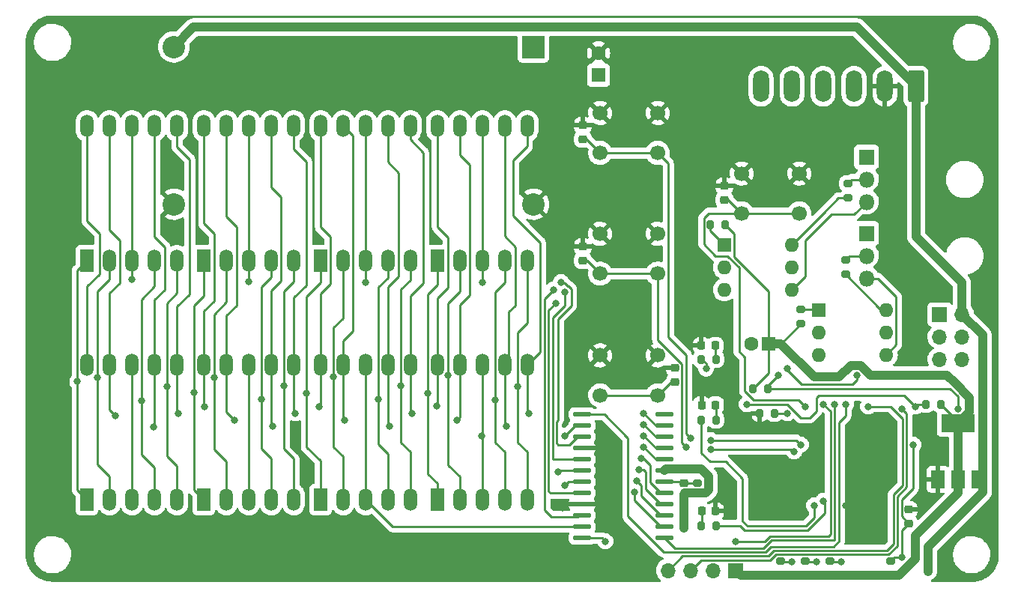
<source format=gtl>
%TF.GenerationSoftware,KiCad,Pcbnew,(6.0.0)*%
%TF.CreationDate,2022-03-13T19:16:45-04:00*%
%TF.ProjectId,esp23 i3 heat thermostat,65737032-3320-4693-9320-686561742074,rev?*%
%TF.SameCoordinates,Original*%
%TF.FileFunction,Copper,L1,Top*%
%TF.FilePolarity,Positive*%
%FSLAX46Y46*%
G04 Gerber Fmt 4.6, Leading zero omitted, Abs format (unit mm)*
G04 Created by KiCad (PCBNEW (6.0.0)) date 2022-03-13 19:16:45*
%MOMM*%
%LPD*%
G01*
G04 APERTURE LIST*
G04 Aperture macros list*
%AMRoundRect*
0 Rectangle with rounded corners*
0 $1 Rounding radius*
0 $2 $3 $4 $5 $6 $7 $8 $9 X,Y pos of 4 corners*
0 Add a 4 corners polygon primitive as box body*
4,1,4,$2,$3,$4,$5,$6,$7,$8,$9,$2,$3,0*
0 Add four circle primitives for the rounded corners*
1,1,$1+$1,$2,$3*
1,1,$1+$1,$4,$5*
1,1,$1+$1,$6,$7*
1,1,$1+$1,$8,$9*
0 Add four rect primitives between the rounded corners*
20,1,$1+$1,$2,$3,$4,$5,0*
20,1,$1+$1,$4,$5,$6,$7,0*
20,1,$1+$1,$6,$7,$8,$9,0*
20,1,$1+$1,$8,$9,$2,$3,0*%
G04 Aperture macros list end*
%TA.AperFunction,ComponentPad*%
%ADD10R,1.700000X1.700000*%
%TD*%
%TA.AperFunction,ComponentPad*%
%ADD11O,1.700000X1.700000*%
%TD*%
%TA.AperFunction,ComponentPad*%
%ADD12R,1.524000X2.524000*%
%TD*%
%TA.AperFunction,ComponentPad*%
%ADD13O,1.524000X2.524000*%
%TD*%
%TA.AperFunction,SMDPad,CuDef*%
%ADD14RoundRect,0.200000X0.275000X-0.200000X0.275000X0.200000X-0.275000X0.200000X-0.275000X-0.200000X0*%
%TD*%
%TA.AperFunction,ComponentPad*%
%ADD15RoundRect,0.250000X0.650000X1.550000X-0.650000X1.550000X-0.650000X-1.550000X0.650000X-1.550000X0*%
%TD*%
%TA.AperFunction,ComponentPad*%
%ADD16O,1.800000X3.600000*%
%TD*%
%TA.AperFunction,SMDPad,CuDef*%
%ADD17RoundRect,0.225000X-0.250000X0.225000X-0.250000X-0.225000X0.250000X-0.225000X0.250000X0.225000X0*%
%TD*%
%TA.AperFunction,SMDPad,CuDef*%
%ADD18RoundRect,0.200000X0.200000X0.275000X-0.200000X0.275000X-0.200000X-0.275000X0.200000X-0.275000X0*%
%TD*%
%TA.AperFunction,ComponentPad*%
%ADD19C,1.700000*%
%TD*%
%TA.AperFunction,ComponentPad*%
%ADD20R,1.600000X1.600000*%
%TD*%
%TA.AperFunction,ComponentPad*%
%ADD21O,1.600000X1.600000*%
%TD*%
%TA.AperFunction,ComponentPad*%
%ADD22R,1.800000X1.800000*%
%TD*%
%TA.AperFunction,ComponentPad*%
%ADD23O,1.800000X1.800000*%
%TD*%
%TA.AperFunction,SMDPad,CuDef*%
%ADD24RoundRect,0.200000X-0.200000X-0.275000X0.200000X-0.275000X0.200000X0.275000X-0.200000X0.275000X0*%
%TD*%
%TA.AperFunction,SMDPad,CuDef*%
%ADD25RoundRect,0.200000X-0.275000X0.200000X-0.275000X-0.200000X0.275000X-0.200000X0.275000X0.200000X0*%
%TD*%
%TA.AperFunction,SMDPad,CuDef*%
%ADD26RoundRect,0.225000X0.250000X-0.225000X0.250000X0.225000X-0.250000X0.225000X-0.250000X-0.225000X0*%
%TD*%
%TA.AperFunction,SMDPad,CuDef*%
%ADD27RoundRect,0.218750X0.218750X0.256250X-0.218750X0.256250X-0.218750X-0.256250X0.218750X-0.256250X0*%
%TD*%
%TA.AperFunction,SMDPad,CuDef*%
%ADD28R,1.500000X2.000000*%
%TD*%
%TA.AperFunction,SMDPad,CuDef*%
%ADD29R,3.800000X2.000000*%
%TD*%
%TA.AperFunction,SMDPad,CuDef*%
%ADD30RoundRect,0.218750X-0.218750X-0.256250X0.218750X-0.256250X0.218750X0.256250X-0.218750X0.256250X0*%
%TD*%
%TA.AperFunction,SMDPad,CuDef*%
%ADD31RoundRect,0.137500X-0.862500X-0.137500X0.862500X-0.137500X0.862500X0.137500X-0.862500X0.137500X0*%
%TD*%
%TA.AperFunction,ComponentPad*%
%ADD32C,1.600000*%
%TD*%
%TA.AperFunction,ComponentPad*%
%ADD33R,2.540000X2.540000*%
%TD*%
%TA.AperFunction,ComponentPad*%
%ADD34C,2.540000*%
%TD*%
%TA.AperFunction,ViaPad*%
%ADD35C,0.800000*%
%TD*%
%TA.AperFunction,Conductor*%
%ADD36C,0.250000*%
%TD*%
%TA.AperFunction,Conductor*%
%ADD37C,1.000000*%
%TD*%
G04 APERTURE END LIST*
D10*
%TO.P,J2,1,Pin_1*%
%TO.N,+3V3*%
X130800000Y-111252000D03*
D11*
%TO.P,J2,2,Pin_2*%
%TO.N,GND*%
X128260000Y-111252000D03*
%TO.P,J2,3,Pin_3*%
%TO.N,/ESP_IO22*%
X125720000Y-111252000D03*
%TO.P,J2,4,Pin_4*%
%TO.N,/ESP_IO21*%
X123180000Y-111252000D03*
%TD*%
D12*
%TO.P,LED7,1,e*%
%TO.N,/E*%
X97100000Y-76240000D03*
D13*
%TO.P,LED7,2,d*%
%TO.N,/D*%
X99640000Y-76240000D03*
%TO.P,LED7,3,C.K.*%
%TO.N,/D5*%
X102180000Y-76240000D03*
%TO.P,LED7,4,c*%
%TO.N,/C*%
X104720000Y-76240000D03*
%TO.P,LED7,5,DP*%
%TO.N,/DP*%
X107260000Y-76240000D03*
%TO.P,LED7,6,b*%
%TO.N,/B*%
X107260000Y-61000000D03*
%TO.P,LED7,7,a*%
%TO.N,/A*%
X104720000Y-61000000D03*
%TO.P,LED7,8,C.K.*%
%TO.N,/D5*%
X102180000Y-61000000D03*
%TO.P,LED7,9,f*%
%TO.N,/F*%
X99640000Y-61000000D03*
%TO.P,LED7,10,g*%
%TO.N,/G*%
X97100000Y-61000000D03*
%TD*%
D14*
%TO.P,R15,1*%
%TO.N,+3V3*%
X135890000Y-111823000D03*
%TO.P,R15,2*%
%TO.N,/ESP_IO27*%
X135890000Y-110173000D03*
%TD*%
D15*
%TO.P,J1,1,Pin_1*%
%TO.N,+5V*%
X151189000Y-56526500D03*
D16*
%TO.P,J1,2,Pin_2*%
%TO.N,GND*%
X147689000Y-56526500D03*
%TO.P,J1,3,Pin_3*%
%TO.N,/common*%
X144189000Y-56526500D03*
%TO.P,J1,4,Pin_4*%
%TO.N,/Hot*%
X140689000Y-56526500D03*
%TO.P,J1,5,Pin_5*%
%TO.N,/Heat*%
X137189000Y-56526500D03*
%TO.P,J1,6,Pin_6*%
%TO.N,/Fan*%
X133689000Y-56526500D03*
%TD*%
D17*
%TO.P,C9,1*%
%TO.N,GND*%
X113538000Y-74663000D03*
%TO.P,C9,2*%
%TO.N,/ESP_IO26*%
X113538000Y-76213000D03*
%TD*%
%TO.P,C8,1*%
%TO.N,GND*%
X129540000Y-67805000D03*
%TO.P,C8,2*%
%TO.N,/ESP_IO27*%
X129540000Y-69355000D03*
%TD*%
D18*
%TO.P,R18,1*%
%TO.N,+3V3*%
X153987000Y-92456000D03*
%TO.P,R18,2*%
%TO.N,/ESP_IO23*%
X152337000Y-92456000D03*
%TD*%
D19*
%TO.P,SW4,1,1*%
%TO.N,GND*%
X115500000Y-59550000D03*
%TO.P,SW4,2,2*%
X122000000Y-59550000D03*
%TO.P,SW4,3,K*%
%TO.N,/ESP_IO25*%
X115500000Y-64050000D03*
%TO.P,SW4,4,A*%
X122000000Y-64050000D03*
%TD*%
D20*
%TO.P,U2,1*%
%TO.N,Net-(R4-Pad2)*%
X129550000Y-74437000D03*
D21*
%TO.P,U2,2*%
%TO.N,/ESP_IO16*%
X129550000Y-76977000D03*
%TO.P,U2,3,NC*%
%TO.N,unconnected-(U2-Pad3)*%
X129550000Y-79517000D03*
%TO.P,U2,4*%
%TO.N,Net-(Q1-Pad3)*%
X137170000Y-79517000D03*
%TO.P,U2,5,NC*%
%TO.N,unconnected-(U2-Pad5)*%
X137170000Y-76977000D03*
%TO.P,U2,6*%
%TO.N,Net-(R6-Pad1)*%
X137170000Y-74437000D03*
%TD*%
D22*
%TO.P,Q2,1,A1*%
%TO.N,/Fan*%
X145604000Y-73152000D03*
D23*
%TO.P,Q2,2,A2*%
%TO.N,/Hot*%
X145604000Y-75692000D03*
%TO.P,Q2,3,G*%
%TO.N,Net-(Q2-Pad3)*%
X145604000Y-78232000D03*
%TD*%
D22*
%TO.P,Q1,1,A1*%
%TO.N,/Heat*%
X145604000Y-64516000D03*
D23*
%TO.P,Q1,2,A2*%
%TO.N,/Hot*%
X145604000Y-67056000D03*
%TO.P,Q1,3,G*%
%TO.N,Net-(Q1-Pad3)*%
X145604000Y-69596000D03*
%TD*%
D12*
%TO.P,LED6,1,e*%
%TO.N,/E*%
X83900000Y-103240000D03*
D13*
%TO.P,LED6,2,d*%
%TO.N,/D*%
X86440000Y-103240000D03*
%TO.P,LED6,3,C.K.*%
%TO.N,/D2*%
X88980000Y-103240000D03*
%TO.P,LED6,4,c*%
%TO.N,/C*%
X91520000Y-103240000D03*
%TO.P,LED6,5,DP*%
%TO.N,/DP*%
X94060000Y-103240000D03*
%TO.P,LED6,6,b*%
%TO.N,/B*%
X94060000Y-88000000D03*
%TO.P,LED6,7,a*%
%TO.N,/A*%
X91520000Y-88000000D03*
%TO.P,LED6,8,C.K.*%
%TO.N,/D2*%
X88980000Y-88000000D03*
%TO.P,LED6,9,f*%
%TO.N,/F*%
X86440000Y-88000000D03*
%TO.P,LED6,10,g*%
%TO.N,/G*%
X83900000Y-88000000D03*
%TD*%
D24*
%TO.P,R20,1*%
%TO.N,/ESP_IO3*%
X126937000Y-87376000D03*
%TO.P,R20,2*%
%TO.N,Net-(D9-Pad2)*%
X128587000Y-87376000D03*
%TD*%
D25*
%TO.P,R1,1*%
%TO.N,+5V*%
X126492000Y-99759000D03*
%TO.P,R1,2*%
%TO.N,Net-(C1-Pad2)*%
X126492000Y-101409000D03*
%TD*%
D14*
%TO.P,R5,1*%
%TO.N,+3V3*%
X138176000Y-83375000D03*
%TO.P,R5,2*%
%TO.N,Net-(R5-Pad2)*%
X138176000Y-81725000D03*
%TD*%
%TO.P,R16,1*%
%TO.N,+3V3*%
X138684000Y-111823000D03*
%TO.P,R16,2*%
%TO.N,/ESP_IO26*%
X138684000Y-110173000D03*
%TD*%
%TO.P,R17,1*%
%TO.N,+3V3*%
X141478000Y-111823000D03*
%TO.P,R17,2*%
%TO.N,/ESP_IO25*%
X141478000Y-110173000D03*
%TD*%
D20*
%TO.P,U3,1*%
%TO.N,Net-(R5-Pad2)*%
X140218000Y-81803000D03*
D21*
%TO.P,U3,2*%
%TO.N,/ESP_IO17*%
X140218000Y-84343000D03*
%TO.P,U3,3,NC*%
%TO.N,unconnected-(U3-Pad3)*%
X140218000Y-86883000D03*
%TO.P,U3,4*%
%TO.N,Net-(Q2-Pad3)*%
X147838000Y-86883000D03*
%TO.P,U3,5,NC*%
%TO.N,unconnected-(U3-Pad5)*%
X147838000Y-84343000D03*
%TO.P,U3,6*%
%TO.N,Net-(R7-Pad1)*%
X147838000Y-81803000D03*
%TD*%
D18*
%TO.P,R4,1*%
%TO.N,+3V3*%
X129603000Y-72136000D03*
%TO.P,R4,2*%
%TO.N,Net-(R4-Pad2)*%
X127953000Y-72136000D03*
%TD*%
D14*
%TO.P,R9,1*%
%TO.N,+3V3*%
X148336000Y-111823000D03*
%TO.P,R9,2*%
%TO.N,/ESP_EN*%
X148336000Y-110173000D03*
%TD*%
D12*
%TO.P,LED8,1,e*%
%TO.N,/E*%
X97100000Y-103240000D03*
D13*
%TO.P,LED8,2,d*%
%TO.N,/D*%
X99640000Y-103240000D03*
%TO.P,LED8,3,C.K.*%
%TO.N,/D1*%
X102180000Y-103240000D03*
%TO.P,LED8,4,c*%
%TO.N,/C*%
X104720000Y-103240000D03*
%TO.P,LED8,5,DP*%
%TO.N,/DP*%
X107260000Y-103240000D03*
%TO.P,LED8,6,b*%
%TO.N,/B*%
X107260000Y-88000000D03*
%TO.P,LED8,7,a*%
%TO.N,/A*%
X104720000Y-88000000D03*
%TO.P,LED8,8,C.K.*%
%TO.N,/D1*%
X102180000Y-88000000D03*
%TO.P,LED8,9,f*%
%TO.N,/F*%
X99640000Y-88000000D03*
%TO.P,LED8,10,g*%
%TO.N,/G*%
X97100000Y-88000000D03*
%TD*%
D24*
%TO.P,R14,1*%
%TO.N,+3V3*%
X132779000Y-90678000D03*
%TO.P,R14,2*%
%TO.N,/ESP_IO0*%
X134429000Y-90678000D03*
%TD*%
D26*
%TO.P,C3,1*%
%TO.N,/ESP_EN*%
X150368000Y-105931000D03*
%TO.P,C3,2*%
%TO.N,GND*%
X150368000Y-104381000D03*
%TD*%
D27*
%TO.P,D8,1,K*%
%TO.N,GND*%
X128537500Y-104550000D03*
%TO.P,D8,2,A*%
%TO.N,Net-(D8-Pad2)*%
X126962500Y-104550000D03*
%TD*%
D17*
%TO.P,C1,1*%
%TO.N,+5V*%
X124968000Y-99809000D03*
%TO.P,C1,2*%
%TO.N,Net-(C1-Pad2)*%
X124968000Y-101359000D03*
%TD*%
D12*
%TO.P,LED1,1,e*%
%TO.N,/E*%
X57500000Y-76240000D03*
D13*
%TO.P,LED1,2,d*%
%TO.N,/D*%
X60040000Y-76240000D03*
%TO.P,LED1,3,C.K.*%
%TO.N,/D8*%
X62580000Y-76240000D03*
%TO.P,LED1,4,c*%
%TO.N,/C*%
X65120000Y-76240000D03*
%TO.P,LED1,5,DP*%
%TO.N,/DP*%
X67660000Y-76240000D03*
%TO.P,LED1,6,b*%
%TO.N,/B*%
X67660000Y-61000000D03*
%TO.P,LED1,7,a*%
%TO.N,/A*%
X65120000Y-61000000D03*
%TO.P,LED1,8,C.K.*%
%TO.N,/D8*%
X62580000Y-61000000D03*
%TO.P,LED1,9,f*%
%TO.N,/F*%
X60040000Y-61000000D03*
%TO.P,LED1,10,g*%
%TO.N,/G*%
X57500000Y-61000000D03*
%TD*%
D12*
%TO.P,LED3,1,e*%
%TO.N,/E*%
X70700000Y-76240000D03*
D13*
%TO.P,LED3,2,d*%
%TO.N,/D*%
X73240000Y-76240000D03*
%TO.P,LED3,3,C.K.*%
%TO.N,/D7*%
X75780000Y-76240000D03*
%TO.P,LED3,4,c*%
%TO.N,/C*%
X78320000Y-76240000D03*
%TO.P,LED3,5,DP*%
%TO.N,/DP*%
X80860000Y-76240000D03*
%TO.P,LED3,6,b*%
%TO.N,/B*%
X80860000Y-61000000D03*
%TO.P,LED3,7,a*%
%TO.N,/A*%
X78320000Y-61000000D03*
%TO.P,LED3,8,C.K.*%
%TO.N,/D7*%
X75780000Y-61000000D03*
%TO.P,LED3,9,f*%
%TO.N,/F*%
X73240000Y-61000000D03*
%TO.P,LED3,10,g*%
%TO.N,/G*%
X70700000Y-61000000D03*
%TD*%
D19*
%TO.P,SW2,1,1*%
%TO.N,GND*%
X131500000Y-66380000D03*
%TO.P,SW2,2,2*%
X138000000Y-66380000D03*
%TO.P,SW2,3,K*%
%TO.N,/ESP_IO27*%
X131500000Y-70880000D03*
%TO.P,SW2,4,A*%
X138000000Y-70880000D03*
%TD*%
D12*
%TO.P,LED5,1,e*%
%TO.N,/E*%
X83900000Y-76240000D03*
D13*
%TO.P,LED5,2,d*%
%TO.N,/D*%
X86440000Y-76240000D03*
%TO.P,LED5,3,C.K.*%
%TO.N,/D6*%
X88980000Y-76240000D03*
%TO.P,LED5,4,c*%
%TO.N,/C*%
X91520000Y-76240000D03*
%TO.P,LED5,5,DP*%
%TO.N,/DP*%
X94060000Y-76240000D03*
%TO.P,LED5,6,b*%
%TO.N,/B*%
X94060000Y-61000000D03*
%TO.P,LED5,7,a*%
%TO.N,/A*%
X91520000Y-61000000D03*
%TO.P,LED5,8,C.K.*%
%TO.N,/D6*%
X88980000Y-61000000D03*
%TO.P,LED5,9,f*%
%TO.N,/F*%
X86440000Y-61000000D03*
%TO.P,LED5,10,g*%
%TO.N,/G*%
X83900000Y-61000000D03*
%TD*%
D28*
%TO.P,U5,1,GND*%
%TO.N,GND*%
X153656000Y-100940000D03*
%TO.P,U5,2,VO*%
%TO.N,+3V3*%
X155956000Y-100940000D03*
D29*
X155956000Y-94640000D03*
D28*
%TO.P,U5,3,VI*%
%TO.N,+5V*%
X158256000Y-100940000D03*
%TD*%
D18*
%TO.P,R19,1*%
%TO.N,/ESP_IO32*%
X128587000Y-106172000D03*
%TO.P,R19,2*%
%TO.N,Net-(D8-Pad2)*%
X126937000Y-106172000D03*
%TD*%
D17*
%TO.P,C11,1*%
%TO.N,GND*%
X123952000Y-88379000D03*
%TO.P,C11,2*%
%TO.N,/ESP_IO23*%
X123952000Y-89929000D03*
%TD*%
D12*
%TO.P,LED2,1,e*%
%TO.N,/E*%
X57500000Y-103240000D03*
D13*
%TO.P,LED2,2,d*%
%TO.N,/D*%
X60040000Y-103240000D03*
%TO.P,LED2,3,C.K.*%
%TO.N,/D4*%
X62580000Y-103240000D03*
%TO.P,LED2,4,c*%
%TO.N,/C*%
X65120000Y-103240000D03*
%TO.P,LED2,5,DP*%
%TO.N,/DP*%
X67660000Y-103240000D03*
%TO.P,LED2,6,b*%
%TO.N,/B*%
X67660000Y-88000000D03*
%TO.P,LED2,7,a*%
%TO.N,/A*%
X65120000Y-88000000D03*
%TO.P,LED2,8,C.K.*%
%TO.N,/D4*%
X62580000Y-88000000D03*
%TO.P,LED2,9,f*%
%TO.N,/F*%
X60040000Y-88000000D03*
%TO.P,LED2,10,g*%
%TO.N,/G*%
X57500000Y-88000000D03*
%TD*%
D30*
%TO.P,D10,1,K*%
%TO.N,GND*%
X126962500Y-92550000D03*
%TO.P,D10,2,A*%
%TO.N,Net-(D10-Pad2)*%
X128537500Y-92550000D03*
%TD*%
D24*
%TO.P,R21,1*%
%TO.N,/ESP_IO33*%
X126937000Y-94234000D03*
%TO.P,R21,2*%
%TO.N,Net-(D10-Pad2)*%
X128587000Y-94234000D03*
%TD*%
D12*
%TO.P,LED4,1,e*%
%TO.N,/E*%
X70700000Y-103240000D03*
D13*
%TO.P,LED4,2,d*%
%TO.N,/D*%
X73240000Y-103240000D03*
%TO.P,LED4,3,C.K.*%
%TO.N,/D3*%
X75780000Y-103240000D03*
%TO.P,LED4,4,c*%
%TO.N,/C*%
X78320000Y-103240000D03*
%TO.P,LED4,5,DP*%
%TO.N,/DP*%
X80860000Y-103240000D03*
%TO.P,LED4,6,b*%
%TO.N,/B*%
X80860000Y-88000000D03*
%TO.P,LED4,7,a*%
%TO.N,/A*%
X78320000Y-88000000D03*
%TO.P,LED4,8,C.K.*%
%TO.N,/D3*%
X75780000Y-88000000D03*
%TO.P,LED4,9,f*%
%TO.N,/F*%
X73240000Y-88000000D03*
%TO.P,LED4,10,g*%
%TO.N,/G*%
X70700000Y-88000000D03*
%TD*%
D31*
%TO.P,U1,1,DIN*%
%TO.N,/ESP_IO19*%
X113460000Y-93599000D03*
%TO.P,U1,2,DIG_0*%
%TO.N,/D1*%
X113460000Y-94869000D03*
%TO.P,U1,3,DIG_4*%
%TO.N,/D5*%
X113460000Y-96139000D03*
%TO.P,U1,4,GND*%
%TO.N,GND*%
X113460000Y-97409000D03*
%TO.P,U1,5,DIG_6*%
%TO.N,/D7*%
X113460000Y-98679000D03*
%TO.P,U1,6,DIG_2*%
%TO.N,/D3*%
X113460000Y-99949000D03*
%TO.P,U1,7,DIG_3*%
%TO.N,/D4*%
X113460000Y-101219000D03*
%TO.P,U1,8,DIG_7*%
%TO.N,/D8*%
X113460000Y-102489000D03*
%TO.P,U1,9,GND*%
%TO.N,GND*%
X113460000Y-103759000D03*
%TO.P,U1,10,DIG_5*%
%TO.N,/D6*%
X113460000Y-105029000D03*
%TO.P,U1,11,DIG_1*%
%TO.N,/D2*%
X113460000Y-106299000D03*
%TO.P,U1,12,LOAD*%
%TO.N,/ESP_IO5*%
X113460000Y-107569000D03*
%TO.P,U1,13,CLK*%
%TO.N,/ESP_IO18*%
X122760000Y-107569000D03*
%TO.P,U1,14,SEG_A*%
%TO.N,/A*%
X122760000Y-106299000D03*
%TO.P,U1,15,SEG_F*%
%TO.N,/F*%
X122760000Y-105029000D03*
%TO.P,U1,16,SEG_B*%
%TO.N,/B*%
X122760000Y-103759000D03*
%TO.P,U1,17,SEG_G*%
%TO.N,/G*%
X122760000Y-102489000D03*
%TO.P,U1,18,ISET*%
%TO.N,Net-(C1-Pad2)*%
X122760000Y-101219000D03*
%TO.P,U1,19,V+*%
%TO.N,+5V*%
X122760000Y-99949000D03*
%TO.P,U1,20,SEG_C*%
%TO.N,/C*%
X122760000Y-98679000D03*
%TO.P,U1,21,SEG_E*%
%TO.N,/E*%
X122760000Y-97409000D03*
%TO.P,U1,22,SEG_DP*%
%TO.N,/DP*%
X122760000Y-96139000D03*
%TO.P,U1,23,SEG_D*%
%TO.N,/D*%
X122760000Y-94869000D03*
%TO.P,U1,24,DOUT*%
%TO.N,unconnected-(U1-Pad24)*%
X122760000Y-93599000D03*
%TD*%
D19*
%TO.P,SW3,1,1*%
%TO.N,GND*%
X115500000Y-73200000D03*
%TO.P,SW3,2,2*%
X122000000Y-73200000D03*
%TO.P,SW3,3,K*%
%TO.N,/ESP_IO26*%
X115500000Y-77700000D03*
%TO.P,SW3,4,A*%
X122000000Y-77700000D03*
%TD*%
D32*
%TO.P,C5,2*%
%TO.N,GND*%
X115316000Y-52763395D03*
D20*
%TO.P,C5,1*%
%TO.N,+24V*%
X115316000Y-55263395D03*
%TD*%
D14*
%TO.P,R6,2*%
%TO.N,/Hot*%
X143510000Y-67501000D03*
%TO.P,R6,1*%
%TO.N,Net-(R6-Pad1)*%
X143510000Y-69151000D03*
%TD*%
D17*
%TO.P,C10,1*%
%TO.N,GND*%
X113538000Y-60947000D03*
%TO.P,C10,2*%
%TO.N,/ESP_IO25*%
X113538000Y-62497000D03*
%TD*%
D18*
%TO.P,R8,1*%
%TO.N,/ESP_IO2*%
X135191000Y-93472000D03*
%TO.P,R8,2*%
%TO.N,GND*%
X133541000Y-93472000D03*
%TD*%
D19*
%TO.P,SW5,1,1*%
%TO.N,GND*%
X115500000Y-86945000D03*
%TO.P,SW5,2,2*%
X122000000Y-86945000D03*
%TO.P,SW5,3,K*%
%TO.N,/ESP_IO23*%
X115500000Y-91445000D03*
%TO.P,SW5,4,A*%
X122000000Y-91445000D03*
%TD*%
D10*
%TO.P,J4,1,Pin_1*%
%TO.N,/ESP_EN*%
X153862000Y-82311000D03*
D11*
%TO.P,J4,2,Pin_2*%
%TO.N,+5V*%
X156402000Y-82311000D03*
%TO.P,J4,3,Pin_3*%
%TO.N,/ESP_IO1*%
X153862000Y-84851000D03*
%TO.P,J4,4,Pin_4*%
%TO.N,GND*%
X156402000Y-84851000D03*
%TO.P,J4,5,Pin_5*%
%TO.N,/ESP_IO3*%
X153862000Y-87391000D03*
%TO.P,J4,6,Pin_6*%
%TO.N,/ESP_IO0*%
X156402000Y-87391000D03*
%TD*%
D20*
%TO.P,C6,1*%
%TO.N,+3V3*%
X134559113Y-85598000D03*
D32*
%TO.P,C6,2*%
%TO.N,GND*%
X132559113Y-85598000D03*
%TD*%
D14*
%TO.P,R7,1*%
%TO.N,Net-(R7-Pad1)*%
X143256000Y-77787000D03*
%TO.P,R7,2*%
%TO.N,/Hot*%
X143256000Y-76137000D03*
%TD*%
D30*
%TO.P,D9,1,K*%
%TO.N,GND*%
X126945000Y-85840000D03*
%TO.P,D9,2,A*%
%TO.N,Net-(D9-Pad2)*%
X128520000Y-85840000D03*
%TD*%
D33*
%TO.P,U6,1,Vin*%
%TO.N,+24V*%
X107950000Y-52070000D03*
D34*
%TO.P,U6,2,GND*%
%TO.N,GND*%
X107950000Y-69850000D03*
%TO.P,U6,3,GND*%
X67310000Y-69850000D03*
%TO.P,U6,4,Vout*%
%TO.N,+5V*%
X67310000Y-52070000D03*
%TD*%
D35*
%TO.N,+5V*%
X124968000Y-106426000D03*
X152552400Y-111353600D03*
%TO.N,GND*%
X145034000Y-103886000D03*
X143256000Y-103886000D03*
X115316000Y-103378000D03*
X111252000Y-104140000D03*
X115316000Y-104394000D03*
X146558000Y-103886000D03*
X131318000Y-94488000D03*
X153162000Y-96774000D03*
X153212800Y-103022400D03*
X151892000Y-104140000D03*
X130302000Y-90424000D03*
X130302000Y-103124000D03*
X153670000Y-98044000D03*
%TO.N,/ESP_EN*%
X150876000Y-97028000D03*
X149606000Y-109728000D03*
%TO.N,+3V3*%
X151130000Y-109941000D03*
%TO.N,/ESP_IO27*%
X137160000Y-110236000D03*
X138684000Y-92710000D03*
%TO.N,/ESP_IO26*%
X139954000Y-110236000D03*
X128016000Y-97536000D03*
X137414000Y-97790000D03*
X125222000Y-97282000D03*
%TO.N,/ESP_IO25*%
X128016000Y-96520000D03*
X138176000Y-97028000D03*
X125730000Y-96266000D03*
X142748000Y-110236000D03*
%TO.N,/ESP_IO23*%
X151130000Y-92710000D03*
X132080000Y-92456000D03*
%TO.N,/ESP_IO22*%
X149606000Y-92964000D03*
%TO.N,/ESP_IO21*%
X145796000Y-92710000D03*
%TO.N,/ESP_IO3*%
X127470511Y-88429489D03*
X136614511Y-88429489D03*
X144526000Y-89154000D03*
%TO.N,/ESP_IO0*%
X135636000Y-89154000D03*
X155956000Y-92964000D03*
%TO.N,/G*%
X120142000Y-98552000D03*
X97066969Y-92671031D03*
X83770009Y-92759991D03*
X70816009Y-92759991D03*
%TO.N,/F*%
X86614000Y-94234000D03*
X99314000Y-94234000D03*
X74168000Y-94234000D03*
X119634000Y-101092000D03*
X60706000Y-93726000D03*
%TO.N,/D8*%
X62580000Y-78390000D03*
X110490000Y-81026000D03*
%TO.N,/A*%
X65024000Y-94996000D03*
X78523489Y-94958511D03*
X119380000Y-102362000D03*
X91731489Y-94958511D03*
X104939489Y-94958511D03*
%TO.N,/B*%
X119888000Y-99822000D03*
X67830502Y-93484502D03*
X94221498Y-93484502D03*
X107429498Y-93484502D03*
X81013498Y-93484502D03*
%TO.N,/DP*%
X66548000Y-90424000D03*
X106173480Y-90422520D03*
X120396000Y-94742000D03*
X92973480Y-90414520D03*
X79773480Y-90406520D03*
%TO.N,/C*%
X120396000Y-97282000D03*
X103633480Y-91946520D03*
X77233480Y-91930520D03*
X90433480Y-91938520D03*
X63666520Y-92035480D03*
%TO.N,/D*%
X85353480Y-89398520D03*
X71882000Y-89408000D03*
X58674000Y-89408000D03*
X98298000Y-89154000D03*
X120396000Y-93472000D03*
%TO.N,/E*%
X82296000Y-91186000D03*
X69613480Y-91168520D03*
X96013480Y-91184520D03*
X120396000Y-96012000D03*
X56413480Y-89890520D03*
%TO.N,/D5*%
X102180000Y-78668000D03*
X111070000Y-78668000D03*
%TO.N,/D7*%
X75780000Y-78652000D03*
X111506000Y-79756000D03*
%TO.N,/D4*%
X111506000Y-101600000D03*
%TO.N,/D6*%
X110236000Y-79502000D03*
X88980000Y-78660000D03*
%TO.N,/D3*%
X110744000Y-100076000D03*
%TO.N,/ESP_IO2*%
X136652000Y-93472000D03*
%TO.N,/ESP_IO32*%
X140716000Y-103378000D03*
%TO.N,/ESP_IO33*%
X139700000Y-103886000D03*
%TO.N,/ESP_IO19*%
X143256000Y-92456000D03*
%TO.N,/D1*%
X111506000Y-96012000D03*
X102108000Y-96012000D03*
%TO.N,/ESP_IO5*%
X140716000Y-92456000D03*
X130810000Y-107950000D03*
X116078000Y-107950000D03*
%TO.N,/ESP_IO18*%
X141986000Y-92456000D03*
%TD*%
D36*
%TO.N,/ESP_IO27*%
X137922000Y-91948000D02*
X138684000Y-92710000D01*
X132832217Y-91948000D02*
X137922000Y-91948000D01*
X131826001Y-90941784D02*
X132832217Y-91948000D01*
X131826000Y-87122000D02*
X131826001Y-90941784D01*
X131191000Y-86487000D02*
X131826000Y-87122000D01*
X131191000Y-77027700D02*
X131191000Y-86487000D01*
X129855300Y-75692000D02*
X131191000Y-77027700D01*
X128555978Y-75692000D02*
X129855300Y-75692000D01*
X127228480Y-74364502D02*
X128555978Y-75692000D01*
X127748000Y-70880000D02*
X127228480Y-71399520D01*
X127228480Y-71399520D02*
X127228480Y-74364502D01*
X131500000Y-70880000D02*
X127748000Y-70880000D01*
D37*
%TO.N,+5V*%
X122900000Y-99809000D02*
X122760000Y-99949000D01*
X156402000Y-82311000D02*
X158750000Y-84659000D01*
X151189000Y-56526500D02*
X144508989Y-49846489D01*
X144508989Y-49846489D02*
X134682489Y-49846489D01*
X127762000Y-102147040D02*
X127762000Y-100584000D01*
X151189000Y-73499726D02*
X151189000Y-56526500D01*
X127762000Y-100584000D02*
X126937000Y-99759000D01*
X125018000Y-99759000D02*
X124968000Y-99809000D01*
X69533511Y-49846489D02*
X67310000Y-52070000D01*
X156402000Y-78712726D02*
X151189000Y-73499726D01*
X152552400Y-108610400D02*
X152552400Y-111353600D01*
X124968000Y-99809000D02*
X122900000Y-99809000D01*
X134682489Y-49846489D02*
X69533511Y-49846489D01*
X158750000Y-84659000D02*
X158750000Y-102412800D01*
X127400520Y-102508520D02*
X127762000Y-102147040D01*
X158750000Y-102412800D02*
X152552400Y-108610400D01*
X125075480Y-102508520D02*
X127400520Y-102508520D01*
X124968000Y-102616000D02*
X125075480Y-102508520D01*
X126492000Y-99759000D02*
X125018000Y-99759000D01*
X156402000Y-82311000D02*
X156402000Y-78712726D01*
X126937000Y-99759000D02*
X126492000Y-99759000D01*
X124968000Y-106426000D02*
X124968000Y-102616000D01*
D36*
%TO.N,Net-(C1-Pad2)*%
X126442000Y-101359000D02*
X126492000Y-101409000D01*
X124828000Y-101219000D02*
X124968000Y-101359000D01*
X124968000Y-101359000D02*
X126442000Y-101359000D01*
X122760000Y-101219000D02*
X124828000Y-101219000D01*
%TO.N,/ESP_EN*%
X148781000Y-109728000D02*
X148336000Y-110173000D01*
X149568480Y-105131480D02*
X149568480Y-103289238D01*
X150876000Y-101981718D02*
X150558859Y-102298859D01*
X149606000Y-109728000D02*
X148781000Y-109728000D01*
X149568480Y-103289238D02*
X150558859Y-102298859D01*
X150876000Y-97028000D02*
X150876000Y-101981718D01*
X149606000Y-109728000D02*
X149606000Y-106693000D01*
X149606000Y-106693000D02*
X150368000Y-105931000D01*
X150368000Y-105931000D02*
X149568480Y-105131480D01*
%TO.N,+3V3*%
X129603000Y-72136000D02*
X130674511Y-73207511D01*
X134559113Y-85598000D02*
X135953000Y-85598000D01*
D37*
X155956000Y-100940000D02*
X155956000Y-102514400D01*
X148336000Y-111823000D02*
X135890000Y-111823000D01*
X135890000Y-111823000D02*
X131371000Y-111823000D01*
X155590659Y-90058659D02*
X157226000Y-91694000D01*
D36*
X135953000Y-85598000D02*
X138176000Y-83375000D01*
D37*
X155590659Y-90027341D02*
X155590659Y-90058659D01*
X157226000Y-91694000D02*
X157226000Y-93370000D01*
X155590659Y-90027341D02*
X154717319Y-89154000D01*
X155956000Y-94640000D02*
X155956000Y-100940000D01*
D36*
X153987000Y-92456000D02*
X155956000Y-94425000D01*
X130674511Y-75810511D02*
X134559113Y-79695113D01*
D37*
X154717319Y-89154000D02*
X146080944Y-89154000D01*
D36*
X134559113Y-88897887D02*
X132779000Y-90678000D01*
X134559113Y-85598000D02*
X134559113Y-88897887D01*
D37*
X144981433Y-88054489D02*
X143847511Y-88054489D01*
X151130000Y-107340400D02*
X151130000Y-109941000D01*
X146080944Y-89154000D02*
X144981433Y-88054489D01*
X155956000Y-102514400D02*
X151130000Y-107340400D01*
X131371000Y-111823000D02*
X130800000Y-111252000D01*
X149248000Y-111823000D02*
X148336000Y-111823000D01*
X157226000Y-93370000D02*
X155956000Y-94640000D01*
X135920944Y-85598000D02*
X134559113Y-85598000D01*
D36*
X155956000Y-94425000D02*
X155956000Y-94640000D01*
D37*
X142498040Y-89403960D02*
X139726904Y-89403960D01*
D36*
X134559113Y-79695113D02*
X134559113Y-85598000D01*
D37*
X151130000Y-109941000D02*
X149248000Y-111823000D01*
X139726904Y-89403960D02*
X135920944Y-85598000D01*
D36*
X130674511Y-73207511D02*
X130674511Y-75810511D01*
D37*
X143847511Y-88054489D02*
X142498040Y-89403960D01*
D36*
%TO.N,/ESP_IO27*%
X131500000Y-70880000D02*
X138000000Y-70880000D01*
X135953000Y-110236000D02*
X135890000Y-110173000D01*
X129975000Y-69355000D02*
X131500000Y-70880000D01*
X137160000Y-110236000D02*
X135953000Y-110236000D01*
X129540000Y-69355000D02*
X129975000Y-69355000D01*
%TO.N,/ESP_IO26*%
X138747000Y-110236000D02*
X138684000Y-110173000D01*
X122000000Y-77700000D02*
X122000000Y-85174862D01*
X137160000Y-97536000D02*
X137414000Y-97790000D01*
X124751520Y-87926382D02*
X124751520Y-96811520D01*
X122000000Y-85174862D02*
X124751520Y-87926382D01*
X113538000Y-76213000D02*
X114013000Y-76213000D01*
X124751520Y-96811520D02*
X125222000Y-97282000D01*
X128016000Y-97536000D02*
X137160000Y-97536000D01*
X115500000Y-77700000D02*
X122000000Y-77700000D01*
X114013000Y-76213000D02*
X115500000Y-77700000D01*
X139954000Y-110236000D02*
X138747000Y-110236000D01*
%TO.N,/ESP_IO25*%
X141541000Y-110236000D02*
X141478000Y-110173000D01*
X113947000Y-62497000D02*
X115500000Y-64050000D01*
X137668000Y-96520000D02*
X138176000Y-97028000D01*
X125222000Y-86868000D02*
X125222000Y-95758000D01*
X125222000Y-95758000D02*
X125730000Y-96266000D01*
X123190000Y-65240000D02*
X123190000Y-84836000D01*
X142748000Y-110236000D02*
X141541000Y-110236000D01*
X123190000Y-84836000D02*
X125222000Y-86868000D01*
X128016000Y-96520000D02*
X137668000Y-96520000D01*
X122000000Y-64050000D02*
X123190000Y-65240000D01*
X113538000Y-62497000D02*
X113947000Y-62497000D01*
X115500000Y-64050000D02*
X122000000Y-64050000D01*
%TO.N,/ESP_IO23*%
X139192000Y-93980000D02*
X139954000Y-93218000D01*
X151384000Y-92456000D02*
X151130000Y-92710000D01*
X139954000Y-93218000D02*
X139954000Y-91694000D01*
X132080000Y-92456000D02*
X136660614Y-92456000D01*
X136660614Y-92456000D02*
X138184614Y-93980000D01*
X123516000Y-89929000D02*
X123952000Y-89929000D01*
X152337000Y-92456000D02*
X151384000Y-92456000D01*
X138184614Y-93980000D02*
X139192000Y-93980000D01*
X122000000Y-91445000D02*
X123516000Y-89929000D01*
X149897520Y-91477520D02*
X151130000Y-92710000D01*
X140170480Y-91477520D02*
X149897520Y-91477520D01*
X139954000Y-91694000D02*
X140170480Y-91477520D01*
X115500000Y-91445000D02*
X122000000Y-91445000D01*
%TO.N,/Hot*%
X143955000Y-67056000D02*
X143510000Y-67501000D01*
X143701000Y-75692000D02*
X143256000Y-76137000D01*
X145604000Y-75692000D02*
X143701000Y-75692000D01*
X145604000Y-67056000D02*
X143955000Y-67056000D01*
%TO.N,Net-(D8-Pad2)*%
X126962500Y-104550000D02*
X126962500Y-106146500D01*
X126962500Y-106146500D02*
X126937000Y-106172000D01*
%TO.N,Net-(D9-Pad2)*%
X128520000Y-87309000D02*
X128587000Y-87376000D01*
X128520000Y-85840000D02*
X128520000Y-87309000D01*
%TO.N,Net-(D10-Pad2)*%
X128587000Y-92599500D02*
X128537500Y-92550000D01*
X128587000Y-94234000D02*
X128587000Y-92599500D01*
%TO.N,/ESP_IO22*%
X150151489Y-101816511D02*
X149098000Y-102870000D01*
X149098000Y-102870000D02*
X149098000Y-108458000D01*
X149098000Y-108458000D02*
X148107520Y-109448480D01*
X150151489Y-93509489D02*
X150151489Y-101816511D01*
X126894511Y-110077489D02*
X125720000Y-111252000D01*
X135344498Y-109448480D02*
X134715489Y-110077489D01*
X134715489Y-110077489D02*
X126894511Y-110077489D01*
X148107520Y-109448480D02*
X135344498Y-109448480D01*
X149606000Y-92964000D02*
X150151489Y-93509489D01*
%TO.N,/ESP_IO21*%
X149701969Y-101630314D02*
X149701969Y-94084583D01*
X148327386Y-92710000D02*
X145796000Y-92710000D01*
X148648480Y-102683803D02*
X149701969Y-101630314D01*
X147921322Y-108998960D02*
X148648480Y-108271802D01*
X134529291Y-109627969D02*
X135158301Y-108998960D01*
X149701969Y-94084583D02*
X148327386Y-92710000D01*
X148648480Y-108271802D02*
X148648480Y-102683803D01*
X123180000Y-111252000D02*
X124804031Y-109627969D01*
X124804031Y-109627969D02*
X134529291Y-109627969D01*
X135158301Y-108998960D02*
X147921322Y-108998960D01*
%TO.N,/ESP_IO3*%
X127470511Y-87846511D02*
X127470511Y-88429489D01*
X136614511Y-88608511D02*
X138234480Y-90228480D01*
X138234480Y-90228480D02*
X144018000Y-90228480D01*
X136614511Y-88429489D02*
X136614511Y-88608511D01*
X127000000Y-87376000D02*
X127470511Y-87846511D01*
X144526000Y-89720480D02*
X144526000Y-89154000D01*
X126937000Y-87376000D02*
X127000000Y-87376000D01*
X144018000Y-90228480D02*
X144526000Y-89720480D01*
%TO.N,/ESP_IO0*%
X134429000Y-90678000D02*
X134429000Y-90361000D01*
X155956000Y-91590048D02*
X155956000Y-92964000D01*
X134429000Y-90678000D02*
X155043952Y-90678000D01*
X134429000Y-90361000D02*
X135636000Y-89154000D01*
X155043952Y-90678000D02*
X155956000Y-91590048D01*
%TO.N,/G*%
X83900000Y-92630000D02*
X83900000Y-88000000D01*
X57500000Y-79152000D02*
X58928000Y-77724000D01*
X97100000Y-72430978D02*
X98298000Y-73628978D01*
X70700000Y-92643982D02*
X70700000Y-88000000D01*
X83900000Y-61000000D02*
X83900000Y-72470000D01*
X71882000Y-73230000D02*
X70700000Y-72048000D01*
X70700000Y-81954000D02*
X71882000Y-80772000D01*
X84986511Y-78843489D02*
X83900000Y-79930000D01*
X97100000Y-80446000D02*
X97100000Y-88000000D01*
X83900000Y-72470000D02*
X84986511Y-73556511D01*
X70700000Y-88000000D02*
X70700000Y-81954000D01*
X57500000Y-71724000D02*
X57500000Y-61000000D01*
X122376606Y-102489000D02*
X121158000Y-101270394D01*
X57500000Y-88000000D02*
X57500000Y-79152000D01*
X97100000Y-61000000D02*
X97100000Y-72430978D01*
X97066969Y-92671031D02*
X97100000Y-92638000D01*
X71882000Y-80772000D02*
X71882000Y-73230000D01*
X98298000Y-73628978D02*
X98298000Y-79248000D01*
X120396000Y-98552000D02*
X120142000Y-98552000D01*
X58928000Y-77724000D02*
X58928000Y-73152000D01*
X97100000Y-92638000D02*
X97100000Y-88000000D01*
X121158000Y-101270394D02*
X121158000Y-99314000D01*
X122760000Y-102489000D02*
X122376606Y-102489000D01*
X58928000Y-73152000D02*
X57500000Y-71724000D01*
X84986511Y-73556511D02*
X84986511Y-78843489D01*
X98298000Y-79248000D02*
X97100000Y-80446000D01*
X70816009Y-92759991D02*
X70700000Y-92643982D01*
X83900000Y-79930000D02*
X83900000Y-88000000D01*
X83770009Y-92759991D02*
X83900000Y-92630000D01*
X70700000Y-72048000D02*
X70700000Y-61000000D01*
X121158000Y-99314000D02*
X120396000Y-98552000D01*
%TO.N,/F*%
X99314000Y-94234000D02*
X99640000Y-93908000D01*
X86440000Y-94060000D02*
X86440000Y-88000000D01*
X60040000Y-79914000D02*
X61214000Y-78740000D01*
X100726520Y-80121480D02*
X100726520Y-65420520D01*
X73240000Y-93306000D02*
X73240000Y-88000000D01*
X60040000Y-88000000D02*
X60040000Y-79914000D01*
X74422000Y-72390000D02*
X74422000Y-81280000D01*
X86614000Y-94234000D02*
X86440000Y-94060000D01*
X120142000Y-102794394D02*
X122376606Y-105029000D01*
X87526520Y-62086520D02*
X86440000Y-61000000D01*
X99640000Y-88000000D02*
X99640000Y-81208000D01*
X73240000Y-71208000D02*
X74422000Y-72390000D01*
X61214000Y-73914000D02*
X60040000Y-72740000D01*
X120142000Y-101600000D02*
X120142000Y-102794394D01*
X73240000Y-82462000D02*
X73240000Y-88000000D01*
X87526520Y-84177480D02*
X87526520Y-62086520D01*
X122376606Y-105029000D02*
X122760000Y-105029000D01*
X86440000Y-85264000D02*
X87526520Y-84177480D01*
X99640000Y-81208000D02*
X100726520Y-80121480D01*
X99640000Y-64334000D02*
X100726520Y-65420520D01*
X74422000Y-81280000D02*
X73240000Y-82462000D01*
X73240000Y-61000000D02*
X73240000Y-71208000D01*
X119634000Y-101092000D02*
X120142000Y-101600000D01*
X61214000Y-78740000D02*
X61214000Y-73914000D01*
X86440000Y-88000000D02*
X86440000Y-85264000D01*
X60040000Y-72740000D02*
X60040000Y-61000000D01*
X74168000Y-94234000D02*
X73240000Y-93306000D01*
X99640000Y-93908000D02*
X99640000Y-88000000D01*
X60706000Y-93726000D02*
X60040000Y-93060000D01*
X60040000Y-93060000D02*
X60040000Y-88000000D01*
X99640000Y-61000000D02*
X99640000Y-64334000D01*
%TO.N,/D8*%
X62580000Y-76240000D02*
X62580000Y-61000000D01*
X109669520Y-81846480D02*
X109669520Y-102303520D01*
X62580000Y-76240000D02*
X62580000Y-78390000D01*
X110490000Y-81026000D02*
X109669520Y-81846480D01*
X109669520Y-102303520D02*
X109855000Y-102489000D01*
X109855000Y-102489000D02*
X113460000Y-102489000D01*
%TO.N,/A*%
X122760000Y-106299000D02*
X122376606Y-106299000D01*
X122376606Y-106299000D02*
X119380000Y-103302394D01*
X119380000Y-103302394D02*
X119380000Y-102362000D01*
X104720000Y-94739022D02*
X104720000Y-88000000D01*
X65024000Y-94996000D02*
X65120000Y-94900000D01*
X105169520Y-82028480D02*
X105918000Y-81280000D01*
X79445511Y-69062531D02*
X78320000Y-67937020D01*
X104720000Y-73478000D02*
X104720000Y-61000000D01*
X104939489Y-94958511D02*
X104720000Y-94739022D01*
X78320000Y-79668000D02*
X79445511Y-78542489D01*
X91520000Y-79168000D02*
X91520000Y-88000000D01*
X65120000Y-80676000D02*
X66294000Y-79502000D01*
X91520000Y-61000000D02*
X91520000Y-65104000D01*
X78320000Y-88000000D02*
X78320000Y-79668000D01*
X65120000Y-94900000D02*
X65120000Y-88000000D01*
X78320000Y-94755022D02*
X78320000Y-88000000D01*
X104720000Y-88000000D02*
X105169520Y-87550480D01*
X78320000Y-67937020D02*
X78320000Y-61000000D01*
X78523489Y-94958511D02*
X78320000Y-94755022D01*
X91520000Y-65104000D02*
X92710000Y-66294000D01*
X105918000Y-74676000D02*
X104720000Y-73478000D01*
X105918000Y-81280000D02*
X105918000Y-74676000D01*
X92710000Y-77978000D02*
X91520000Y-79168000D01*
X91731489Y-94958511D02*
X91520000Y-94747022D01*
X65120000Y-73502000D02*
X65120000Y-61000000D01*
X66294000Y-79502000D02*
X66294000Y-74676000D01*
X79445511Y-78542489D02*
X79445511Y-69062531D01*
X65120000Y-88000000D02*
X65120000Y-80676000D01*
X66294000Y-74676000D02*
X65120000Y-73502000D01*
X91520000Y-94747022D02*
X91520000Y-88000000D01*
X92710000Y-66294000D02*
X92710000Y-77978000D01*
X105169520Y-87550480D02*
X105169520Y-82028480D01*
%TO.N,/B*%
X80860000Y-93331004D02*
X80860000Y-88000000D01*
X94060000Y-80184000D02*
X95504000Y-78740000D01*
X80860000Y-63588000D02*
X82296000Y-65024000D01*
X120650000Y-100076000D02*
X120396000Y-99822000D01*
X107260000Y-93315004D02*
X107260000Y-88000000D01*
X67660000Y-93314000D02*
X67660000Y-88000000D01*
X94060000Y-62564000D02*
X95504000Y-64008000D01*
X122760000Y-103759000D02*
X122376606Y-103759000D01*
X80860000Y-80430000D02*
X80860000Y-88000000D01*
X105664000Y-71120000D02*
X105664000Y-64914000D01*
X94060000Y-88000000D02*
X94060000Y-80184000D01*
X94221498Y-93484502D02*
X94060000Y-93323004D01*
X67660000Y-88000000D02*
X67660000Y-81438000D01*
X94060000Y-93323004D02*
X94060000Y-88000000D01*
X108712000Y-86548000D02*
X108712000Y-74168000D01*
X67660000Y-63342000D02*
X69088000Y-64770000D01*
X107260000Y-63318000D02*
X107260000Y-61000000D01*
X80860000Y-61000000D02*
X80860000Y-63588000D01*
X67660000Y-81438000D02*
X69088000Y-80010000D01*
X67830502Y-93484502D02*
X67660000Y-93314000D01*
X82296000Y-78994000D02*
X80860000Y-80430000D01*
X108712000Y-74168000D02*
X105664000Y-71120000D01*
X120650000Y-102032394D02*
X120650000Y-100076000D01*
X107260000Y-88000000D02*
X108712000Y-86548000D01*
X67660000Y-61000000D02*
X67660000Y-63342000D01*
X122376606Y-103759000D02*
X120650000Y-102032394D01*
X107429498Y-93484502D02*
X107260000Y-93315004D01*
X81013498Y-93484502D02*
X80860000Y-93331004D01*
X94060000Y-61000000D02*
X94060000Y-62564000D01*
X82296000Y-65024000D02*
X82296000Y-78994000D01*
X95504000Y-78740000D02*
X95504000Y-64008000D01*
X120396000Y-99822000D02*
X119888000Y-99822000D01*
X105664000Y-64914000D02*
X107260000Y-63318000D01*
X69088000Y-80010000D02*
X69088000Y-64770000D01*
%TO.N,/DP*%
X107260000Y-83240000D02*
X106173480Y-84326520D01*
X66548000Y-81026000D02*
X67660000Y-79914000D01*
X67660000Y-99410000D02*
X66548000Y-98298000D01*
X106173480Y-84326520D02*
X106173480Y-90422520D01*
X107260000Y-103240000D02*
X107260000Y-97862000D01*
X94060000Y-78406000D02*
X92973480Y-79492520D01*
X122760000Y-96139000D02*
X121793000Y-96139000D01*
X94060000Y-103240000D02*
X94060000Y-97870000D01*
X79773480Y-79738520D02*
X80860000Y-78652000D01*
X94060000Y-97870000D02*
X92973480Y-96783480D01*
X107260000Y-97862000D02*
X106173480Y-96775480D01*
X94060000Y-76240000D02*
X94060000Y-78406000D01*
X79773480Y-90406520D02*
X79773480Y-79738520D01*
X67660000Y-103240000D02*
X67660000Y-99410000D01*
X80860000Y-103240000D02*
X80860000Y-98605040D01*
X92973480Y-90414520D02*
X92973480Y-96783480D01*
X106173480Y-90422520D02*
X106173480Y-96775480D01*
X79773480Y-97518520D02*
X79773480Y-90406520D01*
X80860000Y-78652000D02*
X80860000Y-76240000D01*
X66548000Y-90424000D02*
X66548000Y-81026000D01*
X80860000Y-98605040D02*
X79773480Y-97518520D01*
X92973480Y-79492520D02*
X92973480Y-90414520D01*
X107260000Y-76240000D02*
X107260000Y-83240000D01*
X66548000Y-98298000D02*
X66548000Y-90424000D01*
X67660000Y-79914000D02*
X67660000Y-76240000D01*
X121793000Y-96139000D02*
X120396000Y-94742000D01*
%TO.N,/C*%
X78320000Y-98605040D02*
X77233480Y-97518520D01*
X91520000Y-98105040D02*
X90433480Y-97018520D01*
X104720000Y-76240000D02*
X104720000Y-78668000D01*
X78320000Y-76240000D02*
X78320000Y-78144000D01*
X65120000Y-76240000D02*
X65120000Y-79152000D01*
X65120000Y-99584960D02*
X63666520Y-98131480D01*
X91520000Y-78152000D02*
X90433480Y-79238520D01*
X103633480Y-91946520D02*
X103633480Y-83564520D01*
X104720000Y-97859040D02*
X103633480Y-96772520D01*
X77233480Y-91930520D02*
X77233480Y-97518520D01*
X121793000Y-98679000D02*
X120396000Y-97282000D01*
X65120000Y-103240000D02*
X65120000Y-99584960D01*
X65120000Y-79152000D02*
X63666520Y-80605480D01*
X103633480Y-96772520D02*
X103633480Y-91946520D01*
X90433480Y-79238520D02*
X90433480Y-91938520D01*
X103632000Y-79756000D02*
X103632000Y-83563040D01*
X63666520Y-92035480D02*
X63666520Y-98131480D01*
X90433480Y-92192520D02*
X90433480Y-97018520D01*
X104720000Y-103240000D02*
X104720000Y-97859040D01*
X91520000Y-103240000D02*
X91520000Y-98105040D01*
X91520000Y-76240000D02*
X91520000Y-78152000D01*
X78320000Y-103240000D02*
X78320000Y-98605040D01*
X77233480Y-79230520D02*
X77233480Y-91930520D01*
X103632000Y-83563040D02*
X103633480Y-83564520D01*
X104720000Y-78668000D02*
X103632000Y-79756000D01*
X63666520Y-80605480D02*
X63666520Y-92035480D01*
X78320000Y-78144000D02*
X77233480Y-79230520D01*
X122760000Y-98679000D02*
X121793000Y-98679000D01*
X90433480Y-91938520D02*
X90433480Y-92192520D01*
%TO.N,/D*%
X73240000Y-80938000D02*
X73240000Y-76240000D01*
X71882000Y-89408000D02*
X71882000Y-82296000D01*
X99640000Y-79684000D02*
X98298000Y-81026000D01*
X98298000Y-91440000D02*
X98298000Y-99314000D01*
X85353480Y-83810520D02*
X85353480Y-89398520D01*
X60040000Y-76240000D02*
X60040000Y-78328000D01*
X86440000Y-103240000D02*
X86440000Y-98378000D01*
X98298000Y-81026000D02*
X98298000Y-89154000D01*
X121793000Y-94869000D02*
X120396000Y-93472000D01*
X58674000Y-99234960D02*
X60040000Y-100600960D01*
X99640000Y-100656000D02*
X99640000Y-103240000D01*
X58674000Y-89408000D02*
X58674000Y-99234960D01*
X71882000Y-97536000D02*
X71882000Y-91440000D01*
X73240000Y-98894000D02*
X71882000Y-97536000D01*
X99640000Y-76240000D02*
X99640000Y-79684000D01*
X86440000Y-82724000D02*
X85353480Y-83810520D01*
X73240000Y-103240000D02*
X73240000Y-98894000D01*
X122760000Y-94869000D02*
X121793000Y-94869000D01*
X60040000Y-78328000D02*
X58674000Y-79694000D01*
X98298000Y-89154000D02*
X98298000Y-91440000D01*
X98298000Y-99314000D02*
X99640000Y-100656000D01*
X86440000Y-76240000D02*
X86440000Y-82724000D01*
X86440000Y-98378000D02*
X85353480Y-97291480D01*
X85353480Y-91430520D02*
X85353480Y-97291480D01*
X71882000Y-82296000D02*
X73240000Y-80938000D01*
X71882000Y-91440000D02*
X71882000Y-89408000D01*
X58674000Y-79694000D02*
X58674000Y-89408000D01*
X85353480Y-89398520D02*
X85353480Y-91430520D01*
X60040000Y-100600960D02*
X60040000Y-103240000D01*
%TO.N,/E*%
X56413480Y-77326520D02*
X56413480Y-89890520D01*
X83900000Y-98886000D02*
X82296000Y-97282000D01*
X97100000Y-78922000D02*
X97100000Y-76240000D01*
X83900000Y-103240000D02*
X83900000Y-98886000D01*
X69613480Y-102153480D02*
X70700000Y-103240000D01*
X82296000Y-80282960D02*
X82296000Y-91186000D01*
X122760000Y-97409000D02*
X121793000Y-97409000D01*
X96013480Y-100331480D02*
X96013480Y-91184520D01*
X69613480Y-91168520D02*
X69613480Y-102153480D01*
X57500000Y-76240000D02*
X56413480Y-77326520D01*
X83900000Y-78678960D02*
X82296000Y-80282960D01*
X56413480Y-102153480D02*
X57500000Y-103240000D01*
X96013480Y-80008520D02*
X97100000Y-78922000D01*
X97100000Y-103240000D02*
X97100000Y-101418000D01*
X56413480Y-89890520D02*
X56413480Y-102153480D01*
X83900000Y-76240000D02*
X83900000Y-78678960D01*
X82296000Y-91186000D02*
X82296000Y-97282000D01*
X97100000Y-101418000D02*
X96013480Y-100331480D01*
X96013480Y-91184520D02*
X96013480Y-80008520D01*
X69613480Y-81297480D02*
X69613480Y-91168520D01*
X121793000Y-97409000D02*
X120396000Y-96012000D01*
X70700000Y-76240000D02*
X70700000Y-80210960D01*
X70700000Y-80210960D02*
X69613480Y-81297480D01*
%TO.N,/D5*%
X112014000Y-97028000D02*
X110744000Y-97028000D01*
X110568560Y-94409440D02*
X110744000Y-94234000D01*
X111070000Y-78668000D02*
X111142000Y-78740000D01*
X102180000Y-76240000D02*
X102180000Y-61000000D01*
X111891307Y-79116693D02*
X111882693Y-79116693D01*
X110568560Y-96852560D02*
X110568560Y-94409440D01*
X111142000Y-78740000D02*
X111506000Y-78740000D01*
X110744000Y-85598000D02*
X110744000Y-82804000D01*
X113460000Y-96139000D02*
X112903000Y-96139000D01*
X110744000Y-82804000D02*
X112230511Y-81317489D01*
X112230511Y-81317489D02*
X112230511Y-79455897D01*
X112230511Y-79455897D02*
X111891307Y-79116693D01*
X102180000Y-76240000D02*
X102180000Y-78668000D01*
X111882693Y-79116693D02*
X111506000Y-78740000D01*
X110744000Y-97028000D02*
X110568560Y-96852560D01*
X110744000Y-94234000D02*
X110744000Y-85598000D01*
X112903000Y-96139000D02*
X112014000Y-97028000D01*
%TO.N,/D7*%
X75780000Y-76240000D02*
X75780000Y-61000000D01*
X75780000Y-76240000D02*
X75780000Y-78652000D01*
X110119040Y-82666960D02*
X111506000Y-81280000D01*
X111506000Y-81280000D02*
X111506000Y-79756000D01*
X110119040Y-98679000D02*
X110119040Y-82666960D01*
X113460000Y-98679000D02*
X110119040Y-98679000D01*
%TO.N,/D4*%
X111887000Y-101219000D02*
X111506000Y-101600000D01*
X113460000Y-101219000D02*
X111887000Y-101219000D01*
X62580000Y-103240000D02*
X62580000Y-88000000D01*
%TO.N,/D6*%
X109982000Y-105156000D02*
X109220000Y-104394000D01*
X88980000Y-76240000D02*
X88980000Y-78660000D01*
X112949606Y-105156000D02*
X109982000Y-105156000D01*
X113460000Y-105029000D02*
X113076606Y-105029000D01*
X109220000Y-80518000D02*
X110236000Y-79502000D01*
X88980000Y-76240000D02*
X88980000Y-61000000D01*
X109220000Y-104394000D02*
X109220000Y-80518000D01*
X113076606Y-105029000D02*
X112949606Y-105156000D01*
%TO.N,/D3*%
X110871000Y-99949000D02*
X110744000Y-100076000D01*
X113460000Y-99949000D02*
X110871000Y-99949000D01*
X75780000Y-103240000D02*
X75780000Y-88000000D01*
%TO.N,Net-(Q1-Pad3)*%
X138684000Y-78003000D02*
X137170000Y-79517000D01*
X138684000Y-73914000D02*
X138684000Y-78003000D01*
X145604000Y-69596000D02*
X144206283Y-70993717D01*
X144206283Y-70993717D02*
X141604283Y-70993717D01*
X141604283Y-70993717D02*
X138684000Y-73914000D01*
%TO.N,Net-(Q2-Pad3)*%
X148962511Y-80317719D02*
X148962511Y-85758489D01*
X148962511Y-85758489D02*
X147838000Y-86883000D01*
X146876792Y-78232000D02*
X148962511Y-80317719D01*
X145604000Y-78232000D02*
X146876792Y-78232000D01*
%TO.N,Net-(R4-Pad2)*%
X127953000Y-72840000D02*
X129550000Y-74437000D01*
X127953000Y-72136000D02*
X127953000Y-72840000D01*
%TO.N,Net-(R5-Pad2)*%
X138176000Y-81725000D02*
X140140000Y-81725000D01*
X140140000Y-81725000D02*
X140218000Y-81803000D01*
%TO.N,Net-(R6-Pad1)*%
X140716000Y-70866000D02*
X142431000Y-69151000D01*
X142431000Y-69151000D02*
X143510000Y-69151000D01*
X140716000Y-70866000D02*
X140716000Y-70891000D01*
X140716000Y-70891000D02*
X137170000Y-74437000D01*
%TO.N,Net-(R7-Pad1)*%
X147272000Y-81803000D02*
X147838000Y-81803000D01*
X143256000Y-77787000D02*
X147272000Y-81803000D01*
%TO.N,/ESP_IO2*%
X136652000Y-93472000D02*
X135191000Y-93472000D01*
%TO.N,/ESP_IO32*%
X131826000Y-106680000D02*
X131318000Y-106172000D01*
X131318000Y-106172000D02*
X128587000Y-106172000D01*
X132842000Y-106680000D02*
X131826000Y-106680000D01*
X140843000Y-104783614D02*
X138946614Y-106680000D01*
X140843000Y-104783614D02*
X140843000Y-103505000D01*
X140843000Y-103505000D02*
X140716000Y-103378000D01*
X138946614Y-106680000D02*
X132842000Y-106680000D01*
%TO.N,/ESP_IO33*%
X129665520Y-98934480D02*
X127887520Y-98934480D01*
X131572000Y-100840960D02*
X129665520Y-98934480D01*
X127887520Y-98934480D02*
X126937000Y-97983960D01*
X132138480Y-106230480D02*
X131572000Y-105664000D01*
X131572000Y-105664000D02*
X131572000Y-100840960D01*
X139700000Y-103886000D02*
X139700000Y-105290896D01*
X126937000Y-97983960D02*
X126937000Y-94234000D01*
X138760416Y-106230480D02*
X132138480Y-106230480D01*
X139700000Y-105290896D02*
X138760416Y-106230480D01*
%TO.N,/ESP_IO19*%
X142531489Y-94525489D02*
X142531489Y-107912511D01*
X118655489Y-96303489D02*
X115951000Y-93599000D01*
X134782560Y-108549440D02*
X134153551Y-109178449D01*
X143256000Y-93800978D02*
X142531489Y-94525489D01*
X134153551Y-109178449D02*
X122716055Y-109178449D01*
X143256000Y-92456000D02*
X143256000Y-93800978D01*
X122716055Y-109178449D02*
X118655489Y-105117883D01*
X141894560Y-108549440D02*
X134782560Y-108549440D01*
X115951000Y-93599000D02*
X113460000Y-93599000D01*
X118655489Y-105117883D02*
X118655489Y-96303489D01*
X142531489Y-107912511D02*
X141894560Y-108549440D01*
%TO.N,/D1*%
X113460000Y-94869000D02*
X112649000Y-94869000D01*
X112649000Y-94869000D02*
X111506000Y-96012000D01*
X102180000Y-103240000D02*
X102180000Y-88000000D01*
%TO.N,/D2*%
X113460000Y-106299000D02*
X92039000Y-106299000D01*
X92039000Y-106299000D02*
X88980000Y-103240000D01*
X88980000Y-103240000D02*
X88980000Y-88000000D01*
%TO.N,/ESP_IO5*%
X141293238Y-107372762D02*
X141536480Y-107129520D01*
X115697000Y-107569000D02*
X116078000Y-107950000D01*
X141536480Y-107129520D02*
X141536480Y-93276480D01*
X134687804Y-107372762D02*
X141293238Y-107372762D01*
X134110565Y-107950000D02*
X134687804Y-107372762D01*
X141536480Y-93276480D02*
X140716000Y-92456000D01*
X130810000Y-107950000D02*
X134110565Y-107950000D01*
X113460000Y-107569000D02*
X115697000Y-107569000D01*
%TO.N,/ESP_IO18*%
X134874001Y-107822282D02*
X133967354Y-108728929D01*
X141986000Y-92456000D02*
X141986000Y-107822282D01*
X133967354Y-108728929D02*
X123919929Y-108728929D01*
X123919929Y-108728929D02*
X122760000Y-107569000D01*
X141986000Y-107822282D02*
X134874001Y-107822282D01*
%TD*%
%TA.AperFunction,Conductor*%
%TO.N,GND*%
G36*
X157450057Y-48515500D02*
G01*
X157464858Y-48517805D01*
X157464861Y-48517805D01*
X157473730Y-48519186D01*
X157482631Y-48518022D01*
X157482635Y-48518022D01*
X157492411Y-48516743D01*
X157515342Y-48515852D01*
X157792003Y-48530351D01*
X157805119Y-48531729D01*
X158107193Y-48579573D01*
X158120093Y-48582315D01*
X158415510Y-48661472D01*
X158428053Y-48665548D01*
X158713565Y-48775145D01*
X158725614Y-48780509D01*
X158998120Y-48919358D01*
X159009536Y-48925949D01*
X159266042Y-49092526D01*
X159276702Y-49100272D01*
X159371589Y-49177110D01*
X159514379Y-49292739D01*
X159524180Y-49301564D01*
X159740436Y-49517820D01*
X159749261Y-49527621D01*
X159940519Y-49763804D01*
X159941726Y-49765295D01*
X159949474Y-49775958D01*
X160051833Y-49933577D01*
X160116048Y-50032459D01*
X160122642Y-50043880D01*
X160261491Y-50316386D01*
X160266855Y-50328435D01*
X160376452Y-50613947D01*
X160380528Y-50626489D01*
X160436314Y-50834685D01*
X160459685Y-50921907D01*
X160462427Y-50934807D01*
X160510271Y-51236881D01*
X160511649Y-51249997D01*
X160523272Y-51471770D01*
X160525764Y-51519330D01*
X160524436Y-51545312D01*
X160524195Y-51546856D01*
X160524195Y-51546860D01*
X160522814Y-51555730D01*
X160523978Y-51564632D01*
X160523978Y-51564635D01*
X160526936Y-51587251D01*
X160528000Y-51603589D01*
X160528000Y-109440107D01*
X160527298Y-109453387D01*
X160523120Y-109492806D01*
X160524717Y-109501636D01*
X160526361Y-109510727D01*
X160528369Y-109534000D01*
X160526488Y-109812679D01*
X160525615Y-109826661D01*
X160489494Y-110131389D01*
X160487074Y-110145186D01*
X160417351Y-110444015D01*
X160413415Y-110457459D01*
X160310950Y-110746705D01*
X160305545Y-110759630D01*
X160171608Y-111035707D01*
X160164803Y-111047950D01*
X160001041Y-111307465D01*
X159992921Y-111318874D01*
X159846566Y-111502036D01*
X159801360Y-111558610D01*
X159792020Y-111569050D01*
X159575050Y-111786020D01*
X159564610Y-111795360D01*
X159324874Y-111986921D01*
X159313465Y-111995041D01*
X159053950Y-112158803D01*
X159041707Y-112165608D01*
X158765630Y-112299545D01*
X158752705Y-112304950D01*
X158463459Y-112407415D01*
X158450015Y-112411351D01*
X158151186Y-112481074D01*
X158137389Y-112483494D01*
X157832662Y-112519615D01*
X157818680Y-112520488D01*
X157547294Y-112522319D01*
X157521005Y-112519727D01*
X157520128Y-112519546D01*
X157520124Y-112519546D01*
X157511332Y-112517733D01*
X157478039Y-112520441D01*
X157463974Y-112521585D01*
X157453759Y-112522000D01*
X153007327Y-112522000D01*
X152939206Y-112501998D01*
X152892713Y-112448342D01*
X152882609Y-112378068D01*
X152912103Y-112313488D01*
X152948951Y-112284338D01*
X152988634Y-112263592D01*
X153107290Y-112201560D01*
X153261425Y-112077632D01*
X153388554Y-111926126D01*
X153391521Y-111920728D01*
X153391525Y-111920723D01*
X153480867Y-111758208D01*
X153483833Y-111752813D01*
X153486246Y-111745208D01*
X153541773Y-111570164D01*
X153541773Y-111570163D01*
X153543635Y-111564294D01*
X153560900Y-111410373D01*
X153560900Y-109606703D01*
X155370743Y-109606703D01*
X155371302Y-109610947D01*
X155371302Y-109610951D01*
X155377366Y-109657011D01*
X155408268Y-109891734D01*
X155409401Y-109895874D01*
X155409401Y-109895876D01*
X155425130Y-109953372D01*
X155484129Y-110169036D01*
X155485813Y-110172984D01*
X155592051Y-110422053D01*
X155596923Y-110433476D01*
X155642387Y-110509441D01*
X155738820Y-110670568D01*
X155744561Y-110680161D01*
X155924313Y-110904528D01*
X156132851Y-111102423D01*
X156366317Y-111270186D01*
X156370112Y-111272195D01*
X156370113Y-111272196D01*
X156391869Y-111283715D01*
X156620392Y-111404712D01*
X156890373Y-111503511D01*
X157171264Y-111564755D01*
X157199841Y-111567004D01*
X157394282Y-111582307D01*
X157394291Y-111582307D01*
X157396739Y-111582500D01*
X157552271Y-111582500D01*
X157554407Y-111582354D01*
X157554418Y-111582354D01*
X157762548Y-111568165D01*
X157762554Y-111568164D01*
X157766825Y-111567873D01*
X157771020Y-111567004D01*
X157771022Y-111567004D01*
X157907584Y-111538723D01*
X158048342Y-111509574D01*
X158319343Y-111413607D01*
X158574812Y-111281750D01*
X158578313Y-111279289D01*
X158578317Y-111279287D01*
X158692418Y-111199095D01*
X158810023Y-111116441D01*
X158933491Y-111001707D01*
X159017479Y-110923661D01*
X159017481Y-110923658D01*
X159020622Y-110920740D01*
X159202713Y-110698268D01*
X159352927Y-110453142D01*
X159356934Y-110444015D01*
X159466757Y-110193830D01*
X159468483Y-110189898D01*
X159491894Y-110107715D01*
X159523900Y-109995357D01*
X159547244Y-109913406D01*
X159587751Y-109628784D01*
X159587845Y-109610951D01*
X159589235Y-109345583D01*
X159589235Y-109345576D01*
X159589257Y-109341297D01*
X159551732Y-109056266D01*
X159475871Y-108778964D01*
X159413505Y-108632749D01*
X159364763Y-108518476D01*
X159364761Y-108518472D01*
X159363077Y-108514524D01*
X159265992Y-108352307D01*
X159217643Y-108271521D01*
X159217640Y-108271517D01*
X159215439Y-108267839D01*
X159035687Y-108043472D01*
X158866201Y-107882636D01*
X158830258Y-107848527D01*
X158830255Y-107848525D01*
X158827149Y-107845577D01*
X158593683Y-107677814D01*
X158571843Y-107666250D01*
X158417876Y-107584729D01*
X158339608Y-107543288D01*
X158069627Y-107444489D01*
X157788736Y-107383245D01*
X157757685Y-107380801D01*
X157565718Y-107365693D01*
X157565709Y-107365693D01*
X157563261Y-107365500D01*
X157407729Y-107365500D01*
X157405593Y-107365646D01*
X157405582Y-107365646D01*
X157197452Y-107379835D01*
X157197446Y-107379836D01*
X157193175Y-107380127D01*
X157188980Y-107380996D01*
X157188978Y-107380996D01*
X157069788Y-107405679D01*
X156911658Y-107438426D01*
X156640657Y-107534393D01*
X156636848Y-107536359D01*
X156543133Y-107584729D01*
X156385188Y-107666250D01*
X156381687Y-107668711D01*
X156381683Y-107668713D01*
X156371594Y-107675804D01*
X156149977Y-107831559D01*
X156071597Y-107904394D01*
X155958600Y-108009398D01*
X155939378Y-108027260D01*
X155757287Y-108249732D01*
X155607073Y-108494858D01*
X155491517Y-108758102D01*
X155412756Y-109034594D01*
X155372249Y-109319216D01*
X155372227Y-109323505D01*
X155372226Y-109323512D01*
X155370765Y-109602417D01*
X155370743Y-109606703D01*
X153560900Y-109606703D01*
X153560900Y-109080325D01*
X153580902Y-109012204D01*
X153597805Y-108991230D01*
X159419379Y-103169655D01*
X159429522Y-103160553D01*
X159454218Y-103140697D01*
X159459025Y-103136832D01*
X159491292Y-103098378D01*
X159494472Y-103094731D01*
X159496115Y-103092919D01*
X159498309Y-103090725D01*
X159525642Y-103057451D01*
X159526348Y-103056600D01*
X159544256Y-103035259D01*
X159586154Y-102985326D01*
X159588722Y-102980656D01*
X159592103Y-102976539D01*
X159631058Y-102903888D01*
X159635977Y-102894714D01*
X159636606Y-102893555D01*
X159678462Y-102817419D01*
X159678465Y-102817411D01*
X159681433Y-102812013D01*
X159683045Y-102806931D01*
X159685562Y-102802237D01*
X159712762Y-102713269D01*
X159713108Y-102712158D01*
X159713546Y-102710779D01*
X159741235Y-102623494D01*
X159741829Y-102618198D01*
X159743387Y-102613102D01*
X159752790Y-102520543D01*
X159752911Y-102519407D01*
X159758500Y-102469573D01*
X159758500Y-102466046D01*
X159758555Y-102465061D01*
X159759002Y-102459381D01*
X159763374Y-102416338D01*
X159759059Y-102370691D01*
X159758500Y-102358833D01*
X159758500Y-84720840D01*
X159759237Y-84707232D01*
X159762659Y-84675736D01*
X159762659Y-84675732D01*
X159763324Y-84669611D01*
X159760831Y-84641114D01*
X159758950Y-84619609D01*
X159758621Y-84614784D01*
X159758500Y-84612313D01*
X159758500Y-84609231D01*
X159755281Y-84576402D01*
X159754309Y-84566489D01*
X159754187Y-84565174D01*
X159749254Y-84508786D01*
X159746087Y-84472587D01*
X159744600Y-84467468D01*
X159744080Y-84462167D01*
X159717199Y-84373133D01*
X159716864Y-84372000D01*
X159692627Y-84288578D01*
X159692625Y-84288574D01*
X159690908Y-84282663D01*
X159688457Y-84277934D01*
X159686916Y-84272831D01*
X159643230Y-84190669D01*
X159642683Y-84189627D01*
X159602728Y-84112545D01*
X159602727Y-84112544D01*
X159599892Y-84107074D01*
X159596569Y-84102911D01*
X159594066Y-84098204D01*
X159535263Y-84026105D01*
X159534500Y-84025160D01*
X159503261Y-83986027D01*
X159500770Y-83983536D01*
X159500120Y-83982809D01*
X159496408Y-83978463D01*
X159472955Y-83949708D01*
X159469065Y-83944938D01*
X159464323Y-83941015D01*
X159464321Y-83941013D01*
X159433727Y-83915703D01*
X159424947Y-83907713D01*
X157792199Y-82274965D01*
X157758173Y-82212653D01*
X157755718Y-82196195D01*
X157747276Y-82093521D01*
X157746852Y-82088361D01*
X157692431Y-81871702D01*
X157603354Y-81666840D01*
X157482014Y-81479277D01*
X157474722Y-81471263D01*
X157443306Y-81436737D01*
X157412254Y-81372891D01*
X157410500Y-81351938D01*
X157410500Y-78774568D01*
X157411237Y-78760961D01*
X157414659Y-78729463D01*
X157414659Y-78729458D01*
X157415324Y-78723337D01*
X157412976Y-78696500D01*
X157410950Y-78673335D01*
X157410621Y-78668510D01*
X157410500Y-78666039D01*
X157410500Y-78662957D01*
X157406309Y-78620215D01*
X157406187Y-78618900D01*
X157401291Y-78562937D01*
X157398087Y-78526313D01*
X157396600Y-78521194D01*
X157396080Y-78515893D01*
X157369218Y-78426920D01*
X157368862Y-78425720D01*
X157367098Y-78419647D01*
X157342909Y-78336389D01*
X157340455Y-78331655D01*
X157338916Y-78326557D01*
X157326412Y-78303041D01*
X157295316Y-78244557D01*
X157294702Y-78243389D01*
X157254726Y-78166267D01*
X157254725Y-78166266D01*
X157251892Y-78160800D01*
X157248569Y-78156637D01*
X157246066Y-78151930D01*
X157187245Y-78079808D01*
X157186554Y-78078952D01*
X157155262Y-78039753D01*
X157152758Y-78037249D01*
X157152116Y-78036531D01*
X157148415Y-78032198D01*
X157121065Y-77998664D01*
X157093609Y-77975950D01*
X157053872Y-77917118D01*
X157052251Y-77846140D01*
X157089260Y-77785552D01*
X157141952Y-77756991D01*
X157373954Y-77696126D01*
X157373955Y-77696126D01*
X157378097Y-77695039D01*
X157643704Y-77585021D01*
X157851489Y-77463601D01*
X157888219Y-77442138D01*
X157888220Y-77442137D01*
X157891922Y-77439974D01*
X158118159Y-77262582D01*
X158133754Y-77246490D01*
X158315244Y-77059206D01*
X158318227Y-77056128D01*
X158320760Y-77052680D01*
X158320764Y-77052675D01*
X158485887Y-76827886D01*
X158488425Y-76824431D01*
X158515540Y-76774492D01*
X158623554Y-76575555D01*
X158623555Y-76575553D01*
X158625604Y-76571779D01*
X158697290Y-76382069D01*
X158725707Y-76306866D01*
X158725708Y-76306862D01*
X158727225Y-76302848D01*
X158773908Y-76099018D01*
X158790449Y-76026797D01*
X158790450Y-76026793D01*
X158791407Y-76022613D01*
X158792801Y-76007002D01*
X158816743Y-75738726D01*
X158816743Y-75738724D01*
X158816963Y-75736260D01*
X158817427Y-75692000D01*
X158816803Y-75682847D01*
X158798165Y-75409452D01*
X158798164Y-75409446D01*
X158797873Y-75405175D01*
X158793336Y-75383264D01*
X158748359Y-75166080D01*
X158739574Y-75123658D01*
X158643607Y-74852657D01*
X158589923Y-74748645D01*
X158513715Y-74600995D01*
X158513715Y-74600994D01*
X158511750Y-74597188D01*
X158508921Y-74593162D01*
X158419317Y-74465669D01*
X158346441Y-74361977D01*
X158247295Y-74255283D01*
X158153661Y-74154521D01*
X158153658Y-74154519D01*
X158150740Y-74151378D01*
X157928268Y-73969287D01*
X157683142Y-73819073D01*
X157665048Y-73811130D01*
X157423830Y-73705243D01*
X157419898Y-73703517D01*
X157398941Y-73697547D01*
X157269929Y-73660797D01*
X157143406Y-73624756D01*
X156918165Y-73592700D01*
X156863036Y-73584854D01*
X156863034Y-73584854D01*
X156858784Y-73584249D01*
X156854495Y-73584227D01*
X156854488Y-73584226D01*
X156575583Y-73582765D01*
X156575576Y-73582765D01*
X156571297Y-73582743D01*
X156567053Y-73583302D01*
X156567049Y-73583302D01*
X156460429Y-73597339D01*
X156286266Y-73620268D01*
X156282126Y-73621401D01*
X156282124Y-73621401D01*
X156254603Y-73628930D01*
X156008964Y-73696129D01*
X156005016Y-73697813D01*
X155748476Y-73807237D01*
X155748472Y-73807239D01*
X155744524Y-73808923D01*
X155651120Y-73864824D01*
X155501521Y-73954357D01*
X155501517Y-73954360D01*
X155497839Y-73956561D01*
X155273472Y-74136313D01*
X155186378Y-74228091D01*
X155089603Y-74330071D01*
X155075577Y-74344851D01*
X154944199Y-74527682D01*
X154913839Y-74569933D01*
X154907814Y-74578317D01*
X154905805Y-74582112D01*
X154905804Y-74582113D01*
X154887609Y-74616477D01*
X154773288Y-74832392D01*
X154771813Y-74836423D01*
X154677682Y-75093649D01*
X154674489Y-75102373D01*
X154645238Y-75236533D01*
X154641883Y-75251919D01*
X154607828Y-75314215D01*
X154545500Y-75348210D01*
X154474687Y-75343112D01*
X154429680Y-75314172D01*
X152234405Y-73118897D01*
X152200379Y-73056585D01*
X152197500Y-73029802D01*
X152197500Y-67033869D01*
X154590689Y-67033869D01*
X154607238Y-67320883D01*
X154608063Y-67325088D01*
X154608064Y-67325096D01*
X154637722Y-67476264D01*
X154662586Y-67602995D01*
X154663973Y-67607045D01*
X154663974Y-67607050D01*
X154754321Y-67870930D01*
X154755710Y-67874986D01*
X154814924Y-67992719D01*
X154870485Y-68103190D01*
X154884885Y-68131822D01*
X155011736Y-68316391D01*
X155044373Y-68363878D01*
X155047721Y-68368750D01*
X155050608Y-68371923D01*
X155050609Y-68371924D01*
X155182564Y-68516941D01*
X155241206Y-68581388D01*
X155244501Y-68584143D01*
X155244502Y-68584144D01*
X155448742Y-68754914D01*
X155461759Y-68765798D01*
X155705298Y-68918571D01*
X155967318Y-69036877D01*
X156026920Y-69054532D01*
X156238857Y-69117311D01*
X156238862Y-69117312D01*
X156242970Y-69118529D01*
X156247204Y-69119177D01*
X156247209Y-69119178D01*
X156391766Y-69141298D01*
X156527153Y-69162015D01*
X156673485Y-69164314D01*
X156810317Y-69166464D01*
X156810323Y-69166464D01*
X156814608Y-69166531D01*
X156818860Y-69166016D01*
X156818868Y-69166016D01*
X157095756Y-69132508D01*
X157095761Y-69132507D01*
X157100017Y-69131992D01*
X157378097Y-69059039D01*
X157643704Y-68949021D01*
X157848638Y-68829267D01*
X157888219Y-68806138D01*
X157888220Y-68806137D01*
X157891922Y-68803974D01*
X158118159Y-68626582D01*
X158130869Y-68613467D01*
X158315244Y-68423206D01*
X158318227Y-68420128D01*
X158320760Y-68416680D01*
X158320764Y-68416675D01*
X158485887Y-68191886D01*
X158488425Y-68188431D01*
X158493754Y-68178616D01*
X158623554Y-67939555D01*
X158623555Y-67939553D01*
X158625604Y-67935779D01*
X158718636Y-67689579D01*
X158725707Y-67670866D01*
X158725708Y-67670862D01*
X158727225Y-67666848D01*
X158764746Y-67503023D01*
X158790449Y-67390797D01*
X158790450Y-67390793D01*
X158791407Y-67386613D01*
X158793817Y-67359617D01*
X158816743Y-67102726D01*
X158816743Y-67102724D01*
X158816963Y-67100260D01*
X158817427Y-67056000D01*
X158814107Y-67007301D01*
X158798165Y-66773452D01*
X158798164Y-66773446D01*
X158797873Y-66769175D01*
X158793652Y-66748790D01*
X158754647Y-66560442D01*
X158739574Y-66487658D01*
X158643607Y-66216657D01*
X158511750Y-65961188D01*
X158498488Y-65942317D01*
X158387671Y-65784642D01*
X158346441Y-65725977D01*
X158249815Y-65621995D01*
X158153661Y-65518521D01*
X158153658Y-65518519D01*
X158150740Y-65515378D01*
X157928268Y-65333287D01*
X157683142Y-65183073D01*
X157665048Y-65175130D01*
X157423830Y-65069243D01*
X157419898Y-65067517D01*
X157408535Y-65064280D01*
X157266913Y-65023938D01*
X157143406Y-64988756D01*
X156879611Y-64951213D01*
X156863036Y-64948854D01*
X156863034Y-64948854D01*
X156858784Y-64948249D01*
X156854495Y-64948227D01*
X156854488Y-64948226D01*
X156575583Y-64946765D01*
X156575576Y-64946765D01*
X156571297Y-64946743D01*
X156567053Y-64947302D01*
X156567049Y-64947302D01*
X156441660Y-64963810D01*
X156286266Y-64984268D01*
X156282126Y-64985401D01*
X156282124Y-64985401D01*
X156229498Y-64999798D01*
X156008964Y-65060129D01*
X156005016Y-65061813D01*
X155748476Y-65171237D01*
X155748472Y-65171239D01*
X155744524Y-65172923D01*
X155654713Y-65226674D01*
X155501521Y-65318357D01*
X155501517Y-65318360D01*
X155497839Y-65320561D01*
X155273472Y-65500313D01*
X155208008Y-65569298D01*
X155112549Y-65669891D01*
X155075577Y-65708851D01*
X154907814Y-65942317D01*
X154773288Y-66196392D01*
X154755778Y-66244240D01*
X154677682Y-66457649D01*
X154674489Y-66466373D01*
X154613245Y-66747264D01*
X154612909Y-66751534D01*
X154593529Y-66997788D01*
X154590689Y-67033869D01*
X152197500Y-67033869D01*
X152197500Y-58816869D01*
X152217502Y-58748748D01*
X152257193Y-58709728D01*
X152313348Y-58674978D01*
X152438305Y-58549803D01*
X152478116Y-58485218D01*
X152527275Y-58405468D01*
X152527276Y-58405466D01*
X152531115Y-58399238D01*
X152558788Y-58315807D01*
X152584632Y-58237889D01*
X152584632Y-58237887D01*
X152586797Y-58231361D01*
X152590887Y-58191448D01*
X152597172Y-58130098D01*
X152597500Y-58126900D01*
X152597500Y-54926100D01*
X152597163Y-54922850D01*
X152587238Y-54827192D01*
X152587237Y-54827188D01*
X152586526Y-54820334D01*
X152530550Y-54652554D01*
X152437478Y-54502152D01*
X152312303Y-54377195D01*
X152285925Y-54360935D01*
X152167968Y-54288225D01*
X152167966Y-54288224D01*
X152161738Y-54284385D01*
X152050436Y-54247468D01*
X152000389Y-54230868D01*
X152000387Y-54230868D01*
X151993861Y-54228703D01*
X151987025Y-54228003D01*
X151987022Y-54228002D01*
X151940591Y-54223245D01*
X151889400Y-54218000D01*
X150488600Y-54218000D01*
X150485356Y-54218337D01*
X150485348Y-54218337D01*
X150383505Y-54228904D01*
X150313684Y-54216039D01*
X150281407Y-54192672D01*
X147783438Y-51694703D01*
X155370743Y-51694703D01*
X155371302Y-51698947D01*
X155371302Y-51698951D01*
X155379379Y-51760301D01*
X155408268Y-51979734D01*
X155484129Y-52257036D01*
X155485813Y-52260984D01*
X155544677Y-52398987D01*
X155596923Y-52521476D01*
X155671473Y-52646040D01*
X155734041Y-52750583D01*
X155744561Y-52768161D01*
X155924313Y-52992528D01*
X156132851Y-53190423D01*
X156366317Y-53358186D01*
X156370112Y-53360195D01*
X156370113Y-53360196D01*
X156391869Y-53371715D01*
X156620392Y-53492712D01*
X156890373Y-53591511D01*
X157171264Y-53652755D01*
X157199841Y-53655004D01*
X157394282Y-53670307D01*
X157394291Y-53670307D01*
X157396739Y-53670500D01*
X157552271Y-53670500D01*
X157554407Y-53670354D01*
X157554418Y-53670354D01*
X157762548Y-53656165D01*
X157762554Y-53656164D01*
X157766825Y-53655873D01*
X157771020Y-53655004D01*
X157771022Y-53655004D01*
X157907584Y-53626723D01*
X158048342Y-53597574D01*
X158319343Y-53501607D01*
X158574812Y-53369750D01*
X158578313Y-53367289D01*
X158578317Y-53367287D01*
X158754651Y-53243357D01*
X158810023Y-53204441D01*
X158892495Y-53127803D01*
X159017479Y-53011661D01*
X159017481Y-53011658D01*
X159020622Y-53008740D01*
X159202713Y-52786268D01*
X159352927Y-52541142D01*
X159468483Y-52277898D01*
X159547244Y-52001406D01*
X159587751Y-51716784D01*
X159587845Y-51698951D01*
X159589235Y-51433583D01*
X159589235Y-51433576D01*
X159589257Y-51429297D01*
X159551732Y-51144266D01*
X159475871Y-50866964D01*
X159453469Y-50814444D01*
X159364763Y-50606476D01*
X159364761Y-50606472D01*
X159363077Y-50602524D01*
X159270983Y-50448646D01*
X159217643Y-50359521D01*
X159217640Y-50359517D01*
X159215439Y-50355839D01*
X159035687Y-50131472D01*
X158827149Y-49933577D01*
X158593683Y-49765814D01*
X158571843Y-49754250D01*
X158548654Y-49741972D01*
X158339608Y-49631288D01*
X158069627Y-49532489D01*
X157788736Y-49471245D01*
X157757685Y-49468801D01*
X157565718Y-49453693D01*
X157565709Y-49453693D01*
X157563261Y-49453500D01*
X157407729Y-49453500D01*
X157405593Y-49453646D01*
X157405582Y-49453646D01*
X157197452Y-49467835D01*
X157197446Y-49467836D01*
X157193175Y-49468127D01*
X157188980Y-49468996D01*
X157188978Y-49468996D01*
X157052417Y-49497276D01*
X156911658Y-49526426D01*
X156640657Y-49622393D01*
X156385188Y-49754250D01*
X156381687Y-49756711D01*
X156381683Y-49756713D01*
X156267582Y-49836905D01*
X156149977Y-49919559D01*
X156134892Y-49933577D01*
X156022520Y-50038000D01*
X155939378Y-50115260D01*
X155757287Y-50337732D01*
X155607073Y-50582858D01*
X155491517Y-50846102D01*
X155490342Y-50850229D01*
X155490341Y-50850230D01*
X155468003Y-50928647D01*
X155412756Y-51122594D01*
X155372249Y-51407216D01*
X155372227Y-51411505D01*
X155372226Y-51411512D01*
X155370765Y-51690417D01*
X155370743Y-51694703D01*
X147783438Y-51694703D01*
X145265844Y-49177110D01*
X145256742Y-49166967D01*
X145236886Y-49142271D01*
X145233021Y-49137464D01*
X145194567Y-49105197D01*
X145190920Y-49102017D01*
X145189108Y-49100374D01*
X145186914Y-49098180D01*
X145153640Y-49070847D01*
X145152842Y-49070185D01*
X145081515Y-49010335D01*
X145076845Y-49007767D01*
X145072728Y-49004386D01*
X144990903Y-48960512D01*
X144989744Y-48959883D01*
X144913608Y-48918027D01*
X144913600Y-48918024D01*
X144908202Y-48915056D01*
X144903120Y-48913444D01*
X144898426Y-48910927D01*
X144809458Y-48883727D01*
X144808430Y-48883407D01*
X144719683Y-48855254D01*
X144714387Y-48854660D01*
X144709291Y-48853102D01*
X144616732Y-48843699D01*
X144615596Y-48843578D01*
X144581981Y-48839808D01*
X144569259Y-48838381D01*
X144569255Y-48838381D01*
X144565762Y-48837989D01*
X144562235Y-48837989D01*
X144561250Y-48837934D01*
X144555570Y-48837487D01*
X144526164Y-48834500D01*
X144518652Y-48833737D01*
X144518650Y-48833737D01*
X144512527Y-48833115D01*
X144470248Y-48837112D01*
X144466880Y-48837430D01*
X144455022Y-48837989D01*
X69595351Y-48837989D01*
X69581743Y-48837252D01*
X69550247Y-48833830D01*
X69550243Y-48833830D01*
X69544122Y-48833165D01*
X69526122Y-48834740D01*
X69494120Y-48837539D01*
X69489295Y-48837868D01*
X69486824Y-48837989D01*
X69483742Y-48837989D01*
X69461274Y-48840192D01*
X69441000Y-48842180D01*
X69439685Y-48842302D01*
X69407424Y-48845125D01*
X69347098Y-48850402D01*
X69341979Y-48851889D01*
X69336678Y-48852409D01*
X69330773Y-48854192D01*
X69330772Y-48854192D01*
X69311418Y-48860035D01*
X69247705Y-48879271D01*
X69246565Y-48879609D01*
X69157174Y-48905580D01*
X69152440Y-48908034D01*
X69147342Y-48909573D01*
X69141898Y-48912467D01*
X69141897Y-48912468D01*
X69065342Y-48953173D01*
X69064174Y-48953787D01*
X68981585Y-48996597D01*
X68977422Y-48999920D01*
X68972715Y-49002423D01*
X68967941Y-49006317D01*
X68967939Y-49006318D01*
X68900616Y-49061226D01*
X68899671Y-49061989D01*
X68860538Y-49093228D01*
X68858047Y-49095719D01*
X68857320Y-49096369D01*
X68852974Y-49100081D01*
X68840473Y-49110277D01*
X68819449Y-49127424D01*
X68815526Y-49132166D01*
X68815524Y-49132168D01*
X68790214Y-49162762D01*
X68782224Y-49171542D01*
X67678795Y-50274971D01*
X67616483Y-50308997D01*
X67569447Y-50310238D01*
X67470053Y-50294051D01*
X67470052Y-50294051D01*
X67465441Y-50293300D01*
X67333281Y-50291570D01*
X67205798Y-50289901D01*
X67205795Y-50289901D01*
X67201121Y-50289840D01*
X66939192Y-50325486D01*
X66934702Y-50326795D01*
X66934696Y-50326796D01*
X66846539Y-50352492D01*
X66685410Y-50399457D01*
X66681163Y-50401415D01*
X66681160Y-50401416D01*
X66590950Y-50443004D01*
X66445348Y-50510127D01*
X66441439Y-50512690D01*
X66228195Y-50652499D01*
X66228190Y-50652503D01*
X66224282Y-50655065D01*
X66027067Y-50831086D01*
X65858036Y-51034324D01*
X65720901Y-51260314D01*
X65719095Y-51264622D01*
X65719094Y-51264623D01*
X65650041Y-51429297D01*
X65618677Y-51504091D01*
X65617526Y-51508623D01*
X65617525Y-51508626D01*
X65594706Y-51598477D01*
X65553608Y-51760301D01*
X65527124Y-52023314D01*
X65527348Y-52027980D01*
X65527348Y-52027985D01*
X65529518Y-52073160D01*
X65539807Y-52287352D01*
X65560498Y-52391373D01*
X65589507Y-52537208D01*
X65591378Y-52546616D01*
X65592957Y-52551014D01*
X65592959Y-52551021D01*
X65664609Y-52750583D01*
X65680704Y-52795410D01*
X65682921Y-52799536D01*
X65750301Y-52924936D01*
X65805822Y-53028267D01*
X65808617Y-53032011D01*
X65808619Y-53032013D01*
X65947090Y-53217448D01*
X65963985Y-53240073D01*
X65967292Y-53243351D01*
X65967297Y-53243357D01*
X66094799Y-53369750D01*
X66151718Y-53426174D01*
X66155485Y-53428936D01*
X66155486Y-53428937D01*
X66220276Y-53476443D01*
X66364896Y-53582483D01*
X66369031Y-53584659D01*
X66369035Y-53584661D01*
X66500479Y-53653817D01*
X66598836Y-53705565D01*
X66738891Y-53754474D01*
X66842384Y-53790615D01*
X66848400Y-53792716D01*
X66852993Y-53793588D01*
X67103515Y-53841151D01*
X67103518Y-53841151D01*
X67108104Y-53842022D01*
X67240173Y-53847211D01*
X67367575Y-53852218D01*
X67367581Y-53852218D01*
X67372243Y-53852401D01*
X67635015Y-53823622D01*
X67639526Y-53822434D01*
X67639528Y-53822434D01*
X67886124Y-53757511D01*
X67886126Y-53757510D01*
X67890647Y-53756320D01*
X67894944Y-53754474D01*
X68129229Y-53653817D01*
X68129231Y-53653816D01*
X68133523Y-53651972D01*
X68358307Y-53512871D01*
X68401338Y-53476443D01*
X68556496Y-53345093D01*
X68556498Y-53345091D01*
X68560063Y-53342073D01*
X68734356Y-53143329D01*
X68739446Y-53135417D01*
X68874831Y-52924936D01*
X68877359Y-52921006D01*
X68985930Y-52679988D01*
X69057683Y-52425570D01*
X69076469Y-52277898D01*
X69090645Y-52166471D01*
X69090645Y-52166465D01*
X69091043Y-52163340D01*
X69093487Y-52070000D01*
X69073897Y-51806384D01*
X69073448Y-51804400D01*
X69083063Y-51734760D01*
X69108872Y-51697363D01*
X69914340Y-50891894D01*
X69976653Y-50857869D01*
X70003436Y-50854989D01*
X106045500Y-50854989D01*
X106113621Y-50874991D01*
X106160114Y-50928647D01*
X106171500Y-50980989D01*
X106171500Y-53388134D01*
X106178255Y-53450316D01*
X106229385Y-53586705D01*
X106316739Y-53703261D01*
X106433295Y-53790615D01*
X106569684Y-53841745D01*
X106631866Y-53848500D01*
X109268134Y-53848500D01*
X109330316Y-53841745D01*
X109466705Y-53790615D01*
X109583261Y-53703261D01*
X109670615Y-53586705D01*
X109721745Y-53450316D01*
X109728500Y-53388134D01*
X109728500Y-52768870D01*
X114003483Y-52768870D01*
X114022472Y-52985914D01*
X114024375Y-52996707D01*
X114080764Y-53207156D01*
X114084510Y-53217448D01*
X114176586Y-53414906D01*
X114182069Y-53424401D01*
X114218509Y-53476443D01*
X114228988Y-53484819D01*
X114242434Y-53477751D01*
X114943978Y-52776207D01*
X114950356Y-52764527D01*
X115680408Y-52764527D01*
X115680539Y-52766360D01*
X115684790Y-52772975D01*
X116390287Y-53478472D01*
X116402062Y-53484902D01*
X116414077Y-53475606D01*
X116449931Y-53424401D01*
X116455414Y-53414906D01*
X116547490Y-53217448D01*
X116551236Y-53207156D01*
X116607625Y-52996707D01*
X116609528Y-52985914D01*
X116628517Y-52768870D01*
X116628517Y-52757920D01*
X116609528Y-52540876D01*
X116607625Y-52530083D01*
X116551236Y-52319634D01*
X116547490Y-52309342D01*
X116455414Y-52111884D01*
X116449931Y-52102389D01*
X116413491Y-52050347D01*
X116403012Y-52041971D01*
X116389566Y-52049039D01*
X115688022Y-52750583D01*
X115680408Y-52764527D01*
X114950356Y-52764527D01*
X114951592Y-52762263D01*
X114951461Y-52760430D01*
X114947210Y-52753815D01*
X114241713Y-52048318D01*
X114229938Y-52041888D01*
X114217923Y-52051184D01*
X114182069Y-52102389D01*
X114176586Y-52111884D01*
X114084510Y-52309342D01*
X114080764Y-52319634D01*
X114024375Y-52530083D01*
X114022472Y-52540876D01*
X114003483Y-52757920D01*
X114003483Y-52768870D01*
X109728500Y-52768870D01*
X109728500Y-51676383D01*
X114594576Y-51676383D01*
X114601644Y-51689829D01*
X115303188Y-52391373D01*
X115317132Y-52398987D01*
X115318965Y-52398856D01*
X115325580Y-52394605D01*
X116031077Y-51689108D01*
X116037507Y-51677333D01*
X116028211Y-51665318D01*
X115977006Y-51629464D01*
X115967511Y-51623981D01*
X115770053Y-51531905D01*
X115759761Y-51528159D01*
X115549312Y-51471770D01*
X115538519Y-51469867D01*
X115321475Y-51450878D01*
X115310525Y-51450878D01*
X115093481Y-51469867D01*
X115082688Y-51471770D01*
X114872239Y-51528159D01*
X114861947Y-51531905D01*
X114664489Y-51623981D01*
X114654994Y-51629464D01*
X114602952Y-51665904D01*
X114594576Y-51676383D01*
X109728500Y-51676383D01*
X109728500Y-50980989D01*
X109748502Y-50912868D01*
X109802158Y-50866375D01*
X109854500Y-50854989D01*
X144039064Y-50854989D01*
X144107185Y-50874991D01*
X144128159Y-50891894D01*
X147309431Y-54073166D01*
X147343457Y-54135478D01*
X147338392Y-54206293D01*
X147295845Y-54263129D01*
X147266618Y-54279453D01*
X147065656Y-54358817D01*
X147056124Y-54363549D01*
X146860975Y-54481968D01*
X146852382Y-54488234D01*
X146679973Y-54637842D01*
X146672553Y-54645472D01*
X146527820Y-54821988D01*
X146521794Y-54830755D01*
X146408871Y-55029133D01*
X146404405Y-55038797D01*
X146326519Y-55253368D01*
X146323749Y-55263635D01*
X146282919Y-55489432D01*
X146281984Y-55497662D01*
X146281070Y-55517050D01*
X146281000Y-55520026D01*
X146281000Y-56254385D01*
X146285475Y-56269624D01*
X146286865Y-56270829D01*
X146294548Y-56272500D01*
X149078885Y-56272500D01*
X149094124Y-56268025D01*
X149095329Y-56266635D01*
X149097000Y-56258952D01*
X149097000Y-56164924D01*
X149117002Y-56096803D01*
X149170658Y-56050310D01*
X149240932Y-56040206D01*
X149305512Y-56069700D01*
X149312095Y-56075829D01*
X149743595Y-56507329D01*
X149777621Y-56569641D01*
X149780500Y-56596424D01*
X149780500Y-58126900D01*
X149780837Y-58130146D01*
X149780837Y-58130150D01*
X149790540Y-58223661D01*
X149791474Y-58232666D01*
X149847450Y-58400446D01*
X149940522Y-58550848D01*
X150065697Y-58675805D01*
X150071925Y-58679644D01*
X150071930Y-58679648D01*
X150120617Y-58709659D01*
X150168110Y-58762431D01*
X150180500Y-58816918D01*
X150180500Y-73437883D01*
X150179763Y-73451490D01*
X150176879Y-73478042D01*
X150175676Y-73489114D01*
X150177502Y-73509986D01*
X150180050Y-73539114D01*
X150180379Y-73543940D01*
X150180500Y-73546412D01*
X150180500Y-73549495D01*
X150181674Y-73561464D01*
X150184690Y-73592232D01*
X150184812Y-73593545D01*
X150186838Y-73616700D01*
X150192913Y-73686139D01*
X150194400Y-73691258D01*
X150194920Y-73696559D01*
X150221791Y-73785560D01*
X150222126Y-73786693D01*
X150243536Y-73860383D01*
X150248091Y-73876062D01*
X150250544Y-73880794D01*
X150252084Y-73885895D01*
X150254978Y-73891338D01*
X150295731Y-73967986D01*
X150296343Y-73969152D01*
X150308740Y-73993067D01*
X150339108Y-74051652D01*
X150342431Y-74055815D01*
X150344934Y-74060522D01*
X150403755Y-74132644D01*
X150404446Y-74133500D01*
X150435738Y-74172699D01*
X150438242Y-74175203D01*
X150438884Y-74175921D01*
X150442585Y-74180254D01*
X150469935Y-74213788D01*
X150474682Y-74217715D01*
X150474684Y-74217717D01*
X150505262Y-74243013D01*
X150514042Y-74251003D01*
X152947413Y-76684373D01*
X155356595Y-79093555D01*
X155390621Y-79155867D01*
X155393500Y-79182650D01*
X155393500Y-81146144D01*
X155373498Y-81214265D01*
X155319842Y-81260758D01*
X155249568Y-81270862D01*
X155184988Y-81241368D01*
X155162946Y-81214047D01*
X155162615Y-81214295D01*
X155080642Y-81104919D01*
X155075261Y-81097739D01*
X154958705Y-81010385D01*
X154822316Y-80959255D01*
X154760134Y-80952500D01*
X152963866Y-80952500D01*
X152901684Y-80959255D01*
X152765295Y-81010385D01*
X152648739Y-81097739D01*
X152561385Y-81214295D01*
X152510255Y-81350684D01*
X152503500Y-81412866D01*
X152503500Y-83209134D01*
X152510255Y-83271316D01*
X152561385Y-83407705D01*
X152648739Y-83524261D01*
X152765295Y-83611615D01*
X152773704Y-83614767D01*
X152773705Y-83614768D01*
X152882451Y-83655535D01*
X152939216Y-83698176D01*
X152963916Y-83764738D01*
X152948709Y-83834087D01*
X152929316Y-83860568D01*
X152812500Y-83982809D01*
X152802629Y-83993138D01*
X152799715Y-83997410D01*
X152799714Y-83997411D01*
X152730136Y-84099409D01*
X152676743Y-84177680D01*
X152653693Y-84227338D01*
X152585957Y-84373263D01*
X152582688Y-84380305D01*
X152522989Y-84595570D01*
X152499251Y-84817695D01*
X152499548Y-84822848D01*
X152499548Y-84822851D01*
X152510113Y-85006080D01*
X152512110Y-85040715D01*
X152513247Y-85045761D01*
X152513248Y-85045767D01*
X152533694Y-85136491D01*
X152561222Y-85258639D01*
X152594678Y-85341032D01*
X152632948Y-85435279D01*
X152645266Y-85465616D01*
X152688047Y-85535428D01*
X152747181Y-85631926D01*
X152761987Y-85656088D01*
X152908250Y-85824938D01*
X153080126Y-85967632D01*
X153090899Y-85973927D01*
X153153445Y-86010476D01*
X153202169Y-86062114D01*
X153215240Y-86131897D01*
X153188509Y-86197669D01*
X153148055Y-86231027D01*
X153135607Y-86237507D01*
X153131474Y-86240610D01*
X153131471Y-86240612D01*
X152980418Y-86354026D01*
X152956965Y-86371635D01*
X152904144Y-86426909D01*
X152810110Y-86525310D01*
X152802629Y-86533138D01*
X152799720Y-86537403D01*
X152799714Y-86537411D01*
X152752695Y-86606339D01*
X152676743Y-86717680D01*
X152631855Y-86814383D01*
X152587540Y-86909853D01*
X152582688Y-86920305D01*
X152522989Y-87135570D01*
X152499251Y-87357695D01*
X152499548Y-87362848D01*
X152499548Y-87362851D01*
X152503800Y-87436594D01*
X152512110Y-87580715D01*
X152513247Y-87585761D01*
X152513248Y-87585767D01*
X152525962Y-87642180D01*
X152561222Y-87798639D01*
X152627148Y-87960995D01*
X152631655Y-87972096D01*
X152638751Y-88042737D01*
X152606529Y-88106001D01*
X152545219Y-88141801D01*
X152514912Y-88145500D01*
X148715884Y-88145500D01*
X148647763Y-88125498D01*
X148601270Y-88071842D01*
X148591166Y-88001568D01*
X148620660Y-87936988D01*
X148643613Y-87916287D01*
X148677789Y-87892357D01*
X148677792Y-87892355D01*
X148682300Y-87889198D01*
X148844198Y-87727300D01*
X148855944Y-87710526D01*
X148935647Y-87596698D01*
X148975523Y-87539749D01*
X148977846Y-87534767D01*
X148977849Y-87534762D01*
X149069961Y-87337225D01*
X149069961Y-87337224D01*
X149072284Y-87332243D01*
X149076363Y-87317022D01*
X149130119Y-87116402D01*
X149130119Y-87116400D01*
X149131543Y-87111087D01*
X149151498Y-86883000D01*
X149131543Y-86654913D01*
X149130119Y-86649598D01*
X149130118Y-86649591D01*
X149114541Y-86591459D01*
X149116230Y-86520483D01*
X149147152Y-86469752D01*
X149354758Y-86262146D01*
X149363048Y-86254602D01*
X149369529Y-86250489D01*
X149416170Y-86200821D01*
X149418924Y-86197980D01*
X149438646Y-86178258D01*
X149441130Y-86175056D01*
X149448828Y-86166044D01*
X149473672Y-86139587D01*
X149479097Y-86133810D01*
X149488858Y-86116055D01*
X149499709Y-86099536D01*
X149512125Y-86083530D01*
X149521510Y-86061842D01*
X149529685Y-86042952D01*
X149534902Y-86032302D01*
X149556206Y-85993549D01*
X149561244Y-85973926D01*
X149567648Y-85955223D01*
X149572544Y-85943909D01*
X149572544Y-85943908D01*
X149575692Y-85936634D01*
X149576931Y-85928811D01*
X149576934Y-85928801D01*
X149582610Y-85892965D01*
X149585016Y-85881345D01*
X149594039Y-85846200D01*
X149594039Y-85846199D01*
X149596011Y-85838519D01*
X149596011Y-85818265D01*
X149597562Y-85798554D01*
X149599491Y-85786375D01*
X149600731Y-85778546D01*
X149596570Y-85734527D01*
X149596011Y-85722670D01*
X149596011Y-80396486D01*
X149596538Y-80385303D01*
X149598213Y-80377810D01*
X149597552Y-80356789D01*
X149596073Y-80309718D01*
X149596011Y-80305760D01*
X149596011Y-80277863D01*
X149595506Y-80273863D01*
X149594573Y-80262020D01*
X149594383Y-80255956D01*
X149593184Y-80217829D01*
X149587533Y-80198377D01*
X149583525Y-80179025D01*
X149581978Y-80166782D01*
X149580985Y-80158922D01*
X149574102Y-80141537D01*
X149564711Y-80117816D01*
X149560866Y-80106589D01*
X149558231Y-80097519D01*
X149548529Y-80064126D01*
X149538218Y-80046691D01*
X149529523Y-80028943D01*
X149522063Y-80010102D01*
X149496075Y-79974332D01*
X149489559Y-79964412D01*
X149471091Y-79933184D01*
X149471089Y-79933181D01*
X149467053Y-79926357D01*
X149452732Y-79912036D01*
X149439891Y-79897002D01*
X149439428Y-79896365D01*
X149427983Y-79880612D01*
X149393906Y-79852421D01*
X149385127Y-79844431D01*
X147380444Y-77839747D01*
X147372904Y-77831461D01*
X147368792Y-77824982D01*
X147360350Y-77817054D01*
X147319141Y-77778357D01*
X147316299Y-77775602D01*
X147296562Y-77755865D01*
X147293365Y-77753385D01*
X147284343Y-77745680D01*
X147272418Y-77734482D01*
X147252113Y-77715414D01*
X147245167Y-77711595D01*
X147245164Y-77711593D01*
X147234358Y-77705652D01*
X147217839Y-77694801D01*
X147216031Y-77693399D01*
X147201833Y-77682386D01*
X147194564Y-77679241D01*
X147194560Y-77679238D01*
X147161255Y-77664826D01*
X147150605Y-77659609D01*
X147111852Y-77638305D01*
X147092229Y-77633267D01*
X147073526Y-77626863D01*
X147062212Y-77621967D01*
X147062211Y-77621967D01*
X147054937Y-77618819D01*
X147047114Y-77617580D01*
X147047104Y-77617577D01*
X147011268Y-77611901D01*
X146999648Y-77609495D01*
X146964503Y-77600472D01*
X146964502Y-77600472D01*
X146956822Y-77598500D01*
X146940359Y-77598500D01*
X146872238Y-77578498D01*
X146834567Y-77540940D01*
X146782049Y-77459760D01*
X146723764Y-77369665D01*
X146567887Y-77198358D01*
X146563836Y-77195159D01*
X146563832Y-77195155D01*
X146391077Y-77058722D01*
X146350014Y-77000805D01*
X146346782Y-76929882D01*
X146382407Y-76868470D01*
X146396001Y-76857261D01*
X146399872Y-76854500D01*
X146516243Y-76771494D01*
X146680303Y-76608005D01*
X146815458Y-76419917D01*
X146828448Y-76393635D01*
X146915784Y-76216922D01*
X146915785Y-76216920D01*
X146918078Y-76212280D01*
X146985408Y-75990671D01*
X147015640Y-75761041D01*
X147015722Y-75757691D01*
X147017245Y-75695365D01*
X147017245Y-75695361D01*
X147017327Y-75692000D01*
X147004462Y-75535515D01*
X146998773Y-75466318D01*
X146998772Y-75466312D01*
X146998349Y-75461167D01*
X146968696Y-75343112D01*
X146943184Y-75241544D01*
X146943183Y-75241540D01*
X146941925Y-75236533D01*
X146937575Y-75226528D01*
X146851630Y-75028868D01*
X146851628Y-75028865D01*
X146849570Y-75024131D01*
X146723764Y-74829665D01*
X146695704Y-74798827D01*
X146633848Y-74730848D01*
X146602796Y-74667002D01*
X146611192Y-74596504D01*
X146656369Y-74541736D01*
X146682812Y-74528067D01*
X146739800Y-74506703D01*
X146750705Y-74502615D01*
X146867261Y-74415261D01*
X146954615Y-74298705D01*
X147005745Y-74162316D01*
X147012500Y-74100134D01*
X147012500Y-72203866D01*
X147005745Y-72141684D01*
X146954615Y-72005295D01*
X146867261Y-71888739D01*
X146750705Y-71801385D01*
X146614316Y-71750255D01*
X146552134Y-71743500D01*
X144655866Y-71743500D01*
X144652478Y-71743868D01*
X144649120Y-71744050D01*
X144580016Y-71727764D01*
X144530688Y-71676702D01*
X144516797Y-71607078D01*
X144542752Y-71540996D01*
X144578160Y-71509783D01*
X144590817Y-71502297D01*
X144597645Y-71498259D01*
X144611966Y-71483938D01*
X144627000Y-71471097D01*
X144636977Y-71463848D01*
X144643390Y-71459189D01*
X144671581Y-71425112D01*
X144679571Y-71416333D01*
X145106148Y-70989756D01*
X145168460Y-70955730D01*
X145220363Y-70955380D01*
X145279533Y-70967418D01*
X145436656Y-70999385D01*
X145567324Y-71004176D01*
X145662949Y-71007683D01*
X145662953Y-71007683D01*
X145668113Y-71007872D01*
X145673233Y-71007216D01*
X145673235Y-71007216D01*
X145746270Y-70997860D01*
X145897847Y-70978442D01*
X145902795Y-70976957D01*
X145902802Y-70976956D01*
X146114747Y-70913369D01*
X146119690Y-70911886D01*
X146133387Y-70905176D01*
X146323049Y-70812262D01*
X146323052Y-70812260D01*
X146327684Y-70809991D01*
X146516243Y-70675494D01*
X146680303Y-70512005D01*
X146815458Y-70323917D01*
X146820859Y-70312990D01*
X146915784Y-70120922D01*
X146915785Y-70120920D01*
X146918078Y-70116280D01*
X146985408Y-69894671D01*
X147015640Y-69665041D01*
X147017327Y-69596000D01*
X147007624Y-69477978D01*
X146998773Y-69370318D01*
X146998772Y-69370312D01*
X146998349Y-69365167D01*
X146948455Y-69166531D01*
X146943184Y-69145544D01*
X146943183Y-69145540D01*
X146941925Y-69140533D01*
X146938436Y-69132508D01*
X146851630Y-68932868D01*
X146851628Y-68932865D01*
X146849570Y-68928131D01*
X146723764Y-68733665D01*
X146710960Y-68719593D01*
X146667924Y-68672298D01*
X146567887Y-68562358D01*
X146563836Y-68559159D01*
X146563832Y-68559155D01*
X146391077Y-68422722D01*
X146350014Y-68364805D01*
X146346782Y-68293882D01*
X146382407Y-68232470D01*
X146396001Y-68221261D01*
X146399872Y-68218500D01*
X146516243Y-68135494D01*
X146680303Y-67972005D01*
X146815458Y-67783917D01*
X146862083Y-67689579D01*
X146915784Y-67580922D01*
X146915785Y-67580920D01*
X146918078Y-67576280D01*
X146985408Y-67354671D01*
X147015640Y-67125041D01*
X147016306Y-67097785D01*
X147017245Y-67059365D01*
X147017245Y-67059361D01*
X147017327Y-67056000D01*
X147003847Y-66892040D01*
X146998773Y-66830318D01*
X146998772Y-66830312D01*
X146998349Y-66825167D01*
X146941925Y-66600533D01*
X146937575Y-66590528D01*
X146851630Y-66392868D01*
X146851628Y-66392865D01*
X146849570Y-66388131D01*
X146723764Y-66193665D01*
X146720282Y-66189838D01*
X146633848Y-66094848D01*
X146602796Y-66031002D01*
X146611192Y-65960504D01*
X146656369Y-65905736D01*
X146682812Y-65892067D01*
X146742297Y-65869767D01*
X146750705Y-65866615D01*
X146867261Y-65779261D01*
X146954615Y-65662705D01*
X147005745Y-65526316D01*
X147012500Y-65464134D01*
X147012500Y-63567866D01*
X147005745Y-63505684D01*
X146954615Y-63369295D01*
X146867261Y-63252739D01*
X146750705Y-63165385D01*
X146614316Y-63114255D01*
X146552134Y-63107500D01*
X144655866Y-63107500D01*
X144593684Y-63114255D01*
X144457295Y-63165385D01*
X144340739Y-63252739D01*
X144253385Y-63369295D01*
X144202255Y-63505684D01*
X144195500Y-63567866D01*
X144195500Y-65464134D01*
X144202255Y-65526316D01*
X144253385Y-65662705D01*
X144340739Y-65779261D01*
X144457295Y-65866615D01*
X144465704Y-65869767D01*
X144465705Y-65869768D01*
X144525164Y-65892058D01*
X144581929Y-65934699D01*
X144606629Y-66001261D01*
X144591422Y-66070609D01*
X144572029Y-66097091D01*
X144505639Y-66166564D01*
X144502725Y-66170836D01*
X144502724Y-66170837D01*
X144424156Y-66286014D01*
X144375119Y-66357899D01*
X144374403Y-66359442D01*
X144324086Y-66408090D01*
X144265574Y-66422500D01*
X144033767Y-66422500D01*
X144022584Y-66421973D01*
X144015091Y-66420298D01*
X144007165Y-66420547D01*
X144007164Y-66420547D01*
X143947014Y-66422438D01*
X143943055Y-66422500D01*
X143915144Y-66422500D01*
X143911210Y-66422997D01*
X143911209Y-66422997D01*
X143911144Y-66423005D01*
X143899307Y-66423938D01*
X143867049Y-66424952D01*
X143863030Y-66425078D01*
X143855111Y-66425327D01*
X143835657Y-66430979D01*
X143816300Y-66434987D01*
X143804070Y-66436532D01*
X143804069Y-66436532D01*
X143796203Y-66437526D01*
X143788832Y-66440445D01*
X143788830Y-66440445D01*
X143755088Y-66453804D01*
X143743858Y-66457649D01*
X143709017Y-66467771D01*
X143709016Y-66467771D01*
X143701407Y-66469982D01*
X143694588Y-66474015D01*
X143694583Y-66474017D01*
X143683972Y-66480293D01*
X143666224Y-66488988D01*
X143647383Y-66496448D01*
X143640967Y-66501110D01*
X143640966Y-66501110D01*
X143611613Y-66522436D01*
X143601693Y-66528952D01*
X143570465Y-66547420D01*
X143570462Y-66547422D01*
X143563638Y-66551458D01*
X143558028Y-66557068D01*
X143551772Y-66561921D01*
X143550625Y-66560442D01*
X143497189Y-66589621D01*
X143470406Y-66592500D01*
X143198354Y-66592501D01*
X143178366Y-66592501D01*
X143175508Y-66592764D01*
X143175499Y-66592764D01*
X143142490Y-66595797D01*
X143104938Y-66599247D01*
X143098560Y-66601246D01*
X143098559Y-66601246D01*
X142948550Y-66648256D01*
X142948548Y-66648257D01*
X142941301Y-66650528D01*
X142794619Y-66739361D01*
X142673361Y-66860619D01*
X142584528Y-67007301D01*
X142582257Y-67014548D01*
X142582256Y-67014550D01*
X142568488Y-67058484D01*
X142533247Y-67170938D01*
X142526500Y-67244365D01*
X142526501Y-67757634D01*
X142533247Y-67831062D01*
X142535246Y-67837440D01*
X142535246Y-67837441D01*
X142580176Y-67980811D01*
X142584528Y-67994699D01*
X142673361Y-68141381D01*
X142768885Y-68236905D01*
X142802911Y-68299217D01*
X142797846Y-68370032D01*
X142768885Y-68415095D01*
X142703385Y-68480595D01*
X142641073Y-68514621D01*
X142614290Y-68517500D01*
X142509767Y-68517500D01*
X142498584Y-68516973D01*
X142491091Y-68515298D01*
X142483165Y-68515547D01*
X142483164Y-68515547D01*
X142423014Y-68517438D01*
X142419055Y-68517500D01*
X142391144Y-68517500D01*
X142387210Y-68517997D01*
X142387209Y-68517997D01*
X142387144Y-68518005D01*
X142375307Y-68518938D01*
X142343490Y-68519938D01*
X142339029Y-68520078D01*
X142331110Y-68520327D01*
X142313454Y-68525456D01*
X142311658Y-68525978D01*
X142292306Y-68529986D01*
X142285235Y-68530880D01*
X142272203Y-68532526D01*
X142264834Y-68535443D01*
X142264832Y-68535444D01*
X142231097Y-68548800D01*
X142219869Y-68552645D01*
X142177407Y-68564982D01*
X142170585Y-68569016D01*
X142170579Y-68569019D01*
X142159968Y-68575294D01*
X142142218Y-68583990D01*
X142130756Y-68588528D01*
X142130751Y-68588531D01*
X142123383Y-68591448D01*
X142116968Y-68596109D01*
X142087625Y-68617427D01*
X142077707Y-68623943D01*
X142064360Y-68631837D01*
X142039637Y-68646458D01*
X142025313Y-68660782D01*
X142010281Y-68673621D01*
X141993893Y-68685528D01*
X141966083Y-68719144D01*
X141965712Y-68719593D01*
X141957722Y-68728373D01*
X140323747Y-70362348D01*
X140315461Y-70369888D01*
X140308982Y-70374000D01*
X140303557Y-70379777D01*
X140262357Y-70423651D01*
X140259602Y-70426493D01*
X140239865Y-70446230D01*
X140237385Y-70449427D01*
X140229682Y-70458447D01*
X140199414Y-70490679D01*
X140195595Y-70497625D01*
X140195593Y-70497628D01*
X140189652Y-70508434D01*
X140178801Y-70524953D01*
X140166387Y-70540958D01*
X140166262Y-70540861D01*
X140152526Y-70558569D01*
X139562899Y-71148196D01*
X139500587Y-71182222D01*
X139429772Y-71177157D01*
X139372936Y-71134610D01*
X139348125Y-71068090D01*
X139348882Y-71042655D01*
X139361092Y-70949911D01*
X139361092Y-70949907D01*
X139361529Y-70946590D01*
X139362341Y-70913369D01*
X139363074Y-70883365D01*
X139363074Y-70883361D01*
X139363156Y-70880000D01*
X139344852Y-70657361D01*
X139290431Y-70440702D01*
X139201354Y-70235840D01*
X139152001Y-70159552D01*
X139082822Y-70052617D01*
X139082820Y-70052614D01*
X139080014Y-70048277D01*
X138929670Y-69883051D01*
X138925619Y-69879852D01*
X138925615Y-69879848D01*
X138758414Y-69747800D01*
X138758410Y-69747798D01*
X138754359Y-69744598D01*
X138558789Y-69636638D01*
X138553920Y-69634914D01*
X138553916Y-69634912D01*
X138353087Y-69563795D01*
X138353083Y-69563794D01*
X138348212Y-69562069D01*
X138343119Y-69561162D01*
X138343116Y-69561161D01*
X138133373Y-69523800D01*
X138133367Y-69523799D01*
X138128284Y-69522894D01*
X138054452Y-69521992D01*
X137910081Y-69520228D01*
X137910079Y-69520228D01*
X137904911Y-69520165D01*
X137684091Y-69553955D01*
X137471756Y-69623357D01*
X137273607Y-69726507D01*
X137269474Y-69729610D01*
X137269471Y-69729612D01*
X137099100Y-69857530D01*
X137094965Y-69860635D01*
X136940629Y-70022138D01*
X136937715Y-70026410D01*
X136937714Y-70026411D01*
X136825095Y-70191504D01*
X136770184Y-70236507D01*
X136721007Y-70246500D01*
X132776805Y-70246500D01*
X132708684Y-70226498D01*
X132671013Y-70188940D01*
X132582822Y-70052617D01*
X132582820Y-70052614D01*
X132580014Y-70048277D01*
X132429670Y-69883051D01*
X132425619Y-69879852D01*
X132425615Y-69879848D01*
X132258414Y-69747800D01*
X132258410Y-69747798D01*
X132254359Y-69744598D01*
X132058789Y-69636638D01*
X132053920Y-69634914D01*
X132053916Y-69634912D01*
X131853087Y-69563795D01*
X131853083Y-69563794D01*
X131848212Y-69562069D01*
X131843119Y-69561162D01*
X131843116Y-69561161D01*
X131633373Y-69523800D01*
X131633367Y-69523799D01*
X131628284Y-69522894D01*
X131554452Y-69521992D01*
X131410081Y-69520228D01*
X131410079Y-69520228D01*
X131404911Y-69520165D01*
X131184091Y-69553955D01*
X131171532Y-69558060D01*
X131100568Y-69560210D01*
X131043294Y-69527389D01*
X130542920Y-69027015D01*
X130512492Y-68977797D01*
X130461073Y-68823676D01*
X130461072Y-68823674D01*
X130458756Y-68816732D01*
X130451939Y-68805715D01*
X130372606Y-68677515D01*
X130368752Y-68671287D01*
X130363570Y-68666114D01*
X130359023Y-68660377D01*
X130360830Y-68658945D01*
X130332098Y-68606425D01*
X130337108Y-68535605D01*
X130360499Y-68499147D01*
X130359448Y-68498317D01*
X130372998Y-68481160D01*
X130455004Y-68348120D01*
X130461151Y-68334939D01*
X130510491Y-68186186D01*
X130513358Y-68172810D01*
X130522672Y-68081903D01*
X130522929Y-68076874D01*
X130518525Y-68061876D01*
X130517135Y-68060671D01*
X130509452Y-68059000D01*
X128575115Y-68059000D01*
X128559876Y-68063475D01*
X128558671Y-68064865D01*
X128557000Y-68072548D01*
X128557000Y-68075438D01*
X128557337Y-68081953D01*
X128566894Y-68174057D01*
X128569788Y-68187456D01*
X128619381Y-68336107D01*
X128625555Y-68349286D01*
X128707788Y-68482173D01*
X128721371Y-68499311D01*
X128719441Y-68500841D01*
X128747903Y-68552880D01*
X128742887Y-68623699D01*
X128719201Y-68660617D01*
X128720157Y-68661372D01*
X128715619Y-68667118D01*
X128710448Y-68672298D01*
X128706608Y-68678528D01*
X128706607Y-68678529D01*
X128625255Y-68810507D01*
X128620698Y-68817899D01*
X128566851Y-68980243D01*
X128556500Y-69081268D01*
X128556500Y-69628732D01*
X128556837Y-69631978D01*
X128556837Y-69631982D01*
X128559920Y-69661691D01*
X128567113Y-69731019D01*
X128569295Y-69737559D01*
X128616767Y-69879848D01*
X128621244Y-69893268D01*
X128625096Y-69899492D01*
X128625096Y-69899493D01*
X128650260Y-69940158D01*
X128711248Y-70038713D01*
X128715357Y-70042815D01*
X128741759Y-70108048D01*
X128728587Y-70177812D01*
X128679789Y-70229380D01*
X128616376Y-70246500D01*
X127826767Y-70246500D01*
X127815584Y-70245973D01*
X127808091Y-70244298D01*
X127800165Y-70244547D01*
X127800164Y-70244547D01*
X127740014Y-70246438D01*
X127736055Y-70246500D01*
X127708144Y-70246500D01*
X127704210Y-70246997D01*
X127704209Y-70246997D01*
X127704144Y-70247005D01*
X127692307Y-70247938D01*
X127660490Y-70248938D01*
X127656029Y-70249078D01*
X127648110Y-70249327D01*
X127630454Y-70254456D01*
X127628658Y-70254978D01*
X127609306Y-70258986D01*
X127602235Y-70259880D01*
X127589203Y-70261526D01*
X127581834Y-70264443D01*
X127581832Y-70264444D01*
X127548097Y-70277800D01*
X127536869Y-70281645D01*
X127494407Y-70293982D01*
X127487585Y-70298016D01*
X127487579Y-70298019D01*
X127476968Y-70304294D01*
X127459218Y-70312990D01*
X127447756Y-70317528D01*
X127447751Y-70317531D01*
X127440383Y-70320448D01*
X127433968Y-70325109D01*
X127404625Y-70346427D01*
X127394707Y-70352943D01*
X127387276Y-70357338D01*
X127356637Y-70375458D01*
X127342313Y-70389782D01*
X127327281Y-70402621D01*
X127310893Y-70414528D01*
X127285089Y-70445720D01*
X127282712Y-70448593D01*
X127274722Y-70457373D01*
X126836227Y-70895868D01*
X126827941Y-70903408D01*
X126821462Y-70907520D01*
X126816037Y-70913297D01*
X126774837Y-70957171D01*
X126772082Y-70960013D01*
X126752345Y-70979750D01*
X126749865Y-70982947D01*
X126742162Y-70991967D01*
X126711894Y-71024199D01*
X126708075Y-71031145D01*
X126708073Y-71031148D01*
X126702132Y-71041954D01*
X126691281Y-71058473D01*
X126678866Y-71074479D01*
X126675721Y-71081748D01*
X126675718Y-71081752D01*
X126661306Y-71115057D01*
X126656089Y-71125707D01*
X126634785Y-71164460D01*
X126630225Y-71182222D01*
X126629747Y-71184082D01*
X126623343Y-71202786D01*
X126615299Y-71221375D01*
X126614060Y-71229198D01*
X126614057Y-71229208D01*
X126608381Y-71265044D01*
X126605975Y-71276664D01*
X126596952Y-71311809D01*
X126594980Y-71319490D01*
X126594980Y-71339744D01*
X126593429Y-71359454D01*
X126590260Y-71379463D01*
X126591006Y-71387355D01*
X126594421Y-71423481D01*
X126594980Y-71435339D01*
X126594980Y-74285735D01*
X126594453Y-74296918D01*
X126592778Y-74304411D01*
X126593027Y-74312337D01*
X126593027Y-74312338D01*
X126594918Y-74372488D01*
X126594980Y-74376447D01*
X126594980Y-74404358D01*
X126595477Y-74408292D01*
X126595477Y-74408293D01*
X126595485Y-74408358D01*
X126596418Y-74420195D01*
X126597807Y-74464391D01*
X126602812Y-74481617D01*
X126603458Y-74483841D01*
X126607467Y-74503202D01*
X126608035Y-74507694D01*
X126610006Y-74523299D01*
X126612925Y-74530670D01*
X126612925Y-74530672D01*
X126626284Y-74564414D01*
X126630129Y-74575644D01*
X126632878Y-74585107D01*
X126642462Y-74618095D01*
X126646495Y-74624914D01*
X126646497Y-74624919D01*
X126652773Y-74635530D01*
X126661468Y-74653278D01*
X126668928Y-74672119D01*
X126673590Y-74678535D01*
X126673590Y-74678536D01*
X126694916Y-74707889D01*
X126701432Y-74717809D01*
X126719669Y-74748645D01*
X126723938Y-74755864D01*
X126738259Y-74770185D01*
X126751099Y-74785218D01*
X126763008Y-74801609D01*
X126769114Y-74806660D01*
X126797085Y-74829800D01*
X126805864Y-74837790D01*
X128052321Y-76084247D01*
X128059865Y-76092537D01*
X128063978Y-76099018D01*
X128069755Y-76104443D01*
X128113645Y-76145658D01*
X128116487Y-76148413D01*
X128136209Y-76168135D01*
X128139333Y-76170558D01*
X128139337Y-76170562D01*
X128139402Y-76170612D01*
X128148423Y-76178317D01*
X128180657Y-76208586D01*
X128187605Y-76212405D01*
X128187607Y-76212407D01*
X128198410Y-76218346D01*
X128214937Y-76229202D01*
X128224676Y-76236757D01*
X128224678Y-76236758D01*
X128230938Y-76241614D01*
X128271518Y-76259174D01*
X128282166Y-76264391D01*
X128303297Y-76276008D01*
X128353355Y-76326353D01*
X128368248Y-76395770D01*
X128356790Y-76439671D01*
X128318041Y-76522770D01*
X128315716Y-76527757D01*
X128314294Y-76533065D01*
X128314293Y-76533067D01*
X128270132Y-76697877D01*
X128256457Y-76748913D01*
X128236502Y-76977000D01*
X128256457Y-77205087D01*
X128257881Y-77210400D01*
X128257881Y-77210402D01*
X128300231Y-77368451D01*
X128315716Y-77426243D01*
X128318039Y-77431224D01*
X128318039Y-77431225D01*
X128410151Y-77628762D01*
X128410154Y-77628767D01*
X128412477Y-77633749D01*
X128469146Y-77714681D01*
X128531632Y-77803919D01*
X128543802Y-77821300D01*
X128705700Y-77983198D01*
X128710208Y-77986355D01*
X128710211Y-77986357D01*
X128744164Y-78010131D01*
X128893251Y-78114523D01*
X128898233Y-78116846D01*
X128898238Y-78116849D01*
X128932457Y-78132805D01*
X128985742Y-78179722D01*
X129005203Y-78247999D01*
X128984661Y-78315959D01*
X128932457Y-78361195D01*
X128898238Y-78377151D01*
X128898233Y-78377154D01*
X128893251Y-78379477D01*
X128803258Y-78442491D01*
X128710211Y-78507643D01*
X128710208Y-78507645D01*
X128705700Y-78510802D01*
X128543802Y-78672700D01*
X128540645Y-78677208D01*
X128540643Y-78677211D01*
X128487186Y-78753556D01*
X128412477Y-78860251D01*
X128410154Y-78865233D01*
X128410151Y-78865238D01*
X128318604Y-79061564D01*
X128315716Y-79067757D01*
X128314294Y-79073065D01*
X128314293Y-79073067D01*
X128260347Y-79274396D01*
X128256457Y-79288913D01*
X128236502Y-79517000D01*
X128256457Y-79745087D01*
X128257881Y-79750400D01*
X128257881Y-79750402D01*
X128313685Y-79958662D01*
X128315716Y-79966243D01*
X128318039Y-79971224D01*
X128318039Y-79971225D01*
X128410151Y-80168762D01*
X128410154Y-80168767D01*
X128412477Y-80173749D01*
X128470039Y-80255956D01*
X128500617Y-80299625D01*
X128543802Y-80361300D01*
X128705700Y-80523198D01*
X128710208Y-80526355D01*
X128710211Y-80526357D01*
X128747383Y-80552385D01*
X128893251Y-80654523D01*
X128898233Y-80656846D01*
X128898238Y-80656849D01*
X129081130Y-80742132D01*
X129100757Y-80751284D01*
X129106065Y-80752706D01*
X129106067Y-80752707D01*
X129316598Y-80809119D01*
X129316600Y-80809119D01*
X129321913Y-80810543D01*
X129550000Y-80830498D01*
X129778087Y-80810543D01*
X129783400Y-80809119D01*
X129783402Y-80809119D01*
X129993933Y-80752707D01*
X129993935Y-80752706D01*
X129999243Y-80751284D01*
X130018870Y-80742132D01*
X130201762Y-80656849D01*
X130201767Y-80656846D01*
X130206749Y-80654523D01*
X130359229Y-80547755D01*
X130426503Y-80525067D01*
X130495364Y-80542352D01*
X130543948Y-80594122D01*
X130557500Y-80650968D01*
X130557500Y-86408233D01*
X130556973Y-86419416D01*
X130555298Y-86426909D01*
X130555547Y-86434835D01*
X130555547Y-86434836D01*
X130557438Y-86494986D01*
X130557500Y-86498945D01*
X130557500Y-86526856D01*
X130557997Y-86530790D01*
X130557997Y-86530791D01*
X130558005Y-86530856D01*
X130558938Y-86542693D01*
X130560327Y-86586889D01*
X130564742Y-86602085D01*
X130565978Y-86606339D01*
X130569987Y-86625700D01*
X130572526Y-86645797D01*
X130575445Y-86653168D01*
X130575445Y-86653170D01*
X130588804Y-86686912D01*
X130592649Y-86698142D01*
X130596831Y-86712538D01*
X130604982Y-86740593D01*
X130609015Y-86747412D01*
X130609017Y-86747417D01*
X130615293Y-86758028D01*
X130623988Y-86775776D01*
X130631448Y-86794617D01*
X130636110Y-86801033D01*
X130636110Y-86801034D01*
X130657436Y-86830387D01*
X130663952Y-86840307D01*
X130680571Y-86868407D01*
X130686458Y-86878362D01*
X130700779Y-86892683D01*
X130713619Y-86907716D01*
X130725528Y-86924107D01*
X130739203Y-86935420D01*
X130759605Y-86952298D01*
X130768384Y-86960288D01*
X131155595Y-87347499D01*
X131189621Y-87409811D01*
X131192500Y-87436594D01*
X131192501Y-90863017D01*
X131191974Y-90874200D01*
X131190299Y-90881693D01*
X131190548Y-90889619D01*
X131190548Y-90889620D01*
X131192439Y-90949770D01*
X131192501Y-90953729D01*
X131192501Y-90981640D01*
X131192998Y-90985574D01*
X131192998Y-90985575D01*
X131193006Y-90985640D01*
X131193939Y-90997477D01*
X131195328Y-91041673D01*
X131200979Y-91061123D01*
X131204988Y-91080484D01*
X131207527Y-91100581D01*
X131210446Y-91107952D01*
X131210446Y-91107954D01*
X131223805Y-91141696D01*
X131227650Y-91152926D01*
X131237259Y-91186000D01*
X131239983Y-91195377D01*
X131244016Y-91202196D01*
X131244018Y-91202201D01*
X131250294Y-91212812D01*
X131258989Y-91230560D01*
X131266449Y-91249401D01*
X131271111Y-91255817D01*
X131271111Y-91255818D01*
X131292437Y-91285171D01*
X131298953Y-91295091D01*
X131310432Y-91314500D01*
X131321459Y-91333146D01*
X131335780Y-91347467D01*
X131348620Y-91362500D01*
X131360529Y-91378891D01*
X131387950Y-91401576D01*
X131394606Y-91407082D01*
X131403385Y-91415072D01*
X131536276Y-91547963D01*
X131570302Y-91610275D01*
X131565237Y-91681090D01*
X131521242Y-91738994D01*
X131468747Y-91777134D01*
X131464326Y-91782044D01*
X131464325Y-91782045D01*
X131388065Y-91866741D01*
X131340960Y-91919056D01*
X131329651Y-91938644D01*
X131276785Y-92030211D01*
X131245473Y-92084444D01*
X131186458Y-92266072D01*
X131185768Y-92272633D01*
X131185768Y-92272635D01*
X131181683Y-92311502D01*
X131166496Y-92456000D01*
X131167186Y-92462565D01*
X131183302Y-92615896D01*
X131186458Y-92645928D01*
X131245473Y-92827556D01*
X131340960Y-92992944D01*
X131345375Y-92997847D01*
X131345379Y-92997852D01*
X131455759Y-93120441D01*
X131468747Y-93134866D01*
X131623248Y-93247118D01*
X131629276Y-93249802D01*
X131629278Y-93249803D01*
X131764996Y-93310228D01*
X131797712Y-93324794D01*
X131885716Y-93343500D01*
X131978056Y-93363128D01*
X131978061Y-93363128D01*
X131984513Y-93364500D01*
X132175487Y-93364500D01*
X132181939Y-93363128D01*
X132181944Y-93363128D01*
X132274284Y-93343500D01*
X132362288Y-93324794D01*
X132395004Y-93310228D01*
X132530722Y-93249803D01*
X132530724Y-93249802D01*
X132536752Y-93247118D01*
X132547218Y-93239514D01*
X132614086Y-93215655D01*
X132643873Y-93218000D01*
X133669000Y-93218000D01*
X133737121Y-93238002D01*
X133783614Y-93291658D01*
X133795000Y-93344000D01*
X133795000Y-94436884D01*
X133799475Y-94452123D01*
X133800865Y-94453328D01*
X133805294Y-94454291D01*
X133864315Y-94448868D01*
X133877351Y-94446257D01*
X134027243Y-94399285D01*
X134040988Y-94393079D01*
X134174574Y-94312176D01*
X134186443Y-94302869D01*
X134276551Y-94212761D01*
X134338863Y-94178735D01*
X134409678Y-94183800D01*
X134454741Y-94212761D01*
X134550619Y-94308639D01*
X134697301Y-94397472D01*
X134704548Y-94399743D01*
X134704550Y-94399744D01*
X134741767Y-94411407D01*
X134860938Y-94448753D01*
X134934365Y-94455500D01*
X134937263Y-94455500D01*
X135191665Y-94455499D01*
X135447634Y-94455499D01*
X135450492Y-94455236D01*
X135450501Y-94455236D01*
X135486004Y-94451974D01*
X135521062Y-94448753D01*
X135541558Y-94442330D01*
X135677450Y-94399744D01*
X135677452Y-94399743D01*
X135684699Y-94397472D01*
X135831381Y-94308639D01*
X135934770Y-94205250D01*
X135997082Y-94171224D01*
X136067897Y-94176289D01*
X136097925Y-94192409D01*
X136115333Y-94205056D01*
X136185739Y-94256209D01*
X136195248Y-94263118D01*
X136201276Y-94265802D01*
X136201278Y-94265803D01*
X136357228Y-94335236D01*
X136369712Y-94340794D01*
X136463113Y-94360647D01*
X136550056Y-94379128D01*
X136550061Y-94379128D01*
X136556513Y-94380500D01*
X136747487Y-94380500D01*
X136753939Y-94379128D01*
X136753944Y-94379128D01*
X136840887Y-94360647D01*
X136934288Y-94340794D01*
X136946772Y-94335236D01*
X137102722Y-94265803D01*
X137102724Y-94265802D01*
X137108752Y-94263118D01*
X137118262Y-94256209D01*
X137188667Y-94205056D01*
X137263253Y-94150866D01*
X137267675Y-94145954D01*
X137272577Y-94141541D01*
X137273454Y-94142516D01*
X137327879Y-94108990D01*
X137398863Y-94110346D01*
X137450157Y-94141447D01*
X137680957Y-94372247D01*
X137688501Y-94380537D01*
X137692614Y-94387018D01*
X137698391Y-94392443D01*
X137742281Y-94433658D01*
X137745123Y-94436413D01*
X137764844Y-94456134D01*
X137768039Y-94458612D01*
X137777061Y-94466318D01*
X137809293Y-94496586D01*
X137816242Y-94500406D01*
X137827046Y-94506346D01*
X137843570Y-94517199D01*
X137859573Y-94529613D01*
X137900157Y-94547176D01*
X137910787Y-94552383D01*
X137949554Y-94573695D01*
X137957231Y-94575666D01*
X137957236Y-94575668D01*
X137969172Y-94578732D01*
X137987880Y-94585137D01*
X138006469Y-94593181D01*
X138014294Y-94594420D01*
X138014296Y-94594421D01*
X138050133Y-94600097D01*
X138061754Y-94602504D01*
X138096903Y-94611528D01*
X138104584Y-94613500D01*
X138124845Y-94613500D01*
X138144554Y-94615051D01*
X138164557Y-94618219D01*
X138172449Y-94617473D01*
X138177676Y-94616979D01*
X138208568Y-94614059D01*
X138220425Y-94613500D01*
X139113233Y-94613500D01*
X139124416Y-94614027D01*
X139131909Y-94615702D01*
X139139835Y-94615453D01*
X139139836Y-94615453D01*
X139199986Y-94613562D01*
X139203945Y-94613500D01*
X139231856Y-94613500D01*
X139235791Y-94613003D01*
X139235856Y-94612995D01*
X139247693Y-94612062D01*
X139279951Y-94611048D01*
X139283970Y-94610922D01*
X139291889Y-94610673D01*
X139311343Y-94605021D01*
X139330700Y-94601013D01*
X139342930Y-94599468D01*
X139342931Y-94599468D01*
X139350797Y-94598474D01*
X139358168Y-94595555D01*
X139358170Y-94595555D01*
X139391912Y-94582196D01*
X139403142Y-94578351D01*
X139437983Y-94568229D01*
X139437984Y-94568229D01*
X139445593Y-94566018D01*
X139452412Y-94561985D01*
X139452417Y-94561983D01*
X139463028Y-94555707D01*
X139480776Y-94547012D01*
X139499617Y-94539552D01*
X139519987Y-94524753D01*
X139535387Y-94513564D01*
X139545307Y-94507048D01*
X139576535Y-94488580D01*
X139576538Y-94488578D01*
X139583362Y-94484542D01*
X139597683Y-94470221D01*
X139612717Y-94457380D01*
X139622693Y-94450132D01*
X139629107Y-94445472D01*
X139657288Y-94411407D01*
X139665278Y-94402626D01*
X140346258Y-93721647D01*
X140354537Y-93714113D01*
X140361018Y-93710000D01*
X140407644Y-93660348D01*
X140410398Y-93657507D01*
X140430135Y-93637770D01*
X140432615Y-93634573D01*
X140440320Y-93625551D01*
X140465159Y-93599100D01*
X140470586Y-93593321D01*
X140474405Y-93586375D01*
X140474407Y-93586372D01*
X140480348Y-93575566D01*
X140491199Y-93559047D01*
X140495273Y-93553794D01*
X140503614Y-93543041D01*
X140506759Y-93535772D01*
X140506762Y-93535768D01*
X140521174Y-93502463D01*
X140526391Y-93491813D01*
X140547695Y-93453060D01*
X140549666Y-93445383D01*
X140550167Y-93444118D01*
X140593840Y-93388143D01*
X140667319Y-93364500D01*
X140676405Y-93364500D01*
X140744526Y-93384502D01*
X140765500Y-93401405D01*
X140866075Y-93501980D01*
X140900101Y-93564292D01*
X140902980Y-93591075D01*
X140902980Y-102343500D01*
X140882978Y-102411621D01*
X140829322Y-102458114D01*
X140776980Y-102469500D01*
X140620513Y-102469500D01*
X140614061Y-102470872D01*
X140614056Y-102470872D01*
X140537858Y-102487069D01*
X140433712Y-102509206D01*
X140427682Y-102511891D01*
X140427681Y-102511891D01*
X140265278Y-102584197D01*
X140265276Y-102584198D01*
X140259248Y-102586882D01*
X140253907Y-102590762D01*
X140253906Y-102590763D01*
X140231605Y-102606966D01*
X140104747Y-102699134D01*
X140100326Y-102704044D01*
X140100325Y-102704045D01*
X139996736Y-102819093D01*
X139976960Y-102841056D01*
X139932771Y-102917594D01*
X139932731Y-102917663D01*
X139881349Y-102966656D01*
X139811635Y-102980092D01*
X139807483Y-102979455D01*
X139801947Y-102978873D01*
X139795487Y-102977500D01*
X139604513Y-102977500D01*
X139598061Y-102978872D01*
X139598056Y-102978872D01*
X139545498Y-102990044D01*
X139417712Y-103017206D01*
X139411682Y-103019891D01*
X139411681Y-103019891D01*
X139249278Y-103092197D01*
X139249276Y-103092198D01*
X139243248Y-103094882D01*
X139237907Y-103098762D01*
X139237906Y-103098763D01*
X139189564Y-103133886D01*
X139088747Y-103207134D01*
X139084326Y-103212044D01*
X139084325Y-103212045D01*
X139042889Y-103258065D01*
X138960960Y-103349056D01*
X138930515Y-103401789D01*
X138870926Y-103505000D01*
X138865473Y-103514444D01*
X138806458Y-103696072D01*
X138805768Y-103702633D01*
X138805768Y-103702635D01*
X138798243Y-103774234D01*
X138786496Y-103886000D01*
X138787186Y-103892565D01*
X138797460Y-103990313D01*
X138806458Y-104075928D01*
X138865473Y-104257556D01*
X138868776Y-104263278D01*
X138868777Y-104263279D01*
X138956627Y-104415439D01*
X138960960Y-104422944D01*
X139034137Y-104504215D01*
X139064853Y-104568221D01*
X139066500Y-104588524D01*
X139066500Y-104976301D01*
X139046498Y-105044422D01*
X139029595Y-105065396D01*
X138534916Y-105560075D01*
X138472604Y-105594101D01*
X138445821Y-105596980D01*
X132453075Y-105596980D01*
X132384954Y-105576978D01*
X132363979Y-105560075D01*
X132242404Y-105438499D01*
X132208379Y-105376187D01*
X132205500Y-105349404D01*
X132205500Y-100919727D01*
X132206027Y-100908544D01*
X132207702Y-100901051D01*
X132205562Y-100832960D01*
X132205500Y-100829003D01*
X132205500Y-100801104D01*
X132204996Y-100797113D01*
X132204063Y-100785271D01*
X132203698Y-100773638D01*
X132202674Y-100741071D01*
X132200462Y-100733457D01*
X132200461Y-100733452D01*
X132197023Y-100721619D01*
X132193012Y-100702255D01*
X132191467Y-100690024D01*
X132190474Y-100682163D01*
X132187557Y-100674796D01*
X132187556Y-100674791D01*
X132174198Y-100641052D01*
X132170354Y-100629825D01*
X132167531Y-100620110D01*
X132158018Y-100587367D01*
X132147707Y-100569932D01*
X132139012Y-100552184D01*
X132131552Y-100533343D01*
X132105564Y-100497573D01*
X132099048Y-100487653D01*
X132080580Y-100456425D01*
X132080578Y-100456422D01*
X132076542Y-100449598D01*
X132062221Y-100435277D01*
X132049380Y-100420243D01*
X132042131Y-100410266D01*
X132037472Y-100403853D01*
X132003395Y-100375662D01*
X131994616Y-100367672D01*
X130169172Y-98542227D01*
X130161632Y-98533941D01*
X130157520Y-98527462D01*
X130107868Y-98480836D01*
X130105027Y-98478082D01*
X130085290Y-98458345D01*
X130082093Y-98455865D01*
X130073071Y-98448160D01*
X130057420Y-98433463D01*
X130040841Y-98417894D01*
X130033895Y-98414075D01*
X130033892Y-98414073D01*
X130023086Y-98408132D01*
X130006568Y-98397282D01*
X130003707Y-98395063D01*
X129962138Y-98337509D01*
X129958284Y-98266617D01*
X129993369Y-98204895D01*
X130056253Y-98171940D01*
X130080929Y-98169500D01*
X136511313Y-98169500D01*
X136579434Y-98189502D01*
X136620431Y-98232498D01*
X136674960Y-98326944D01*
X136679378Y-98331851D01*
X136679379Y-98331852D01*
X136797741Y-98463306D01*
X136802747Y-98468866D01*
X136858182Y-98509142D01*
X136940608Y-98569028D01*
X136957248Y-98581118D01*
X136963276Y-98583802D01*
X136963278Y-98583803D01*
X137125681Y-98656109D01*
X137131712Y-98658794D01*
X137225113Y-98678647D01*
X137312056Y-98697128D01*
X137312061Y-98697128D01*
X137318513Y-98698500D01*
X137509487Y-98698500D01*
X137515939Y-98697128D01*
X137515944Y-98697128D01*
X137602887Y-98678647D01*
X137696288Y-98658794D01*
X137702319Y-98656109D01*
X137864722Y-98583803D01*
X137864724Y-98583802D01*
X137870752Y-98581118D01*
X137887393Y-98569028D01*
X137969818Y-98509142D01*
X138025253Y-98468866D01*
X138030259Y-98463306D01*
X138148621Y-98331852D01*
X138148622Y-98331851D01*
X138153040Y-98326944D01*
X138219500Y-98211832D01*
X138245223Y-98167279D01*
X138245224Y-98167278D01*
X138248527Y-98161556D01*
X138302895Y-97994231D01*
X138342968Y-97935626D01*
X138396529Y-97909922D01*
X138458288Y-97896794D01*
X138464319Y-97894109D01*
X138626722Y-97821803D01*
X138626724Y-97821802D01*
X138632752Y-97819118D01*
X138639395Y-97814292D01*
X138700306Y-97770037D01*
X138787253Y-97706866D01*
X138803832Y-97688453D01*
X138910621Y-97569852D01*
X138910625Y-97569847D01*
X138915040Y-97564944D01*
X138986439Y-97441278D01*
X139007223Y-97405279D01*
X139007224Y-97405278D01*
X139010527Y-97399556D01*
X139069542Y-97217928D01*
X139070415Y-97209627D01*
X139088814Y-97034565D01*
X139089504Y-97028000D01*
X139080428Y-96941650D01*
X139070232Y-96844635D01*
X139070232Y-96844633D01*
X139069542Y-96838072D01*
X139010527Y-96656444D01*
X139005075Y-96647000D01*
X138944406Y-96541919D01*
X138915040Y-96491056D01*
X138787253Y-96349134D01*
X138684529Y-96274500D01*
X138638094Y-96240763D01*
X138638093Y-96240762D01*
X138632752Y-96236882D01*
X138626724Y-96234198D01*
X138626722Y-96234197D01*
X138464319Y-96161891D01*
X138464318Y-96161891D01*
X138458288Y-96159206D01*
X138363090Y-96138971D01*
X138277944Y-96120872D01*
X138277939Y-96120872D01*
X138271487Y-96119500D01*
X138216828Y-96119500D01*
X138148707Y-96099498D01*
X138130576Y-96085351D01*
X138110350Y-96066358D01*
X138107507Y-96063602D01*
X138087770Y-96043865D01*
X138084573Y-96041385D01*
X138075551Y-96033680D01*
X138059455Y-96018565D01*
X138043321Y-96003414D01*
X138036375Y-95999595D01*
X138036372Y-95999593D01*
X138025566Y-95993652D01*
X138009047Y-95982801D01*
X138008583Y-95982441D01*
X137993041Y-95970386D01*
X137985772Y-95967241D01*
X137985768Y-95967238D01*
X137952463Y-95952826D01*
X137941813Y-95947609D01*
X137903060Y-95926305D01*
X137883437Y-95921267D01*
X137864734Y-95914863D01*
X137853420Y-95909967D01*
X137853419Y-95909967D01*
X137846145Y-95906819D01*
X137838322Y-95905580D01*
X137838312Y-95905577D01*
X137802476Y-95899901D01*
X137790856Y-95897495D01*
X137755711Y-95888472D01*
X137755710Y-95888472D01*
X137748030Y-95886500D01*
X137727776Y-95886500D01*
X137708065Y-95884949D01*
X137695886Y-95883020D01*
X137688057Y-95881780D01*
X137680165Y-95882526D01*
X137644039Y-95885941D01*
X137632181Y-95886500D01*
X128724200Y-95886500D01*
X128656079Y-95866498D01*
X128636853Y-95850157D01*
X128636580Y-95850460D01*
X128631668Y-95846037D01*
X128627253Y-95841134D01*
X128547565Y-95783237D01*
X128478094Y-95732763D01*
X128478093Y-95732762D01*
X128472752Y-95728882D01*
X128466724Y-95726198D01*
X128466722Y-95726197D01*
X128304319Y-95653891D01*
X128304318Y-95653891D01*
X128298288Y-95651206D01*
X128204888Y-95631353D01*
X128117944Y-95612872D01*
X128117939Y-95612872D01*
X128111487Y-95611500D01*
X127920513Y-95611500D01*
X127914061Y-95612872D01*
X127914056Y-95612872D01*
X127740166Y-95649834D01*
X127740165Y-95649834D01*
X127733712Y-95651206D01*
X127733198Y-95651435D01*
X127664469Y-95653399D01*
X127603671Y-95616736D01*
X127572345Y-95553024D01*
X127570500Y-95531538D01*
X127570500Y-95129710D01*
X127590502Y-95061589D01*
X127607405Y-95040615D01*
X127672905Y-94975115D01*
X127735217Y-94941089D01*
X127806032Y-94946154D01*
X127851095Y-94975115D01*
X127946619Y-95070639D01*
X128093301Y-95159472D01*
X128100548Y-95161743D01*
X128100550Y-95161744D01*
X128166836Y-95182517D01*
X128256938Y-95210753D01*
X128330365Y-95217500D01*
X128333263Y-95217500D01*
X128587665Y-95217499D01*
X128843634Y-95217499D01*
X128846492Y-95217236D01*
X128846501Y-95217236D01*
X128882004Y-95213974D01*
X128917062Y-95210753D01*
X128923447Y-95208752D01*
X129073450Y-95161744D01*
X129073452Y-95161743D01*
X129080699Y-95159472D01*
X129227381Y-95070639D01*
X129348639Y-94949381D01*
X129437472Y-94802699D01*
X129445886Y-94775852D01*
X129465133Y-94714432D01*
X129488753Y-94639062D01*
X129495500Y-94565635D01*
X129495500Y-94234000D01*
X129495499Y-93905249D01*
X129495499Y-93902366D01*
X129494243Y-93888689D01*
X129491305Y-93856721D01*
X129488753Y-93828938D01*
X129480823Y-93803634D01*
X129479905Y-93800705D01*
X132633001Y-93800705D01*
X132633264Y-93806454D01*
X132639132Y-93870315D01*
X132641743Y-93883351D01*
X132688715Y-94033243D01*
X132694921Y-94046988D01*
X132775824Y-94180574D01*
X132785131Y-94192443D01*
X132895557Y-94302869D01*
X132907426Y-94312176D01*
X133041012Y-94393079D01*
X133054757Y-94399285D01*
X133204644Y-94446256D01*
X133217694Y-94448869D01*
X133272586Y-94453913D01*
X133284124Y-94450525D01*
X133285329Y-94449135D01*
X133287000Y-94441452D01*
X133287000Y-93744115D01*
X133282525Y-93728876D01*
X133281135Y-93727671D01*
X133273452Y-93726000D01*
X132651116Y-93726000D01*
X132635877Y-93730475D01*
X132634672Y-93731865D01*
X132633001Y-93739548D01*
X132633001Y-93800705D01*
X129479905Y-93800705D01*
X129439744Y-93672550D01*
X129439743Y-93672548D01*
X129437472Y-93665301D01*
X129348639Y-93518619D01*
X129299591Y-93469571D01*
X129265565Y-93407259D01*
X129270630Y-93336444D01*
X129299513Y-93291459D01*
X129330864Y-93260053D01*
X129338945Y-93246944D01*
X129366091Y-93202904D01*
X129419849Y-93115692D01*
X129434894Y-93070333D01*
X129471072Y-92961262D01*
X129471072Y-92961260D01*
X129473238Y-92954731D01*
X129483500Y-92854572D01*
X129483500Y-92245428D01*
X129472978Y-92144018D01*
X129419308Y-91983151D01*
X129330071Y-91838945D01*
X129314851Y-91823751D01*
X129215233Y-91724307D01*
X129210053Y-91719136D01*
X129178597Y-91699746D01*
X129149539Y-91681835D01*
X129065692Y-91630151D01*
X129058743Y-91627846D01*
X128911262Y-91578928D01*
X128911260Y-91578928D01*
X128904731Y-91576762D01*
X128804572Y-91566500D01*
X128270428Y-91566500D01*
X128267182Y-91566837D01*
X128267178Y-91566837D01*
X128237890Y-91569876D01*
X128169018Y-91577022D01*
X128008151Y-91630692D01*
X127863945Y-91719929D01*
X127858776Y-91725107D01*
X127838759Y-91745159D01*
X127776477Y-91779238D01*
X127705657Y-91774235D01*
X127660568Y-91745314D01*
X127639920Y-91724702D01*
X127628509Y-91715690D01*
X127496709Y-91634447D01*
X127483532Y-91628303D01*
X127336157Y-91579421D01*
X127322790Y-91576555D01*
X127233300Y-91567386D01*
X127219376Y-91571475D01*
X127218171Y-91572865D01*
X127216500Y-91580548D01*
X127216500Y-92678000D01*
X127196498Y-92746121D01*
X127142842Y-92792614D01*
X127090500Y-92804000D01*
X126834500Y-92804000D01*
X126766379Y-92783998D01*
X126719886Y-92730342D01*
X126708500Y-92678000D01*
X126708500Y-91585115D01*
X126704025Y-91569876D01*
X126702635Y-91568671D01*
X126695679Y-91567158D01*
X126692218Y-91567337D01*
X126600979Y-91576804D01*
X126587583Y-91579697D01*
X126440313Y-91628830D01*
X126427134Y-91635004D01*
X126295486Y-91716470D01*
X126284085Y-91725506D01*
X126174702Y-91835080D01*
X126165690Y-91846491D01*
X126088760Y-91971294D01*
X126035987Y-92018787D01*
X125965916Y-92030211D01*
X125900792Y-92001937D01*
X125861293Y-91942943D01*
X125855500Y-91905178D01*
X125855500Y-88014508D01*
X125875502Y-87946387D01*
X125929158Y-87899894D01*
X125999432Y-87889790D01*
X126064012Y-87919284D01*
X126089276Y-87949237D01*
X126145901Y-88042737D01*
X126175361Y-88091381D01*
X126296619Y-88212639D01*
X126443301Y-88301472D01*
X126469376Y-88309643D01*
X126528397Y-88349099D01*
X126556718Y-88414202D01*
X126557425Y-88425516D01*
X126557007Y-88429489D01*
X126557697Y-88436054D01*
X126570608Y-88558892D01*
X126576969Y-88619417D01*
X126635984Y-88801045D01*
X126731471Y-88966433D01*
X126735889Y-88971340D01*
X126735890Y-88971341D01*
X126829082Y-89074841D01*
X126859258Y-89108355D01*
X127013759Y-89220607D01*
X127019787Y-89223291D01*
X127019789Y-89223292D01*
X127136815Y-89275395D01*
X127188223Y-89298283D01*
X127281242Y-89318055D01*
X127368567Y-89336617D01*
X127368572Y-89336617D01*
X127375024Y-89337989D01*
X127565998Y-89337989D01*
X127572450Y-89336617D01*
X127572455Y-89336617D01*
X127659780Y-89318055D01*
X127752799Y-89298283D01*
X127804207Y-89275395D01*
X127921233Y-89223292D01*
X127921235Y-89223291D01*
X127927263Y-89220607D01*
X128081764Y-89108355D01*
X128111940Y-89074841D01*
X128205132Y-88971341D01*
X128205133Y-88971340D01*
X128209551Y-88966433D01*
X128305038Y-88801045D01*
X128364053Y-88619417D01*
X128379512Y-88472329D01*
X128406525Y-88406673D01*
X128464746Y-88366043D01*
X128504822Y-88359500D01*
X128833361Y-88359499D01*
X128843634Y-88359499D01*
X128846492Y-88359236D01*
X128846501Y-88359236D01*
X128882004Y-88355974D01*
X128917062Y-88352753D01*
X128957594Y-88340051D01*
X129073450Y-88303744D01*
X129073452Y-88303743D01*
X129080699Y-88301472D01*
X129227381Y-88212639D01*
X129348639Y-88091381D01*
X129437472Y-87944699D01*
X129439889Y-87936988D01*
X129481745Y-87803425D01*
X129488753Y-87781062D01*
X129495500Y-87707635D01*
X129495499Y-87044366D01*
X129495201Y-87041115D01*
X129489364Y-86977592D01*
X129488753Y-86970938D01*
X129486329Y-86963203D01*
X129439744Y-86814550D01*
X129439743Y-86814548D01*
X129437472Y-86807301D01*
X129348639Y-86660619D01*
X129344201Y-86656181D01*
X129318116Y-86590759D01*
X129331650Y-86521064D01*
X129336302Y-86512841D01*
X129367445Y-86462317D01*
X129402349Y-86405692D01*
X129404787Y-86398342D01*
X129453572Y-86251262D01*
X129453572Y-86251260D01*
X129455738Y-86244731D01*
X129466000Y-86144572D01*
X129466000Y-85535428D01*
X129464989Y-85525678D01*
X129462132Y-85498145D01*
X129455478Y-85434018D01*
X129401808Y-85273151D01*
X129312571Y-85128945D01*
X129192553Y-85009136D01*
X129177325Y-84999749D01*
X129154986Y-84985980D01*
X129048192Y-84920151D01*
X129040471Y-84917590D01*
X128893762Y-84868928D01*
X128893760Y-84868928D01*
X128887231Y-84866762D01*
X128787072Y-84856500D01*
X128252928Y-84856500D01*
X128249682Y-84856837D01*
X128249678Y-84856837D01*
X128220390Y-84859876D01*
X128151518Y-84867022D01*
X127990651Y-84920692D01*
X127846445Y-85009929D01*
X127841276Y-85015107D01*
X127821259Y-85035159D01*
X127758977Y-85069238D01*
X127688157Y-85064235D01*
X127643068Y-85035314D01*
X127622420Y-85014702D01*
X127611009Y-85005690D01*
X127479209Y-84924447D01*
X127466032Y-84918303D01*
X127318657Y-84869421D01*
X127305290Y-84866555D01*
X127215800Y-84857386D01*
X127201876Y-84861475D01*
X127200671Y-84862865D01*
X127199000Y-84870548D01*
X127199000Y-85968000D01*
X127178998Y-86036121D01*
X127125342Y-86082614D01*
X127073000Y-86094000D01*
X126017615Y-86094000D01*
X126002376Y-86098475D01*
X126001171Y-86099865D01*
X125999500Y-86107548D01*
X125999500Y-86141266D01*
X125999837Y-86147782D01*
X126009304Y-86239021D01*
X126012197Y-86252417D01*
X126061330Y-86399687D01*
X126067504Y-86412866D01*
X126148972Y-86544517D01*
X126149392Y-86545047D01*
X126149566Y-86545478D01*
X126152824Y-86550742D01*
X126151923Y-86551300D01*
X126176032Y-86610856D01*
X126162863Y-86680621D01*
X126158433Y-86688571D01*
X126086528Y-86807301D01*
X126085191Y-86806491D01*
X126044626Y-86853712D01*
X125976591Y-86874004D01*
X125908385Y-86854292D01*
X125861664Y-86800835D01*
X125852783Y-86771593D01*
X125852674Y-86768111D01*
X125850463Y-86760501D01*
X125850462Y-86760495D01*
X125847023Y-86748659D01*
X125843012Y-86729295D01*
X125842944Y-86728752D01*
X125840474Y-86709203D01*
X125837557Y-86701836D01*
X125837556Y-86701831D01*
X125824198Y-86668092D01*
X125820354Y-86656865D01*
X125814852Y-86637930D01*
X125808018Y-86614407D01*
X125803697Y-86607100D01*
X125797707Y-86596972D01*
X125789012Y-86579224D01*
X125781552Y-86560383D01*
X125760053Y-86530791D01*
X125755564Y-86524613D01*
X125749048Y-86514693D01*
X125730580Y-86483465D01*
X125730578Y-86483462D01*
X125726542Y-86476638D01*
X125712221Y-86462317D01*
X125699380Y-86447283D01*
X125695625Y-86442115D01*
X125687472Y-86430893D01*
X125653395Y-86402702D01*
X125644616Y-86394712D01*
X124817789Y-85567885D01*
X125999500Y-85567885D01*
X126003975Y-85583124D01*
X126005365Y-85584329D01*
X126013048Y-85586000D01*
X126672885Y-85586000D01*
X126688124Y-85581525D01*
X126689329Y-85580135D01*
X126691000Y-85572452D01*
X126691000Y-84875115D01*
X126686525Y-84859876D01*
X126685135Y-84858671D01*
X126678179Y-84857158D01*
X126674718Y-84857337D01*
X126583479Y-84866804D01*
X126570083Y-84869697D01*
X126422813Y-84918830D01*
X126409634Y-84925004D01*
X126277986Y-85006470D01*
X126266585Y-85015506D01*
X126157202Y-85125080D01*
X126148190Y-85136491D01*
X126066947Y-85268291D01*
X126060803Y-85281468D01*
X126011921Y-85428843D01*
X126009055Y-85442210D01*
X125999828Y-85532270D01*
X125999500Y-85538685D01*
X125999500Y-85567885D01*
X124817789Y-85567885D01*
X123860405Y-84610500D01*
X123826379Y-84548188D01*
X123823500Y-84521405D01*
X123823500Y-67533126D01*
X128557071Y-67533126D01*
X128561475Y-67548124D01*
X128562865Y-67549329D01*
X128570548Y-67551000D01*
X129267885Y-67551000D01*
X129283124Y-67546525D01*
X129284329Y-67545135D01*
X129286000Y-67537452D01*
X129286000Y-67532885D01*
X129794000Y-67532885D01*
X129798475Y-67548124D01*
X129799865Y-67549329D01*
X129807548Y-67551000D01*
X130504885Y-67551000D01*
X130520124Y-67546525D01*
X130541229Y-67522168D01*
X130550483Y-67505222D01*
X130612796Y-67471198D01*
X130683612Y-67476264D01*
X130711847Y-67491106D01*
X130722875Y-67498828D01*
X130906756Y-67606279D01*
X130916042Y-67610729D01*
X131115001Y-67686703D01*
X131124899Y-67689579D01*
X131333595Y-67732038D01*
X131343823Y-67733257D01*
X131556650Y-67741062D01*
X131566936Y-67740595D01*
X131778185Y-67713534D01*
X131788262Y-67711392D01*
X131992255Y-67650191D01*
X132001842Y-67646433D01*
X132193098Y-67552738D01*
X132201944Y-67547465D01*
X132249247Y-67513723D01*
X132256211Y-67504853D01*
X137239977Y-67504853D01*
X137245258Y-67511907D01*
X137406756Y-67606279D01*
X137416042Y-67610729D01*
X137615001Y-67686703D01*
X137624899Y-67689579D01*
X137833595Y-67732038D01*
X137843823Y-67733257D01*
X138056650Y-67741062D01*
X138066936Y-67740595D01*
X138278185Y-67713534D01*
X138288262Y-67711392D01*
X138492255Y-67650191D01*
X138501842Y-67646433D01*
X138693098Y-67552738D01*
X138701944Y-67547465D01*
X138749247Y-67513723D01*
X138757648Y-67503023D01*
X138750660Y-67489870D01*
X138012812Y-66752022D01*
X137998868Y-66744408D01*
X137997035Y-66744539D01*
X137990420Y-66748790D01*
X137246737Y-67492473D01*
X137239977Y-67504853D01*
X132256211Y-67504853D01*
X132257648Y-67503023D01*
X132250660Y-67489870D01*
X131141922Y-66381132D01*
X131864408Y-66381132D01*
X131864539Y-66382965D01*
X131868790Y-66389580D01*
X132610474Y-67131264D01*
X132622484Y-67137823D01*
X132634223Y-67128855D01*
X132665004Y-67086019D01*
X132670315Y-67077180D01*
X132764670Y-66886267D01*
X132768469Y-66876672D01*
X132830376Y-66672915D01*
X132832555Y-66662834D01*
X132860590Y-66449887D01*
X132861109Y-66443212D01*
X132862572Y-66383364D01*
X132862378Y-66376646D01*
X132860341Y-66351863D01*
X136638050Y-66351863D01*
X136650309Y-66564477D01*
X136651745Y-66574697D01*
X136698565Y-66782446D01*
X136701645Y-66792275D01*
X136781770Y-66989603D01*
X136786413Y-66998794D01*
X136866460Y-67129420D01*
X136876916Y-67138880D01*
X136885694Y-67135096D01*
X137627978Y-66392812D01*
X137634356Y-66381132D01*
X138364408Y-66381132D01*
X138364539Y-66382965D01*
X138368790Y-66389580D01*
X139110474Y-67131264D01*
X139122484Y-67137823D01*
X139134223Y-67128855D01*
X139165004Y-67086019D01*
X139170315Y-67077180D01*
X139264670Y-66886267D01*
X139268469Y-66876672D01*
X139330376Y-66672915D01*
X139332555Y-66662834D01*
X139360590Y-66449887D01*
X139361109Y-66443212D01*
X139362572Y-66383364D01*
X139362378Y-66376646D01*
X139344781Y-66162604D01*
X139343096Y-66152424D01*
X139291214Y-65945875D01*
X139287894Y-65936124D01*
X139202972Y-65740814D01*
X139198105Y-65731739D01*
X139133063Y-65631197D01*
X139122377Y-65621995D01*
X139112812Y-65626398D01*
X138372022Y-66367188D01*
X138364408Y-66381132D01*
X137634356Y-66381132D01*
X137635592Y-66378868D01*
X137635461Y-66377035D01*
X137631210Y-66370420D01*
X136889849Y-65629059D01*
X136878313Y-65622759D01*
X136866031Y-65632382D01*
X136818089Y-65702662D01*
X136813004Y-65711613D01*
X136723338Y-65904783D01*
X136719775Y-65914470D01*
X136662864Y-66119681D01*
X136660933Y-66129800D01*
X136638302Y-66341574D01*
X136638050Y-66351863D01*
X132860341Y-66351863D01*
X132844781Y-66162604D01*
X132843096Y-66152424D01*
X132791214Y-65945875D01*
X132787894Y-65936124D01*
X132702972Y-65740814D01*
X132698105Y-65731739D01*
X132633063Y-65631197D01*
X132622377Y-65621995D01*
X132612812Y-65626398D01*
X131872022Y-66367188D01*
X131864408Y-66381132D01*
X131141922Y-66381132D01*
X130389849Y-65629059D01*
X130378313Y-65622759D01*
X130366031Y-65632382D01*
X130318089Y-65702662D01*
X130313004Y-65711613D01*
X130223338Y-65904783D01*
X130219775Y-65914470D01*
X130162864Y-66119681D01*
X130160933Y-66129800D01*
X130138302Y-66341574D01*
X130138050Y-66351863D01*
X130150309Y-66564477D01*
X130151745Y-66574697D01*
X130188713Y-66738731D01*
X130184177Y-66809582D01*
X130142056Y-66866734D01*
X130075722Y-66892040D01*
X130026129Y-66886025D01*
X129946189Y-66859510D01*
X129932810Y-66856642D01*
X129841903Y-66847328D01*
X129835486Y-66847000D01*
X129812115Y-66847000D01*
X129796876Y-66851475D01*
X129795671Y-66852865D01*
X129794000Y-66860548D01*
X129794000Y-67532885D01*
X129286000Y-67532885D01*
X129286000Y-66865115D01*
X129281525Y-66849876D01*
X129280135Y-66848671D01*
X129272452Y-66847000D01*
X129244562Y-66847000D01*
X129238047Y-66847337D01*
X129145943Y-66856894D01*
X129132544Y-66859788D01*
X128983893Y-66909381D01*
X128970714Y-66915555D01*
X128837827Y-66997788D01*
X128826426Y-67006824D01*
X128716014Y-67117429D01*
X128707002Y-67128840D01*
X128624996Y-67261880D01*
X128618849Y-67275061D01*
X128569509Y-67423814D01*
X128566642Y-67437190D01*
X128557328Y-67528097D01*
X128557071Y-67533126D01*
X123823500Y-67533126D01*
X123823500Y-65318767D01*
X123824027Y-65307584D01*
X123825702Y-65300091D01*
X123824762Y-65270170D01*
X123824330Y-65256427D01*
X130741223Y-65256427D01*
X130747968Y-65268758D01*
X131487188Y-66007978D01*
X131501132Y-66015592D01*
X131502965Y-66015461D01*
X131509580Y-66011210D01*
X132253389Y-65267401D01*
X132259382Y-65256427D01*
X137241223Y-65256427D01*
X137247968Y-65268758D01*
X137987188Y-66007978D01*
X138001132Y-66015592D01*
X138002965Y-66015461D01*
X138009580Y-66011210D01*
X138753389Y-65267401D01*
X138760410Y-65254544D01*
X138753611Y-65245213D01*
X138749554Y-65242518D01*
X138563117Y-65139599D01*
X138553705Y-65135369D01*
X138352959Y-65064280D01*
X138342989Y-65061646D01*
X138133327Y-65024301D01*
X138123073Y-65023331D01*
X137910116Y-65020728D01*
X137899832Y-65021448D01*
X137689321Y-65053661D01*
X137679293Y-65056050D01*
X137476868Y-65122212D01*
X137467359Y-65126209D01*
X137278466Y-65224540D01*
X137269734Y-65230039D01*
X137249677Y-65245099D01*
X137241223Y-65256427D01*
X132259382Y-65256427D01*
X132260410Y-65254544D01*
X132253611Y-65245213D01*
X132249554Y-65242518D01*
X132063117Y-65139599D01*
X132053705Y-65135369D01*
X131852959Y-65064280D01*
X131842989Y-65061646D01*
X131633327Y-65024301D01*
X131623073Y-65023331D01*
X131410116Y-65020728D01*
X131399832Y-65021448D01*
X131189321Y-65053661D01*
X131179293Y-65056050D01*
X130976868Y-65122212D01*
X130967359Y-65126209D01*
X130778466Y-65224540D01*
X130769734Y-65230039D01*
X130749677Y-65245099D01*
X130741223Y-65256427D01*
X123824330Y-65256427D01*
X123823562Y-65232014D01*
X123823500Y-65228055D01*
X123823500Y-65200144D01*
X123822995Y-65196144D01*
X123822062Y-65184301D01*
X123822024Y-65183073D01*
X123820673Y-65140110D01*
X123815022Y-65120658D01*
X123811014Y-65101306D01*
X123809467Y-65089063D01*
X123808474Y-65081203D01*
X123805556Y-65073832D01*
X123792200Y-65040097D01*
X123788355Y-65028870D01*
X123787298Y-65025233D01*
X123776018Y-64986407D01*
X123768827Y-64974247D01*
X123765707Y-64968972D01*
X123757012Y-64951224D01*
X123749552Y-64932383D01*
X123738008Y-64916493D01*
X123723564Y-64896613D01*
X123717048Y-64886693D01*
X123698580Y-64855465D01*
X123698578Y-64855462D01*
X123694542Y-64848638D01*
X123680221Y-64834317D01*
X123667380Y-64819283D01*
X123655472Y-64802893D01*
X123649368Y-64797843D01*
X123649363Y-64797838D01*
X123621402Y-64774707D01*
X123612622Y-64766717D01*
X123351218Y-64505313D01*
X123317192Y-64443001D01*
X123319755Y-64379589D01*
X123320302Y-64377791D01*
X123332370Y-64338069D01*
X123361529Y-64116590D01*
X123361727Y-64108500D01*
X123363074Y-64053365D01*
X123363074Y-64053361D01*
X123363156Y-64050000D01*
X123344852Y-63827361D01*
X123290431Y-63610702D01*
X123201354Y-63405840D01*
X123125201Y-63288125D01*
X123082822Y-63222617D01*
X123082820Y-63222614D01*
X123080014Y-63218277D01*
X122929670Y-63053051D01*
X122925619Y-63049852D01*
X122925615Y-63049848D01*
X122758414Y-62917800D01*
X122758410Y-62917798D01*
X122754359Y-62914598D01*
X122741297Y-62907387D01*
X122642388Y-62852787D01*
X122558789Y-62806638D01*
X122553920Y-62804914D01*
X122553916Y-62804912D01*
X122353087Y-62733795D01*
X122353083Y-62733794D01*
X122348212Y-62732069D01*
X122343119Y-62731162D01*
X122343116Y-62731161D01*
X122133373Y-62693800D01*
X122133367Y-62693799D01*
X122128284Y-62692894D01*
X122054452Y-62691992D01*
X121910081Y-62690228D01*
X121910079Y-62690228D01*
X121904911Y-62690165D01*
X121684091Y-62723955D01*
X121471756Y-62793357D01*
X121441443Y-62809137D01*
X121342634Y-62860574D01*
X121273607Y-62896507D01*
X121269474Y-62899610D01*
X121269471Y-62899612D01*
X121099100Y-63027530D01*
X121094965Y-63030635D01*
X121091393Y-63034373D01*
X120946604Y-63185886D01*
X120940629Y-63192138D01*
X120937715Y-63196410D01*
X120937714Y-63196411D01*
X120825095Y-63361504D01*
X120770184Y-63406507D01*
X120721007Y-63416500D01*
X116776805Y-63416500D01*
X116708684Y-63396498D01*
X116671013Y-63358940D01*
X116582822Y-63222617D01*
X116582820Y-63222614D01*
X116580014Y-63218277D01*
X116429670Y-63053051D01*
X116425619Y-63049852D01*
X116425615Y-63049848D01*
X116258414Y-62917800D01*
X116258410Y-62917798D01*
X116254359Y-62914598D01*
X116241297Y-62907387D01*
X116142388Y-62852787D01*
X116058789Y-62806638D01*
X116053920Y-62804914D01*
X116053916Y-62804912D01*
X115853087Y-62733795D01*
X115853083Y-62733794D01*
X115848212Y-62732069D01*
X115843119Y-62731162D01*
X115843116Y-62731161D01*
X115633373Y-62693800D01*
X115633367Y-62693799D01*
X115628284Y-62692894D01*
X115554452Y-62691992D01*
X115410081Y-62690228D01*
X115410079Y-62690228D01*
X115404911Y-62690165D01*
X115184091Y-62723955D01*
X115171532Y-62728060D01*
X115100568Y-62730210D01*
X115043294Y-62697389D01*
X114547599Y-62201694D01*
X114513573Y-62139382D01*
X114512085Y-62130089D01*
X114511598Y-62127835D01*
X114510887Y-62120981D01*
X114461871Y-61974063D01*
X114459073Y-61965676D01*
X114459072Y-61965674D01*
X114456756Y-61958732D01*
X114448043Y-61944651D01*
X114370606Y-61819515D01*
X114366752Y-61813287D01*
X114361570Y-61808114D01*
X114357023Y-61802377D01*
X114358830Y-61800945D01*
X114330098Y-61748425D01*
X114335108Y-61677605D01*
X114358499Y-61641147D01*
X114357448Y-61640317D01*
X114370998Y-61623160D01*
X114453004Y-61490120D01*
X114459151Y-61476939D01*
X114508491Y-61328186D01*
X114511358Y-61314810D01*
X114520672Y-61223903D01*
X114520929Y-61218874D01*
X114516525Y-61203876D01*
X114515135Y-61202671D01*
X114507452Y-61201000D01*
X112573115Y-61201000D01*
X112557876Y-61205475D01*
X112556671Y-61206865D01*
X112555000Y-61214548D01*
X112555000Y-61217438D01*
X112555337Y-61223953D01*
X112564894Y-61316057D01*
X112567788Y-61329456D01*
X112617381Y-61478107D01*
X112623555Y-61491286D01*
X112705788Y-61624173D01*
X112719371Y-61641311D01*
X112717441Y-61642841D01*
X112745903Y-61694880D01*
X112740887Y-61765699D01*
X112717201Y-61802617D01*
X112718157Y-61803372D01*
X112713619Y-61809118D01*
X112708448Y-61814298D01*
X112704608Y-61820528D01*
X112704607Y-61820529D01*
X112623255Y-61952507D01*
X112618698Y-61959899D01*
X112564851Y-62122243D01*
X112564151Y-62129080D01*
X112564150Y-62129082D01*
X112561606Y-62153913D01*
X112554500Y-62223268D01*
X112554500Y-62770732D01*
X112554837Y-62773978D01*
X112554837Y-62773982D01*
X112558375Y-62808083D01*
X112565113Y-62873019D01*
X112567295Y-62879559D01*
X112616621Y-63027405D01*
X112619244Y-63035268D01*
X112709248Y-63180713D01*
X112830298Y-63301552D01*
X112836528Y-63305392D01*
X112836529Y-63305393D01*
X112966959Y-63385791D01*
X112975899Y-63391302D01*
X113138243Y-63445149D01*
X113145080Y-63445849D01*
X113145082Y-63445850D01*
X113180679Y-63449497D01*
X113239268Y-63455500D01*
X113836732Y-63455500D01*
X113839976Y-63455163D01*
X113839984Y-63455163D01*
X113933672Y-63445442D01*
X114003493Y-63458307D01*
X114035770Y-63481674D01*
X114149778Y-63595682D01*
X114183804Y-63657994D01*
X114182100Y-63718448D01*
X114160989Y-63794570D01*
X114160441Y-63799700D01*
X114160440Y-63799704D01*
X114150978Y-63888246D01*
X114137251Y-64016695D01*
X114137548Y-64021848D01*
X114137548Y-64021851D01*
X114149752Y-64233499D01*
X114150110Y-64239715D01*
X114151247Y-64244761D01*
X114151248Y-64244767D01*
X114174050Y-64345945D01*
X114199222Y-64457639D01*
X114254310Y-64593306D01*
X114273053Y-64639463D01*
X114283266Y-64664616D01*
X114325852Y-64734110D01*
X114397291Y-64850688D01*
X114399987Y-64855088D01*
X114546250Y-65023938D01*
X114718126Y-65166632D01*
X114911000Y-65279338D01*
X114915825Y-65281180D01*
X114915826Y-65281181D01*
X114975353Y-65303912D01*
X115119692Y-65359030D01*
X115124760Y-65360061D01*
X115124763Y-65360062D01*
X115198324Y-65375028D01*
X115338597Y-65403567D01*
X115343772Y-65403757D01*
X115343774Y-65403757D01*
X115556673Y-65411564D01*
X115556677Y-65411564D01*
X115561837Y-65411753D01*
X115566957Y-65411097D01*
X115566959Y-65411097D01*
X115778288Y-65384025D01*
X115778289Y-65384025D01*
X115783416Y-65383368D01*
X115792429Y-65380664D01*
X115992429Y-65320661D01*
X115992434Y-65320659D01*
X115997384Y-65319174D01*
X116197994Y-65220896D01*
X116379860Y-65091173D01*
X116409491Y-65061646D01*
X116481563Y-64989825D01*
X116538096Y-64933489D01*
X116558818Y-64904652D01*
X116665435Y-64756277D01*
X116668453Y-64752077D01*
X116670746Y-64747437D01*
X116672446Y-64744608D01*
X116724674Y-64696518D01*
X116780451Y-64683500D01*
X120724274Y-64683500D01*
X120792395Y-64703502D01*
X120831707Y-64743665D01*
X120899987Y-64855088D01*
X121046250Y-65023938D01*
X121218126Y-65166632D01*
X121411000Y-65279338D01*
X121415825Y-65281180D01*
X121415826Y-65281181D01*
X121475353Y-65303912D01*
X121619692Y-65359030D01*
X121624760Y-65360061D01*
X121624763Y-65360062D01*
X121698324Y-65375028D01*
X121838597Y-65403567D01*
X121843772Y-65403757D01*
X121843774Y-65403757D01*
X122056673Y-65411564D01*
X122056677Y-65411564D01*
X122061837Y-65411753D01*
X122066957Y-65411097D01*
X122066959Y-65411097D01*
X122278288Y-65384025D01*
X122278289Y-65384025D01*
X122283416Y-65383368D01*
X122288367Y-65381883D01*
X122288370Y-65381882D01*
X122329829Y-65369444D01*
X122400825Y-65369028D01*
X122455131Y-65401035D01*
X122519595Y-65465499D01*
X122553621Y-65527811D01*
X122556500Y-65554594D01*
X122556500Y-71778072D01*
X122536498Y-71846193D01*
X122482842Y-71892686D01*
X122412568Y-71902790D01*
X122388440Y-71896845D01*
X122352959Y-71884280D01*
X122342989Y-71881646D01*
X122133327Y-71844301D01*
X122123073Y-71843331D01*
X121910116Y-71840728D01*
X121899832Y-71841448D01*
X121689321Y-71873661D01*
X121679293Y-71876050D01*
X121476868Y-71942212D01*
X121467359Y-71946209D01*
X121278466Y-72044540D01*
X121269734Y-72050039D01*
X121249677Y-72065099D01*
X121241223Y-72076427D01*
X121247968Y-72088758D01*
X122270115Y-73110905D01*
X122304141Y-73173217D01*
X122299076Y-73244032D01*
X122270115Y-73289095D01*
X121246737Y-74312473D01*
X121239977Y-74324853D01*
X121245258Y-74331907D01*
X121406756Y-74426279D01*
X121416042Y-74430729D01*
X121615001Y-74506703D01*
X121624899Y-74509579D01*
X121833595Y-74552038D01*
X121843823Y-74553257D01*
X122056650Y-74561062D01*
X122066936Y-74560595D01*
X122278185Y-74533534D01*
X122288262Y-74531392D01*
X122394292Y-74499581D01*
X122465288Y-74499164D01*
X122525238Y-74537197D01*
X122555110Y-74601603D01*
X122556500Y-74620267D01*
X122556500Y-76277542D01*
X122536498Y-76345663D01*
X122482842Y-76392156D01*
X122412568Y-76402260D01*
X122388446Y-76396316D01*
X122348212Y-76382069D01*
X122343123Y-76381162D01*
X122343121Y-76381162D01*
X122133373Y-76343800D01*
X122133367Y-76343799D01*
X122128284Y-76342894D01*
X122054452Y-76341992D01*
X121910081Y-76340228D01*
X121910079Y-76340228D01*
X121904911Y-76340165D01*
X121684091Y-76373955D01*
X121471756Y-76443357D01*
X121273607Y-76546507D01*
X121269474Y-76549610D01*
X121269471Y-76549612D01*
X121152820Y-76637196D01*
X121094965Y-76680635D01*
X121091393Y-76684373D01*
X120954249Y-76827886D01*
X120940629Y-76842138D01*
X120937715Y-76846410D01*
X120937714Y-76846411D01*
X120825095Y-77011504D01*
X120770184Y-77056507D01*
X120721007Y-77066500D01*
X116776805Y-77066500D01*
X116708684Y-77046498D01*
X116671013Y-77008940D01*
X116582822Y-76872617D01*
X116582820Y-76872614D01*
X116580014Y-76868277D01*
X116429670Y-76703051D01*
X116425619Y-76699852D01*
X116425615Y-76699848D01*
X116258414Y-76567800D01*
X116258410Y-76567798D01*
X116254359Y-76564598D01*
X116058789Y-76456638D01*
X116053920Y-76454914D01*
X116053916Y-76454912D01*
X115853087Y-76383795D01*
X115853083Y-76383794D01*
X115848212Y-76382069D01*
X115843119Y-76381162D01*
X115843116Y-76381161D01*
X115633373Y-76343800D01*
X115633367Y-76343799D01*
X115628284Y-76342894D01*
X115554452Y-76341992D01*
X115410081Y-76340228D01*
X115410079Y-76340228D01*
X115404911Y-76340165D01*
X115184091Y-76373955D01*
X115171532Y-76378060D01*
X115100568Y-76380210D01*
X115043294Y-76347389D01*
X114520894Y-75824989D01*
X114490465Y-75775770D01*
X114459074Y-75681680D01*
X114456756Y-75674732D01*
X114366752Y-75529287D01*
X114361570Y-75524114D01*
X114357023Y-75518377D01*
X114358830Y-75516945D01*
X114330098Y-75464425D01*
X114335108Y-75393605D01*
X114358499Y-75357147D01*
X114357448Y-75356317D01*
X114370998Y-75339160D01*
X114453004Y-75206120D01*
X114459151Y-75192939D01*
X114508491Y-75044186D01*
X114511358Y-75030810D01*
X114520672Y-74939903D01*
X114520929Y-74934874D01*
X114516525Y-74919876D01*
X114515135Y-74918671D01*
X114507452Y-74917000D01*
X112573115Y-74917000D01*
X112557876Y-74921475D01*
X112556671Y-74922865D01*
X112555000Y-74930548D01*
X112555000Y-74933438D01*
X112555337Y-74939953D01*
X112564894Y-75032057D01*
X112567788Y-75045456D01*
X112617381Y-75194107D01*
X112623555Y-75207286D01*
X112705788Y-75340173D01*
X112719371Y-75357311D01*
X112717441Y-75358841D01*
X112745903Y-75410880D01*
X112740887Y-75481699D01*
X112717201Y-75518617D01*
X112718157Y-75519372D01*
X112713619Y-75525118D01*
X112708448Y-75530298D01*
X112704608Y-75536528D01*
X112704607Y-75536529D01*
X112634081Y-75650944D01*
X112618698Y-75675899D01*
X112564851Y-75838243D01*
X112554500Y-75939268D01*
X112554500Y-76486732D01*
X112565113Y-76589019D01*
X112567295Y-76595559D01*
X112604432Y-76706870D01*
X112619244Y-76751268D01*
X112709248Y-76896713D01*
X112714430Y-76901886D01*
X112722434Y-76909876D01*
X112830298Y-77017552D01*
X112836528Y-77021392D01*
X112836529Y-77021393D01*
X112950199Y-77091460D01*
X112975899Y-77107302D01*
X113138243Y-77161149D01*
X113145080Y-77161849D01*
X113145082Y-77161850D01*
X113186401Y-77166083D01*
X113239268Y-77171500D01*
X113836732Y-77171500D01*
X113839978Y-77171163D01*
X113839982Y-77171163D01*
X113874083Y-77167625D01*
X113939019Y-77160887D01*
X113959578Y-77154028D01*
X114030526Y-77151441D01*
X114088551Y-77184455D01*
X114149778Y-77245682D01*
X114183804Y-77307994D01*
X114182100Y-77368448D01*
X114160989Y-77444570D01*
X114160441Y-77449700D01*
X114160440Y-77449704D01*
X114154371Y-77506496D01*
X114137251Y-77666695D01*
X114137548Y-77671848D01*
X114137548Y-77671851D01*
X114147783Y-77849355D01*
X114150110Y-77889715D01*
X114151247Y-77894761D01*
X114151248Y-77894767D01*
X114172515Y-77989134D01*
X114199222Y-78107639D01*
X114283266Y-78314616D01*
X114296680Y-78336505D01*
X114397291Y-78500688D01*
X114399987Y-78505088D01*
X114546250Y-78673938D01*
X114718126Y-78816632D01*
X114911000Y-78929338D01*
X114915825Y-78931180D01*
X114915826Y-78931181D01*
X114969060Y-78951509D01*
X115119692Y-79009030D01*
X115124760Y-79010061D01*
X115124763Y-79010062D01*
X115168779Y-79019017D01*
X115338597Y-79053567D01*
X115343772Y-79053757D01*
X115343774Y-79053757D01*
X115556673Y-79061564D01*
X115556677Y-79061564D01*
X115561837Y-79061753D01*
X115566957Y-79061097D01*
X115566959Y-79061097D01*
X115778288Y-79034025D01*
X115778289Y-79034025D01*
X115783416Y-79033368D01*
X115789456Y-79031556D01*
X115992429Y-78970661D01*
X115992434Y-78970659D01*
X115997384Y-78969174D01*
X116197994Y-78870896D01*
X116379860Y-78741173D01*
X116390028Y-78731041D01*
X116466743Y-78654593D01*
X116538096Y-78583489D01*
X116586508Y-78516117D01*
X116665435Y-78406277D01*
X116668453Y-78402077D01*
X116670746Y-78397437D01*
X116672446Y-78394608D01*
X116724674Y-78346518D01*
X116780451Y-78333500D01*
X120724274Y-78333500D01*
X120792395Y-78353502D01*
X120831707Y-78393665D01*
X120899987Y-78505088D01*
X121046250Y-78673938D01*
X121218126Y-78816632D01*
X121299540Y-78864206D01*
X121304070Y-78866853D01*
X121352794Y-78918491D01*
X121366500Y-78975641D01*
X121366500Y-85096095D01*
X121365973Y-85107278D01*
X121364298Y-85114771D01*
X121364547Y-85122697D01*
X121364547Y-85122698D01*
X121366438Y-85182848D01*
X121366500Y-85186807D01*
X121366500Y-85214718D01*
X121366997Y-85218652D01*
X121366997Y-85218653D01*
X121367005Y-85218718D01*
X121367938Y-85230555D01*
X121369327Y-85274751D01*
X121374978Y-85294201D01*
X121378987Y-85313562D01*
X121381526Y-85333659D01*
X121384445Y-85341030D01*
X121384445Y-85341032D01*
X121397804Y-85374774D01*
X121401649Y-85386004D01*
X121413982Y-85428455D01*
X121418015Y-85435274D01*
X121418017Y-85435279D01*
X121424293Y-85445890D01*
X121432988Y-85463638D01*
X121440448Y-85482479D01*
X121445110Y-85488895D01*
X121445110Y-85488896D01*
X121466436Y-85518249D01*
X121472949Y-85528164D01*
X121477245Y-85535428D01*
X121477654Y-85536119D01*
X121495113Y-85604935D01*
X121472596Y-85672267D01*
X121427380Y-85712021D01*
X121278466Y-85789540D01*
X121269734Y-85795039D01*
X121249677Y-85810099D01*
X121241223Y-85821427D01*
X121247968Y-85833758D01*
X122270115Y-86855905D01*
X122304141Y-86918217D01*
X122299076Y-86989032D01*
X122270115Y-87034095D01*
X121246737Y-88057473D01*
X121239977Y-88069853D01*
X121245258Y-88076907D01*
X121406756Y-88171279D01*
X121416042Y-88175729D01*
X121615001Y-88251703D01*
X121624899Y-88254579D01*
X121833595Y-88297038D01*
X121843823Y-88298257D01*
X122056650Y-88306062D01*
X122066936Y-88305595D01*
X122278185Y-88278534D01*
X122288262Y-88276392D01*
X122492255Y-88215191D01*
X122501842Y-88211433D01*
X122693095Y-88117739D01*
X122701938Y-88112467D01*
X122779935Y-88056833D01*
X122847009Y-88033560D01*
X122916017Y-88050243D01*
X122965051Y-88101587D01*
X122973181Y-88121869D01*
X122974865Y-88123329D01*
X122982548Y-88125000D01*
X123992020Y-88125000D01*
X124060141Y-88145002D01*
X124106634Y-88198658D01*
X124118020Y-88251000D01*
X124118020Y-88507000D01*
X124098018Y-88575121D01*
X124044362Y-88621614D01*
X123992020Y-88633000D01*
X122987115Y-88633000D01*
X122971876Y-88637475D01*
X122970671Y-88638865D01*
X122969000Y-88646548D01*
X122969000Y-88649438D01*
X122969337Y-88655953D01*
X122978894Y-88748057D01*
X122981788Y-88761456D01*
X123031381Y-88910107D01*
X123037555Y-88923286D01*
X123119788Y-89056173D01*
X123133371Y-89073311D01*
X123131441Y-89074841D01*
X123159903Y-89126880D01*
X123154887Y-89197699D01*
X123131201Y-89234617D01*
X123132157Y-89235372D01*
X123127619Y-89241118D01*
X123122448Y-89246298D01*
X123118608Y-89252528D01*
X123118607Y-89252529D01*
X123056321Y-89353576D01*
X123032698Y-89391899D01*
X122990553Y-89518964D01*
X122980305Y-89549860D01*
X122949807Y-89599289D01*
X122457344Y-90091751D01*
X122395032Y-90125776D01*
X122346153Y-90126702D01*
X122133373Y-90088800D01*
X122133367Y-90088799D01*
X122128284Y-90087894D01*
X122054452Y-90086992D01*
X121910081Y-90085228D01*
X121910079Y-90085228D01*
X121904911Y-90085165D01*
X121684091Y-90118955D01*
X121471756Y-90188357D01*
X121441443Y-90204137D01*
X121319150Y-90267799D01*
X121273607Y-90291507D01*
X121269474Y-90294610D01*
X121269471Y-90294612D01*
X121099100Y-90422530D01*
X121094965Y-90425635D01*
X121091393Y-90429373D01*
X120946476Y-90581020D01*
X120940629Y-90587138D01*
X120937715Y-90591410D01*
X120937714Y-90591411D01*
X120825095Y-90756504D01*
X120770184Y-90801507D01*
X120721007Y-90811500D01*
X116776805Y-90811500D01*
X116708684Y-90791498D01*
X116671013Y-90753940D01*
X116582822Y-90617617D01*
X116582820Y-90617614D01*
X116580014Y-90613277D01*
X116429670Y-90448051D01*
X116425619Y-90444852D01*
X116425615Y-90444848D01*
X116258414Y-90312800D01*
X116258410Y-90312798D01*
X116254359Y-90309598D01*
X116058789Y-90201638D01*
X116053920Y-90199914D01*
X116053916Y-90199912D01*
X115853087Y-90128795D01*
X115853083Y-90128794D01*
X115848212Y-90127069D01*
X115843119Y-90126162D01*
X115843116Y-90126161D01*
X115633373Y-90088800D01*
X115633367Y-90088799D01*
X115628284Y-90087894D01*
X115554452Y-90086992D01*
X115410081Y-90085228D01*
X115410079Y-90085228D01*
X115404911Y-90085165D01*
X115184091Y-90118955D01*
X114971756Y-90188357D01*
X114941443Y-90204137D01*
X114819150Y-90267799D01*
X114773607Y-90291507D01*
X114769474Y-90294610D01*
X114769471Y-90294612D01*
X114599100Y-90422530D01*
X114594965Y-90425635D01*
X114591393Y-90429373D01*
X114446476Y-90581020D01*
X114440629Y-90587138D01*
X114437715Y-90591410D01*
X114437714Y-90591411D01*
X114429267Y-90603794D01*
X114314743Y-90771680D01*
X114300898Y-90801507D01*
X114226791Y-90961158D01*
X114220688Y-90974305D01*
X114160989Y-91189570D01*
X114137251Y-91411695D01*
X114137548Y-91416848D01*
X114137548Y-91416851D01*
X114149771Y-91628830D01*
X114150110Y-91634715D01*
X114151247Y-91639761D01*
X114151248Y-91639767D01*
X114171119Y-91727939D01*
X114199222Y-91852639D01*
X114283266Y-92059616D01*
X114307095Y-92098502D01*
X114397291Y-92245688D01*
X114399987Y-92250088D01*
X114546250Y-92418938D01*
X114718126Y-92561632D01*
X114911000Y-92674338D01*
X114915825Y-92676180D01*
X114915826Y-92676181D01*
X115035264Y-92721790D01*
X115091767Y-92764778D01*
X115116060Y-92831489D01*
X115100430Y-92900743D01*
X115049839Y-92950554D01*
X114990315Y-92965500D01*
X114786950Y-92965500D01*
X114721936Y-92946410D01*
X114721585Y-92947003D01*
X114719248Y-92945621D01*
X114707652Y-92938763D01*
X114587919Y-92867954D01*
X114581096Y-92863919D01*
X114573485Y-92861708D01*
X114573483Y-92861707D01*
X114430537Y-92820177D01*
X114430532Y-92820176D01*
X114424360Y-92818383D01*
X114417955Y-92817879D01*
X114417950Y-92817878D01*
X114390186Y-92815693D01*
X114390178Y-92815693D01*
X114387730Y-92815500D01*
X112532270Y-92815500D01*
X112529822Y-92815693D01*
X112529814Y-92815693D01*
X112502050Y-92817878D01*
X112502045Y-92817879D01*
X112495640Y-92818383D01*
X112489468Y-92820176D01*
X112489463Y-92820177D01*
X112346517Y-92861707D01*
X112346515Y-92861708D01*
X112338904Y-92863919D01*
X112332081Y-92867954D01*
X112205235Y-92942969D01*
X112205231Y-92942972D01*
X112198415Y-92947003D01*
X112083003Y-93062415D01*
X112078972Y-93069231D01*
X112078969Y-93069235D01*
X112006378Y-93191982D01*
X111999919Y-93202904D01*
X111997708Y-93210515D01*
X111997707Y-93210517D01*
X111956177Y-93353463D01*
X111956176Y-93353468D01*
X111954383Y-93359640D01*
X111953879Y-93366045D01*
X111953878Y-93366050D01*
X111951777Y-93392745D01*
X111951500Y-93396270D01*
X111951500Y-93801730D01*
X111951693Y-93804178D01*
X111951693Y-93804186D01*
X111953636Y-93828864D01*
X111954383Y-93838360D01*
X111956176Y-93844532D01*
X111956177Y-93844537D01*
X111997707Y-93987483D01*
X111999919Y-93995096D01*
X112003954Y-94001919D01*
X112078969Y-94128765D01*
X112078972Y-94128769D01*
X112083003Y-94135585D01*
X112092323Y-94144905D01*
X112126349Y-94207217D01*
X112121284Y-94278032D01*
X112092323Y-94323095D01*
X112083003Y-94332415D01*
X112078972Y-94339231D01*
X112078969Y-94339235D01*
X112006734Y-94461381D01*
X111999919Y-94472904D01*
X111954383Y-94629640D01*
X111953878Y-94636051D01*
X111953752Y-94636743D01*
X111918898Y-94703196D01*
X111555499Y-95066595D01*
X111493187Y-95100621D01*
X111466404Y-95103500D01*
X111410513Y-95103500D01*
X111404058Y-95104872D01*
X111404049Y-95104873D01*
X111354258Y-95115457D01*
X111283467Y-95110056D01*
X111226834Y-95067240D01*
X111202340Y-95000602D01*
X111202060Y-94992211D01*
X111202060Y-94721533D01*
X111222062Y-94653412D01*
X111236208Y-94635282D01*
X111255159Y-94615100D01*
X111260586Y-94609321D01*
X111265146Y-94601026D01*
X111270346Y-94591568D01*
X111281202Y-94575041D01*
X111288757Y-94565302D01*
X111288758Y-94565300D01*
X111293614Y-94559040D01*
X111311174Y-94518460D01*
X111316391Y-94507812D01*
X111333875Y-94476009D01*
X111333876Y-94476007D01*
X111337695Y-94469060D01*
X111341245Y-94455236D01*
X111342733Y-94449438D01*
X111349137Y-94430734D01*
X111354033Y-94419420D01*
X111354033Y-94419419D01*
X111357181Y-94412145D01*
X111358420Y-94404322D01*
X111358423Y-94404312D01*
X111364099Y-94368476D01*
X111366505Y-94356856D01*
X111375528Y-94321711D01*
X111375528Y-94321710D01*
X111377500Y-94314030D01*
X111377500Y-94293776D01*
X111379051Y-94274065D01*
X111380980Y-94261886D01*
X111382220Y-94254057D01*
X111378059Y-94210038D01*
X111377500Y-94198181D01*
X111377500Y-88069853D01*
X114739977Y-88069853D01*
X114745258Y-88076907D01*
X114906756Y-88171279D01*
X114916042Y-88175729D01*
X115115001Y-88251703D01*
X115124899Y-88254579D01*
X115333595Y-88297038D01*
X115343823Y-88298257D01*
X115556650Y-88306062D01*
X115566936Y-88305595D01*
X115778185Y-88278534D01*
X115788262Y-88276392D01*
X115992255Y-88215191D01*
X116001842Y-88211433D01*
X116193098Y-88117738D01*
X116201944Y-88112465D01*
X116249247Y-88078723D01*
X116257648Y-88068023D01*
X116250660Y-88054870D01*
X115512812Y-87317022D01*
X115498868Y-87309408D01*
X115497035Y-87309539D01*
X115490420Y-87313790D01*
X114746737Y-88057473D01*
X114739977Y-88069853D01*
X111377500Y-88069853D01*
X111377500Y-86916863D01*
X114138050Y-86916863D01*
X114150309Y-87129477D01*
X114151745Y-87139697D01*
X114198565Y-87347446D01*
X114201645Y-87357275D01*
X114281770Y-87554603D01*
X114286413Y-87563794D01*
X114366460Y-87694420D01*
X114376916Y-87703880D01*
X114385694Y-87700096D01*
X115127978Y-86957812D01*
X115134356Y-86946132D01*
X115864408Y-86946132D01*
X115864539Y-86947965D01*
X115868790Y-86954580D01*
X116610474Y-87696264D01*
X116622484Y-87702823D01*
X116634223Y-87693855D01*
X116665004Y-87651019D01*
X116670315Y-87642180D01*
X116764670Y-87451267D01*
X116768469Y-87441672D01*
X116830376Y-87237915D01*
X116832555Y-87227834D01*
X116860590Y-87014887D01*
X116861109Y-87008212D01*
X116862572Y-86948364D01*
X116862378Y-86941646D01*
X116860341Y-86916863D01*
X120638050Y-86916863D01*
X120650309Y-87129477D01*
X120651745Y-87139697D01*
X120698565Y-87347446D01*
X120701645Y-87357275D01*
X120781770Y-87554603D01*
X120786413Y-87563794D01*
X120866460Y-87694420D01*
X120876916Y-87703880D01*
X120885694Y-87700096D01*
X121627978Y-86957812D01*
X121635592Y-86943868D01*
X121635461Y-86942035D01*
X121631210Y-86935420D01*
X120889849Y-86194059D01*
X120878313Y-86187759D01*
X120866031Y-86197382D01*
X120818089Y-86267662D01*
X120813004Y-86276613D01*
X120723338Y-86469783D01*
X120719775Y-86479470D01*
X120662864Y-86684681D01*
X120660933Y-86694800D01*
X120638302Y-86906574D01*
X120638050Y-86916863D01*
X116860341Y-86916863D01*
X116844781Y-86727604D01*
X116843096Y-86717424D01*
X116791214Y-86510875D01*
X116787894Y-86501124D01*
X116702972Y-86305814D01*
X116698105Y-86296739D01*
X116633063Y-86196197D01*
X116622377Y-86186995D01*
X116612812Y-86191398D01*
X115872022Y-86932188D01*
X115864408Y-86946132D01*
X115134356Y-86946132D01*
X115135592Y-86943868D01*
X115135461Y-86942035D01*
X115131210Y-86935420D01*
X114389849Y-86194059D01*
X114378313Y-86187759D01*
X114366031Y-86197382D01*
X114318089Y-86267662D01*
X114313004Y-86276613D01*
X114223338Y-86469783D01*
X114219775Y-86479470D01*
X114162864Y-86684681D01*
X114160933Y-86694800D01*
X114138302Y-86906574D01*
X114138050Y-86916863D01*
X111377500Y-86916863D01*
X111377500Y-85821427D01*
X114741223Y-85821427D01*
X114747968Y-85833758D01*
X115487188Y-86572978D01*
X115501132Y-86580592D01*
X115502965Y-86580461D01*
X115509580Y-86576210D01*
X116253389Y-85832401D01*
X116260410Y-85819544D01*
X116253611Y-85810213D01*
X116249554Y-85807518D01*
X116063117Y-85704599D01*
X116053705Y-85700369D01*
X115852959Y-85629280D01*
X115842989Y-85626646D01*
X115633327Y-85589301D01*
X115623073Y-85588331D01*
X115410116Y-85585728D01*
X115399832Y-85586448D01*
X115189321Y-85618661D01*
X115179293Y-85621050D01*
X114976868Y-85687212D01*
X114967359Y-85691209D01*
X114778466Y-85789540D01*
X114769734Y-85795039D01*
X114749677Y-85810099D01*
X114741223Y-85821427D01*
X111377500Y-85821427D01*
X111377500Y-83118594D01*
X111397502Y-83050473D01*
X111414405Y-83029499D01*
X112622764Y-81821141D01*
X112631050Y-81813601D01*
X112637529Y-81809489D01*
X112645411Y-81801096D01*
X112684154Y-81759838D01*
X112686909Y-81756996D01*
X112706646Y-81737259D01*
X112709126Y-81734062D01*
X112716831Y-81725040D01*
X112741670Y-81698589D01*
X112747097Y-81692810D01*
X112750916Y-81685864D01*
X112750918Y-81685861D01*
X112756859Y-81675055D01*
X112767710Y-81658536D01*
X112770204Y-81655321D01*
X112780125Y-81642530D01*
X112783270Y-81635261D01*
X112783273Y-81635257D01*
X112797685Y-81601952D01*
X112802902Y-81591302D01*
X112824206Y-81552549D01*
X112829244Y-81532926D01*
X112835648Y-81514223D01*
X112840544Y-81502909D01*
X112840544Y-81502908D01*
X112843692Y-81495634D01*
X112844931Y-81487811D01*
X112844934Y-81487801D01*
X112850610Y-81451965D01*
X112853016Y-81440345D01*
X112862039Y-81405200D01*
X112862039Y-81405199D01*
X112864011Y-81397519D01*
X112864011Y-81377265D01*
X112865562Y-81357554D01*
X112867491Y-81345375D01*
X112868731Y-81337546D01*
X112864570Y-81293527D01*
X112864011Y-81281670D01*
X112864011Y-79534664D01*
X112864538Y-79523481D01*
X112866213Y-79515988D01*
X112864073Y-79447897D01*
X112864011Y-79443940D01*
X112864011Y-79416041D01*
X112863507Y-79412050D01*
X112862574Y-79400208D01*
X112862519Y-79398434D01*
X112861185Y-79356008D01*
X112858973Y-79348394D01*
X112858972Y-79348389D01*
X112855534Y-79336556D01*
X112851523Y-79317192D01*
X112850444Y-79308646D01*
X112848985Y-79297100D01*
X112846068Y-79289733D01*
X112846067Y-79289728D01*
X112832709Y-79255989D01*
X112828865Y-79244762D01*
X112823424Y-79226036D01*
X112816529Y-79202304D01*
X112808461Y-79188662D01*
X112806218Y-79184869D01*
X112797523Y-79167121D01*
X112790063Y-79148280D01*
X112784223Y-79140241D01*
X112764075Y-79112510D01*
X112757559Y-79102590D01*
X112751486Y-79092322D01*
X112735053Y-79064535D01*
X112729447Y-79058928D01*
X112720731Y-79050212D01*
X112707890Y-79035178D01*
X112706505Y-79033271D01*
X112695983Y-79018790D01*
X112661918Y-78990609D01*
X112653137Y-78982619D01*
X112394954Y-78724435D01*
X112387420Y-78716156D01*
X112383307Y-78709675D01*
X112333654Y-78663048D01*
X112330813Y-78660294D01*
X112311077Y-78640558D01*
X112307880Y-78638078D01*
X112298858Y-78630373D01*
X112287350Y-78619566D01*
X112266628Y-78600107D01*
X112260761Y-78596882D01*
X112247225Y-78585320D01*
X112009652Y-78347747D01*
X112002112Y-78339461D01*
X111998000Y-78332982D01*
X111991494Y-78326872D01*
X111948349Y-78286357D01*
X111945507Y-78283602D01*
X111925770Y-78263865D01*
X111922573Y-78261385D01*
X111913551Y-78253680D01*
X111907502Y-78247999D01*
X111881321Y-78223414D01*
X111874378Y-78219597D01*
X111871551Y-78217543D01*
X111836494Y-78178608D01*
X111826324Y-78160993D01*
X111809040Y-78131056D01*
X111802184Y-78123441D01*
X111685675Y-77994045D01*
X111685674Y-77994044D01*
X111681253Y-77989134D01*
X111557787Y-77899430D01*
X111532094Y-77880763D01*
X111532093Y-77880762D01*
X111526752Y-77876882D01*
X111520724Y-77874198D01*
X111520722Y-77874197D01*
X111358319Y-77801891D01*
X111358318Y-77801891D01*
X111352288Y-77799206D01*
X111254202Y-77778357D01*
X111171944Y-77760872D01*
X111171939Y-77760872D01*
X111165487Y-77759500D01*
X110974513Y-77759500D01*
X110968061Y-77760872D01*
X110968056Y-77760872D01*
X110885798Y-77778357D01*
X110787712Y-77799206D01*
X110781682Y-77801891D01*
X110781681Y-77801891D01*
X110619278Y-77874197D01*
X110619276Y-77874198D01*
X110613248Y-77876882D01*
X110607907Y-77880762D01*
X110607906Y-77880763D01*
X110582213Y-77899430D01*
X110458747Y-77989134D01*
X110454326Y-77994044D01*
X110454325Y-77994045D01*
X110337817Y-78123441D01*
X110330960Y-78131056D01*
X110277637Y-78223414D01*
X110244711Y-78280444D01*
X110235473Y-78296444D01*
X110224032Y-78331655D01*
X110183697Y-78455794D01*
X110176458Y-78478072D01*
X110175768Y-78484633D01*
X110175768Y-78484635D01*
X110174439Y-78497281D01*
X110147425Y-78562937D01*
X110089203Y-78603566D01*
X110075326Y-78607356D01*
X109953712Y-78633206D01*
X109947682Y-78635891D01*
X109947681Y-78635891D01*
X109785278Y-78708197D01*
X109785276Y-78708198D01*
X109779248Y-78710882D01*
X109773907Y-78714762D01*
X109773906Y-78714763D01*
X109748650Y-78733113D01*
X109624747Y-78823134D01*
X109620326Y-78828044D01*
X109620325Y-78828045D01*
X109565136Y-78889339D01*
X109504690Y-78926579D01*
X109433707Y-78925227D01*
X109374722Y-78885714D01*
X109346464Y-78820583D01*
X109345500Y-78805029D01*
X109345500Y-74391126D01*
X112555071Y-74391126D01*
X112559475Y-74406124D01*
X112560865Y-74407329D01*
X112568548Y-74409000D01*
X113265885Y-74409000D01*
X113281124Y-74404525D01*
X113282329Y-74403135D01*
X113284000Y-74395452D01*
X113284000Y-74390885D01*
X113792000Y-74390885D01*
X113796475Y-74406124D01*
X113797865Y-74407329D01*
X113805548Y-74409000D01*
X114502885Y-74409000D01*
X114518124Y-74404525D01*
X114519329Y-74403135D01*
X114521894Y-74391343D01*
X114555919Y-74329031D01*
X114618232Y-74295006D01*
X114689047Y-74300070D01*
X114717290Y-74314916D01*
X114722882Y-74318832D01*
X114906756Y-74426279D01*
X114916042Y-74430729D01*
X115115001Y-74506703D01*
X115124899Y-74509579D01*
X115333595Y-74552038D01*
X115343823Y-74553257D01*
X115556650Y-74561062D01*
X115566936Y-74560595D01*
X115778185Y-74533534D01*
X115788262Y-74531392D01*
X115992255Y-74470191D01*
X116001842Y-74466433D01*
X116193098Y-74372738D01*
X116201944Y-74367465D01*
X116249247Y-74333723D01*
X116257648Y-74323023D01*
X116250660Y-74309870D01*
X115141922Y-73201132D01*
X115864408Y-73201132D01*
X115864539Y-73202965D01*
X115868790Y-73209580D01*
X116610474Y-73951264D01*
X116622484Y-73957823D01*
X116634223Y-73948855D01*
X116665004Y-73906019D01*
X116670315Y-73897180D01*
X116764670Y-73706267D01*
X116768469Y-73696672D01*
X116830376Y-73492915D01*
X116832555Y-73482834D01*
X116860590Y-73269887D01*
X116861109Y-73263211D01*
X116862572Y-73203364D01*
X116862378Y-73196646D01*
X116860341Y-73171863D01*
X120638050Y-73171863D01*
X120650309Y-73384477D01*
X120651745Y-73394697D01*
X120698565Y-73602446D01*
X120701645Y-73612275D01*
X120781770Y-73809603D01*
X120786413Y-73818794D01*
X120866460Y-73949420D01*
X120876916Y-73958880D01*
X120885694Y-73955096D01*
X121627978Y-73212812D01*
X121635592Y-73198868D01*
X121635461Y-73197035D01*
X121631210Y-73190420D01*
X120889849Y-72449059D01*
X120878313Y-72442759D01*
X120866031Y-72452382D01*
X120818089Y-72522662D01*
X120813004Y-72531613D01*
X120723338Y-72724783D01*
X120719775Y-72734470D01*
X120662864Y-72939681D01*
X120660933Y-72949800D01*
X120638302Y-73161574D01*
X120638050Y-73171863D01*
X116860341Y-73171863D01*
X116844781Y-72982604D01*
X116843096Y-72972424D01*
X116791214Y-72765875D01*
X116787894Y-72756124D01*
X116702972Y-72560814D01*
X116698105Y-72551739D01*
X116633063Y-72451197D01*
X116622377Y-72441995D01*
X116612812Y-72446398D01*
X115872022Y-73187188D01*
X115864408Y-73201132D01*
X115141922Y-73201132D01*
X114389849Y-72449059D01*
X114378313Y-72442759D01*
X114366031Y-72452382D01*
X114318089Y-72522662D01*
X114313004Y-72531613D01*
X114223338Y-72724783D01*
X114219775Y-72734470D01*
X114162864Y-72939681D01*
X114160933Y-72949800D01*
X114138302Y-73161574D01*
X114138050Y-73171863D01*
X114150309Y-73384477D01*
X114151745Y-73394697D01*
X114198130Y-73600518D01*
X114193594Y-73671370D01*
X114151472Y-73728521D01*
X114085139Y-73753827D01*
X114035545Y-73747812D01*
X113944186Y-73717509D01*
X113930810Y-73714642D01*
X113839903Y-73705328D01*
X113833486Y-73705000D01*
X113810115Y-73705000D01*
X113794876Y-73709475D01*
X113793671Y-73710865D01*
X113792000Y-73718548D01*
X113792000Y-74390885D01*
X113284000Y-74390885D01*
X113284000Y-73723115D01*
X113279525Y-73707876D01*
X113278135Y-73706671D01*
X113270452Y-73705000D01*
X113242562Y-73705000D01*
X113236047Y-73705337D01*
X113143943Y-73714894D01*
X113130544Y-73717788D01*
X112981893Y-73767381D01*
X112968714Y-73773555D01*
X112835827Y-73855788D01*
X112824426Y-73864824D01*
X112714014Y-73975429D01*
X112705002Y-73986840D01*
X112622996Y-74119880D01*
X112616849Y-74133061D01*
X112567509Y-74281814D01*
X112564642Y-74295190D01*
X112555328Y-74386097D01*
X112555071Y-74391126D01*
X109345500Y-74391126D01*
X109345500Y-74246767D01*
X109346027Y-74235584D01*
X109347702Y-74228091D01*
X109347272Y-74214393D01*
X109345562Y-74160001D01*
X109345500Y-74156043D01*
X109345500Y-74128144D01*
X109344996Y-74124153D01*
X109344063Y-74112311D01*
X109343681Y-74100134D01*
X109342674Y-74068111D01*
X109340462Y-74060497D01*
X109340461Y-74060492D01*
X109337023Y-74048659D01*
X109333012Y-74029295D01*
X109331467Y-74017064D01*
X109330474Y-74009203D01*
X109327557Y-74001836D01*
X109327556Y-74001831D01*
X109314198Y-73968092D01*
X109310354Y-73956865D01*
X109300230Y-73922022D01*
X109298018Y-73914407D01*
X109287707Y-73896972D01*
X109279012Y-73879224D01*
X109271552Y-73860383D01*
X109245564Y-73824613D01*
X109239048Y-73814693D01*
X109220580Y-73783465D01*
X109220578Y-73783462D01*
X109216542Y-73776638D01*
X109202221Y-73762317D01*
X109189380Y-73747283D01*
X109177472Y-73730893D01*
X109143395Y-73702702D01*
X109134616Y-73694712D01*
X107727178Y-72287274D01*
X107516331Y-72076427D01*
X114741223Y-72076427D01*
X114747968Y-72088758D01*
X115487188Y-72827978D01*
X115501132Y-72835592D01*
X115502965Y-72835461D01*
X115509580Y-72831210D01*
X116253389Y-72087401D01*
X116260410Y-72074544D01*
X116253611Y-72065213D01*
X116249554Y-72062518D01*
X116063117Y-71959599D01*
X116053705Y-71955369D01*
X115852959Y-71884280D01*
X115842989Y-71881646D01*
X115633327Y-71844301D01*
X115623073Y-71843331D01*
X115410116Y-71840728D01*
X115399832Y-71841448D01*
X115189321Y-71873661D01*
X115179293Y-71876050D01*
X114976868Y-71942212D01*
X114967359Y-71946209D01*
X114778466Y-72044540D01*
X114769734Y-72050039D01*
X114749677Y-72065099D01*
X114741223Y-72076427D01*
X107516331Y-72076427D01*
X107146291Y-71706386D01*
X107112266Y-71644076D01*
X107117331Y-71573261D01*
X107159878Y-71516425D01*
X107226398Y-71491614D01*
X107276928Y-71498338D01*
X107484113Y-71570690D01*
X107493122Y-71573104D01*
X107743572Y-71620654D01*
X107752827Y-71621708D01*
X108007557Y-71631717D01*
X108016871Y-71631391D01*
X108270270Y-71603640D01*
X108279447Y-71601939D01*
X108525960Y-71537037D01*
X108534780Y-71534000D01*
X108768997Y-71433373D01*
X108777269Y-71429066D01*
X108994036Y-71294927D01*
X109001579Y-71289447D01*
X109003272Y-71288014D01*
X109011710Y-71275211D01*
X109005645Y-71264855D01*
X107591922Y-69851132D01*
X108314408Y-69851132D01*
X108314539Y-69852965D01*
X108318790Y-69859580D01*
X109364386Y-70905176D01*
X109376766Y-70911936D01*
X109385107Y-70905692D01*
X109514391Y-70704697D01*
X109518838Y-70696506D01*
X109623536Y-70464085D01*
X109626731Y-70455307D01*
X109695923Y-70209968D01*
X109697781Y-70200839D01*
X109730144Y-69946444D01*
X109730625Y-69940158D01*
X109732903Y-69853160D01*
X109732752Y-69846851D01*
X109713747Y-69591110D01*
X109712370Y-69581904D01*
X109656109Y-69333262D01*
X109653385Y-69324351D01*
X109560990Y-69086758D01*
X109556979Y-69078349D01*
X109430482Y-68857027D01*
X109425269Y-68849298D01*
X109385633Y-68799019D01*
X109373709Y-68790549D01*
X109362174Y-68797036D01*
X108322022Y-69837188D01*
X108314408Y-69851132D01*
X107591922Y-69851132D01*
X106537119Y-68796329D01*
X106523811Y-68789062D01*
X106500337Y-68805715D01*
X106498410Y-68802998D01*
X106461438Y-68827830D01*
X106390456Y-68829267D01*
X106329965Y-68792100D01*
X106299171Y-68728129D01*
X106297500Y-68707677D01*
X106297500Y-68424357D01*
X106888770Y-68424357D01*
X106893343Y-68434133D01*
X107937188Y-69477978D01*
X107951132Y-69485592D01*
X107952965Y-69485461D01*
X107959580Y-69481210D01*
X109002790Y-68438000D01*
X109009174Y-68426310D01*
X108999762Y-68414199D01*
X108858776Y-68316392D01*
X108850741Y-68311659D01*
X108622106Y-68198909D01*
X108613473Y-68195421D01*
X108370675Y-68117701D01*
X108361624Y-68115528D01*
X108110009Y-68074550D01*
X108100720Y-68073738D01*
X107845828Y-68070401D01*
X107836517Y-68070971D01*
X107583927Y-68105347D01*
X107574808Y-68107285D01*
X107330084Y-68178616D01*
X107321331Y-68181888D01*
X107089837Y-68288608D01*
X107081682Y-68293128D01*
X106897907Y-68413616D01*
X106888770Y-68424357D01*
X106297500Y-68424357D01*
X106297500Y-65228594D01*
X106317502Y-65160473D01*
X106334405Y-65139499D01*
X106981108Y-64492797D01*
X107652253Y-63821652D01*
X107660539Y-63814112D01*
X107667018Y-63810000D01*
X107679353Y-63796865D01*
X107713643Y-63760349D01*
X107716398Y-63757507D01*
X107736135Y-63737770D01*
X107738615Y-63734573D01*
X107746320Y-63725551D01*
X107752987Y-63718451D01*
X107776586Y-63693321D01*
X107780405Y-63686375D01*
X107780407Y-63686372D01*
X107786348Y-63675566D01*
X107797199Y-63659047D01*
X107804758Y-63649301D01*
X107809614Y-63643041D01*
X107812759Y-63635772D01*
X107812762Y-63635768D01*
X107827174Y-63602463D01*
X107832391Y-63591813D01*
X107853695Y-63553060D01*
X107857324Y-63538928D01*
X107858733Y-63533438D01*
X107865137Y-63514734D01*
X107870033Y-63503420D01*
X107870033Y-63503419D01*
X107873181Y-63496145D01*
X107874420Y-63488322D01*
X107874423Y-63488312D01*
X107880099Y-63452476D01*
X107882505Y-63440856D01*
X107891528Y-63405711D01*
X107891528Y-63405710D01*
X107893500Y-63398030D01*
X107893500Y-63377776D01*
X107895051Y-63358065D01*
X107896980Y-63345886D01*
X107898220Y-63338057D01*
X107894059Y-63294038D01*
X107893500Y-63282181D01*
X107893500Y-62677476D01*
X107913502Y-62609355D01*
X107944585Y-62578444D01*
X107943519Y-62577054D01*
X108123447Y-62438991D01*
X108276081Y-62271248D01*
X108352547Y-62149351D01*
X108393616Y-62083882D01*
X108393618Y-62083878D01*
X108396599Y-62079126D01*
X108481190Y-61868699D01*
X108527181Y-61646618D01*
X108527487Y-61641311D01*
X108530395Y-61590879D01*
X108530395Y-61590875D01*
X108530500Y-61589056D01*
X108530500Y-60675126D01*
X112555071Y-60675126D01*
X112559475Y-60690124D01*
X112560865Y-60691329D01*
X112568548Y-60693000D01*
X113265885Y-60693000D01*
X113281124Y-60688525D01*
X113282329Y-60687135D01*
X113284000Y-60679452D01*
X113284000Y-60674885D01*
X113792000Y-60674885D01*
X113796475Y-60690124D01*
X113797865Y-60691329D01*
X113805548Y-60693000D01*
X114502885Y-60693000D01*
X114518124Y-60688525D01*
X114532377Y-60672077D01*
X114592103Y-60633694D01*
X114663100Y-60633694D01*
X114708089Y-60657648D01*
X114714439Y-60662920D01*
X114722881Y-60668831D01*
X114906756Y-60776279D01*
X114916042Y-60780729D01*
X115115001Y-60856703D01*
X115124899Y-60859579D01*
X115333595Y-60902038D01*
X115343823Y-60903257D01*
X115556650Y-60911062D01*
X115566936Y-60910595D01*
X115778185Y-60883534D01*
X115788262Y-60881392D01*
X115992255Y-60820191D01*
X116001842Y-60816433D01*
X116193098Y-60722738D01*
X116201944Y-60717465D01*
X116249247Y-60683723D01*
X116256211Y-60674853D01*
X121239977Y-60674853D01*
X121245258Y-60681907D01*
X121406756Y-60776279D01*
X121416042Y-60780729D01*
X121615001Y-60856703D01*
X121624899Y-60859579D01*
X121833595Y-60902038D01*
X121843823Y-60903257D01*
X122056650Y-60911062D01*
X122066936Y-60910595D01*
X122278185Y-60883534D01*
X122288262Y-60881392D01*
X122492255Y-60820191D01*
X122501842Y-60816433D01*
X122693098Y-60722738D01*
X122701944Y-60717465D01*
X122749247Y-60683723D01*
X122757648Y-60673023D01*
X122750660Y-60659870D01*
X122012812Y-59922022D01*
X121998868Y-59914408D01*
X121997035Y-59914539D01*
X121990420Y-59918790D01*
X121246737Y-60662473D01*
X121239977Y-60674853D01*
X116256211Y-60674853D01*
X116257648Y-60673023D01*
X116250660Y-60659870D01*
X115141922Y-59551132D01*
X115864408Y-59551132D01*
X115864539Y-59552965D01*
X115868790Y-59559580D01*
X116610474Y-60301264D01*
X116622484Y-60307823D01*
X116634223Y-60298855D01*
X116665004Y-60256019D01*
X116670315Y-60247180D01*
X116764670Y-60056267D01*
X116768469Y-60046672D01*
X116830376Y-59842915D01*
X116832555Y-59832834D01*
X116860590Y-59619887D01*
X116861109Y-59613212D01*
X116862572Y-59553364D01*
X116862378Y-59546646D01*
X116860341Y-59521863D01*
X120638050Y-59521863D01*
X120650309Y-59734477D01*
X120651745Y-59744697D01*
X120698565Y-59952446D01*
X120701645Y-59962275D01*
X120781770Y-60159603D01*
X120786413Y-60168794D01*
X120866460Y-60299420D01*
X120876916Y-60308880D01*
X120885694Y-60305096D01*
X121627978Y-59562812D01*
X121634356Y-59551132D01*
X122364408Y-59551132D01*
X122364539Y-59552965D01*
X122368790Y-59559580D01*
X123110474Y-60301264D01*
X123122484Y-60307823D01*
X123134223Y-60298855D01*
X123165004Y-60256019D01*
X123170315Y-60247180D01*
X123264670Y-60056267D01*
X123268469Y-60046672D01*
X123330376Y-59842915D01*
X123332555Y-59832834D01*
X123360590Y-59619887D01*
X123361109Y-59613212D01*
X123362572Y-59553364D01*
X123362378Y-59546646D01*
X123344781Y-59332604D01*
X123343096Y-59322424D01*
X123291214Y-59115875D01*
X123287894Y-59106124D01*
X123202972Y-58910814D01*
X123198105Y-58901739D01*
X123133063Y-58801197D01*
X123122377Y-58791995D01*
X123112812Y-58796398D01*
X122372022Y-59537188D01*
X122364408Y-59551132D01*
X121634356Y-59551132D01*
X121635592Y-59548868D01*
X121635461Y-59547035D01*
X121631210Y-59540420D01*
X120889849Y-58799059D01*
X120878313Y-58792759D01*
X120866031Y-58802382D01*
X120818089Y-58872662D01*
X120813004Y-58881613D01*
X120723338Y-59074783D01*
X120719775Y-59084470D01*
X120662864Y-59289681D01*
X120660933Y-59299800D01*
X120638302Y-59511574D01*
X120638050Y-59521863D01*
X116860341Y-59521863D01*
X116844781Y-59332604D01*
X116843096Y-59322424D01*
X116791214Y-59115875D01*
X116787894Y-59106124D01*
X116702972Y-58910814D01*
X116698105Y-58901739D01*
X116633063Y-58801197D01*
X116622377Y-58791995D01*
X116612812Y-58796398D01*
X115872022Y-59537188D01*
X115864408Y-59551132D01*
X115141922Y-59551132D01*
X114389849Y-58799059D01*
X114378313Y-58792759D01*
X114366031Y-58802382D01*
X114318089Y-58872662D01*
X114313004Y-58881613D01*
X114223338Y-59074783D01*
X114219775Y-59084470D01*
X114162864Y-59289681D01*
X114160933Y-59299800D01*
X114138302Y-59511574D01*
X114138050Y-59521863D01*
X114150309Y-59734477D01*
X114151745Y-59744697D01*
X114182054Y-59879186D01*
X114177518Y-59950038D01*
X114135396Y-60007189D01*
X114069063Y-60032495D01*
X114019469Y-60026480D01*
X113944186Y-60001509D01*
X113930810Y-59998642D01*
X113839903Y-59989328D01*
X113833486Y-59989000D01*
X113810115Y-59989000D01*
X113794876Y-59993475D01*
X113793671Y-59994865D01*
X113792000Y-60002548D01*
X113792000Y-60674885D01*
X113284000Y-60674885D01*
X113284000Y-60007115D01*
X113279525Y-59991876D01*
X113278135Y-59990671D01*
X113270452Y-59989000D01*
X113242562Y-59989000D01*
X113236047Y-59989337D01*
X113143943Y-59998894D01*
X113130544Y-60001788D01*
X112981893Y-60051381D01*
X112968714Y-60057555D01*
X112835827Y-60139788D01*
X112824426Y-60148824D01*
X112714014Y-60259429D01*
X112705002Y-60270840D01*
X112622996Y-60403880D01*
X112616849Y-60417061D01*
X112567509Y-60565814D01*
X112564642Y-60579190D01*
X112555328Y-60670097D01*
X112555071Y-60675126D01*
X108530500Y-60675126D01*
X108530500Y-60442465D01*
X108515474Y-60274105D01*
X108455630Y-60055349D01*
X108451492Y-60046672D01*
X108360410Y-59855716D01*
X108360409Y-59855715D01*
X108357993Y-59850649D01*
X108345192Y-59832834D01*
X108228926Y-59671034D01*
X108228924Y-59671032D01*
X108225649Y-59666474D01*
X108150290Y-59593446D01*
X108066811Y-59512548D01*
X108066808Y-59512546D01*
X108062783Y-59508645D01*
X107935249Y-59422946D01*
X107879195Y-59385279D01*
X107879190Y-59385276D01*
X107874542Y-59382153D01*
X107869410Y-59379900D01*
X107869406Y-59379898D01*
X107726754Y-59317278D01*
X107666876Y-59290993D01*
X107633122Y-59282890D01*
X107451808Y-59239360D01*
X107451802Y-59239359D01*
X107446349Y-59238050D01*
X107333140Y-59231522D01*
X107225537Y-59225317D01*
X107225534Y-59225317D01*
X107219931Y-59224994D01*
X106994781Y-59252241D01*
X106989419Y-59253891D01*
X106989417Y-59253891D01*
X106905583Y-59279682D01*
X106778013Y-59318927D01*
X106677247Y-59370937D01*
X106659885Y-59379898D01*
X106576481Y-59422946D01*
X106396553Y-59561009D01*
X106243919Y-59728752D01*
X106240938Y-59733503D01*
X106240938Y-59733504D01*
X106149552Y-59879186D01*
X106123401Y-59920874D01*
X106106758Y-59962275D01*
X106106103Y-59963905D01*
X106062136Y-60019649D01*
X105995011Y-60042774D01*
X105926040Y-60025937D01*
X105875470Y-59971152D01*
X105820410Y-59855716D01*
X105820409Y-59855715D01*
X105817993Y-59850649D01*
X105805192Y-59832834D01*
X105688926Y-59671034D01*
X105688924Y-59671032D01*
X105685649Y-59666474D01*
X105610290Y-59593446D01*
X105526811Y-59512548D01*
X105526808Y-59512546D01*
X105522783Y-59508645D01*
X105395249Y-59422946D01*
X105339195Y-59385279D01*
X105339190Y-59385276D01*
X105334542Y-59382153D01*
X105329410Y-59379900D01*
X105329406Y-59379898D01*
X105186754Y-59317278D01*
X105126876Y-59290993D01*
X105093122Y-59282890D01*
X104911808Y-59239360D01*
X104911802Y-59239359D01*
X104906349Y-59238050D01*
X104793140Y-59231522D01*
X104685537Y-59225317D01*
X104685534Y-59225317D01*
X104679931Y-59224994D01*
X104454781Y-59252241D01*
X104449419Y-59253891D01*
X104449417Y-59253891D01*
X104365583Y-59279682D01*
X104238013Y-59318927D01*
X104137247Y-59370937D01*
X104119885Y-59379898D01*
X104036481Y-59422946D01*
X103856553Y-59561009D01*
X103703919Y-59728752D01*
X103700938Y-59733503D01*
X103700938Y-59733504D01*
X103609552Y-59879186D01*
X103583401Y-59920874D01*
X103566758Y-59962275D01*
X103566103Y-59963905D01*
X103522136Y-60019649D01*
X103455011Y-60042774D01*
X103386040Y-60025937D01*
X103335470Y-59971152D01*
X103280410Y-59855716D01*
X103280409Y-59855715D01*
X103277993Y-59850649D01*
X103265192Y-59832834D01*
X103148926Y-59671034D01*
X103148924Y-59671032D01*
X103145649Y-59666474D01*
X103070290Y-59593446D01*
X102986811Y-59512548D01*
X102986808Y-59512546D01*
X102982783Y-59508645D01*
X102855249Y-59422946D01*
X102799195Y-59385279D01*
X102799190Y-59385276D01*
X102794542Y-59382153D01*
X102789410Y-59379900D01*
X102789406Y-59379898D01*
X102646754Y-59317278D01*
X102586876Y-59290993D01*
X102553122Y-59282890D01*
X102371808Y-59239360D01*
X102371802Y-59239359D01*
X102366349Y-59238050D01*
X102253140Y-59231522D01*
X102145537Y-59225317D01*
X102145534Y-59225317D01*
X102139931Y-59224994D01*
X101914781Y-59252241D01*
X101909419Y-59253891D01*
X101909417Y-59253891D01*
X101825583Y-59279682D01*
X101698013Y-59318927D01*
X101597247Y-59370937D01*
X101579885Y-59379898D01*
X101496481Y-59422946D01*
X101316553Y-59561009D01*
X101163919Y-59728752D01*
X101160938Y-59733503D01*
X101160938Y-59733504D01*
X101069552Y-59879186D01*
X101043401Y-59920874D01*
X101026758Y-59962275D01*
X101026103Y-59963905D01*
X100982136Y-60019649D01*
X100915011Y-60042774D01*
X100846040Y-60025937D01*
X100795470Y-59971152D01*
X100740410Y-59855716D01*
X100740409Y-59855715D01*
X100737993Y-59850649D01*
X100725192Y-59832834D01*
X100608926Y-59671034D01*
X100608924Y-59671032D01*
X100605649Y-59666474D01*
X100530290Y-59593446D01*
X100446811Y-59512548D01*
X100446808Y-59512546D01*
X100442783Y-59508645D01*
X100315249Y-59422946D01*
X100259195Y-59385279D01*
X100259190Y-59385276D01*
X100254542Y-59382153D01*
X100249410Y-59379900D01*
X100249406Y-59379898D01*
X100106754Y-59317278D01*
X100046876Y-59290993D01*
X100013122Y-59282890D01*
X99831808Y-59239360D01*
X99831802Y-59239359D01*
X99826349Y-59238050D01*
X99713140Y-59231522D01*
X99605537Y-59225317D01*
X99605534Y-59225317D01*
X99599931Y-59224994D01*
X99374781Y-59252241D01*
X99369419Y-59253891D01*
X99369417Y-59253891D01*
X99285583Y-59279682D01*
X99158013Y-59318927D01*
X99057247Y-59370937D01*
X99039885Y-59379898D01*
X98956481Y-59422946D01*
X98776553Y-59561009D01*
X98623919Y-59728752D01*
X98620938Y-59733503D01*
X98620938Y-59733504D01*
X98529552Y-59879186D01*
X98503401Y-59920874D01*
X98486758Y-59962275D01*
X98486103Y-59963905D01*
X98442136Y-60019649D01*
X98375011Y-60042774D01*
X98306040Y-60025937D01*
X98255470Y-59971152D01*
X98200410Y-59855716D01*
X98200409Y-59855715D01*
X98197993Y-59850649D01*
X98185192Y-59832834D01*
X98068926Y-59671034D01*
X98068924Y-59671032D01*
X98065649Y-59666474D01*
X97990290Y-59593446D01*
X97906811Y-59512548D01*
X97906808Y-59512546D01*
X97902783Y-59508645D01*
X97775249Y-59422946D01*
X97719195Y-59385279D01*
X97719190Y-59385276D01*
X97714542Y-59382153D01*
X97709410Y-59379900D01*
X97709406Y-59379898D01*
X97566754Y-59317278D01*
X97506876Y-59290993D01*
X97473122Y-59282890D01*
X97291808Y-59239360D01*
X97291802Y-59239359D01*
X97286349Y-59238050D01*
X97173140Y-59231522D01*
X97065537Y-59225317D01*
X97065534Y-59225317D01*
X97059931Y-59224994D01*
X96834781Y-59252241D01*
X96829419Y-59253891D01*
X96829417Y-59253891D01*
X96745583Y-59279682D01*
X96618013Y-59318927D01*
X96517247Y-59370937D01*
X96499885Y-59379898D01*
X96416481Y-59422946D01*
X96236553Y-59561009D01*
X96083919Y-59728752D01*
X96080938Y-59733503D01*
X96080938Y-59733504D01*
X95989552Y-59879186D01*
X95963401Y-59920874D01*
X95878810Y-60131301D01*
X95832819Y-60353382D01*
X95829500Y-60410944D01*
X95829500Y-61557535D01*
X95844526Y-61725895D01*
X95904370Y-61944651D01*
X95906782Y-61949709D01*
X95906784Y-61949713D01*
X95966026Y-62073916D01*
X96002007Y-62149351D01*
X96005284Y-62153912D01*
X96005285Y-62153913D01*
X96016900Y-62170076D01*
X96134351Y-62333526D01*
X96138381Y-62337431D01*
X96246701Y-62442401D01*
X96297217Y-62491355D01*
X96410776Y-62567663D01*
X96456161Y-62622259D01*
X96466500Y-62672245D01*
X96466500Y-72352211D01*
X96465973Y-72363394D01*
X96464298Y-72370887D01*
X96464547Y-72378813D01*
X96464547Y-72378814D01*
X96466438Y-72438964D01*
X96466500Y-72442923D01*
X96466500Y-72470834D01*
X96466997Y-72474768D01*
X96466997Y-72474769D01*
X96467005Y-72474834D01*
X96467938Y-72486671D01*
X96469327Y-72530867D01*
X96473439Y-72545020D01*
X96474978Y-72550317D01*
X96478987Y-72569678D01*
X96481526Y-72589775D01*
X96484445Y-72597146D01*
X96484445Y-72597148D01*
X96497804Y-72630890D01*
X96501649Y-72642120D01*
X96513982Y-72684571D01*
X96518015Y-72691390D01*
X96518017Y-72691395D01*
X96524293Y-72702006D01*
X96532988Y-72719754D01*
X96540448Y-72738595D01*
X96545110Y-72745011D01*
X96545110Y-72745012D01*
X96566436Y-72774365D01*
X96572952Y-72784285D01*
X96588481Y-72810542D01*
X96595458Y-72822340D01*
X96609779Y-72836661D01*
X96622619Y-72851694D01*
X96634528Y-72868085D01*
X96652191Y-72882697D01*
X96668605Y-72896276D01*
X96677374Y-72904256D01*
X97627597Y-73854480D01*
X97661621Y-73916790D01*
X97664500Y-73943573D01*
X97664500Y-74343500D01*
X97644498Y-74411621D01*
X97590842Y-74458114D01*
X97538500Y-74469500D01*
X96289866Y-74469500D01*
X96277108Y-74470886D01*
X96207226Y-74458358D01*
X96155210Y-74410038D01*
X96137500Y-74345623D01*
X96137500Y-64086763D01*
X96138027Y-64075579D01*
X96139701Y-64068091D01*
X96137562Y-64000032D01*
X96137500Y-63996075D01*
X96137500Y-63968144D01*
X96136994Y-63964138D01*
X96136061Y-63952292D01*
X96134922Y-63916037D01*
X96134673Y-63908110D01*
X96129022Y-63888658D01*
X96125014Y-63869306D01*
X96123468Y-63857068D01*
X96123467Y-63857066D01*
X96122474Y-63849203D01*
X96106194Y-63808086D01*
X96102359Y-63796885D01*
X96090018Y-63754406D01*
X96085985Y-63747587D01*
X96085983Y-63747582D01*
X96079707Y-63736971D01*
X96071010Y-63719221D01*
X96063552Y-63700383D01*
X96053373Y-63686372D01*
X96037572Y-63664625D01*
X96031053Y-63654701D01*
X96012578Y-63623460D01*
X96012574Y-63623455D01*
X96008542Y-63616637D01*
X95994218Y-63602313D01*
X95981376Y-63587278D01*
X95969472Y-63570893D01*
X95935406Y-63542711D01*
X95926627Y-63534722D01*
X94964347Y-62572442D01*
X94930321Y-62510130D01*
X94935386Y-62439315D01*
X94960248Y-62398548D01*
X95072308Y-62275395D01*
X95072310Y-62275392D01*
X95076081Y-62271248D01*
X95152547Y-62149351D01*
X95193616Y-62083882D01*
X95193618Y-62083878D01*
X95196599Y-62079126D01*
X95281190Y-61868699D01*
X95327181Y-61646618D01*
X95327487Y-61641311D01*
X95330395Y-61590879D01*
X95330395Y-61590875D01*
X95330500Y-61589056D01*
X95330500Y-60442465D01*
X95315474Y-60274105D01*
X95255630Y-60055349D01*
X95251492Y-60046672D01*
X95160410Y-59855716D01*
X95160409Y-59855715D01*
X95157993Y-59850649D01*
X95145192Y-59832834D01*
X95028926Y-59671034D01*
X95028924Y-59671032D01*
X95025649Y-59666474D01*
X94950290Y-59593446D01*
X94866811Y-59512548D01*
X94866808Y-59512546D01*
X94862783Y-59508645D01*
X94735249Y-59422946D01*
X94679195Y-59385279D01*
X94679190Y-59385276D01*
X94674542Y-59382153D01*
X94669410Y-59379900D01*
X94669406Y-59379898D01*
X94526754Y-59317278D01*
X94466876Y-59290993D01*
X94433122Y-59282890D01*
X94251808Y-59239360D01*
X94251802Y-59239359D01*
X94246349Y-59238050D01*
X94133140Y-59231522D01*
X94025537Y-59225317D01*
X94025534Y-59225317D01*
X94019931Y-59224994D01*
X93794781Y-59252241D01*
X93789419Y-59253891D01*
X93789417Y-59253891D01*
X93705583Y-59279682D01*
X93578013Y-59318927D01*
X93477247Y-59370937D01*
X93459885Y-59379898D01*
X93376481Y-59422946D01*
X93196553Y-59561009D01*
X93043919Y-59728752D01*
X93040938Y-59733503D01*
X93040938Y-59733504D01*
X92949552Y-59879186D01*
X92923401Y-59920874D01*
X92906758Y-59962275D01*
X92906103Y-59963905D01*
X92862136Y-60019649D01*
X92795011Y-60042774D01*
X92726040Y-60025937D01*
X92675470Y-59971152D01*
X92620410Y-59855716D01*
X92620409Y-59855715D01*
X92617993Y-59850649D01*
X92605192Y-59832834D01*
X92488926Y-59671034D01*
X92488924Y-59671032D01*
X92485649Y-59666474D01*
X92410290Y-59593446D01*
X92326811Y-59512548D01*
X92326808Y-59512546D01*
X92322783Y-59508645D01*
X92195249Y-59422946D01*
X92139195Y-59385279D01*
X92139190Y-59385276D01*
X92134542Y-59382153D01*
X92129410Y-59379900D01*
X92129406Y-59379898D01*
X91986754Y-59317278D01*
X91926876Y-59290993D01*
X91893122Y-59282890D01*
X91711808Y-59239360D01*
X91711802Y-59239359D01*
X91706349Y-59238050D01*
X91593140Y-59231522D01*
X91485537Y-59225317D01*
X91485534Y-59225317D01*
X91479931Y-59224994D01*
X91254781Y-59252241D01*
X91249419Y-59253891D01*
X91249417Y-59253891D01*
X91165583Y-59279682D01*
X91038013Y-59318927D01*
X90937247Y-59370937D01*
X90919885Y-59379898D01*
X90836481Y-59422946D01*
X90656553Y-59561009D01*
X90503919Y-59728752D01*
X90500938Y-59733503D01*
X90500938Y-59733504D01*
X90409552Y-59879186D01*
X90383401Y-59920874D01*
X90366758Y-59962275D01*
X90366103Y-59963905D01*
X90322136Y-60019649D01*
X90255011Y-60042774D01*
X90186040Y-60025937D01*
X90135470Y-59971152D01*
X90080410Y-59855716D01*
X90080409Y-59855715D01*
X90077993Y-59850649D01*
X90065192Y-59832834D01*
X89948926Y-59671034D01*
X89948924Y-59671032D01*
X89945649Y-59666474D01*
X89870290Y-59593446D01*
X89786811Y-59512548D01*
X89786808Y-59512546D01*
X89782783Y-59508645D01*
X89655249Y-59422946D01*
X89599195Y-59385279D01*
X89599190Y-59385276D01*
X89594542Y-59382153D01*
X89589410Y-59379900D01*
X89589406Y-59379898D01*
X89446754Y-59317278D01*
X89386876Y-59290993D01*
X89353122Y-59282890D01*
X89171808Y-59239360D01*
X89171802Y-59239359D01*
X89166349Y-59238050D01*
X89053140Y-59231522D01*
X88945537Y-59225317D01*
X88945534Y-59225317D01*
X88939931Y-59224994D01*
X88714781Y-59252241D01*
X88709419Y-59253891D01*
X88709417Y-59253891D01*
X88625583Y-59279682D01*
X88498013Y-59318927D01*
X88397247Y-59370937D01*
X88379885Y-59379898D01*
X88296481Y-59422946D01*
X88116553Y-59561009D01*
X87963919Y-59728752D01*
X87960938Y-59733503D01*
X87960938Y-59733504D01*
X87869552Y-59879186D01*
X87843401Y-59920874D01*
X87826758Y-59962275D01*
X87826103Y-59963905D01*
X87782136Y-60019649D01*
X87715011Y-60042774D01*
X87646040Y-60025937D01*
X87595470Y-59971152D01*
X87540410Y-59855716D01*
X87540409Y-59855715D01*
X87537993Y-59850649D01*
X87525192Y-59832834D01*
X87408926Y-59671034D01*
X87408924Y-59671032D01*
X87405649Y-59666474D01*
X87330290Y-59593446D01*
X87246811Y-59512548D01*
X87246808Y-59512546D01*
X87242783Y-59508645D01*
X87115249Y-59422946D01*
X87059195Y-59385279D01*
X87059190Y-59385276D01*
X87054542Y-59382153D01*
X87049410Y-59379900D01*
X87049406Y-59379898D01*
X86906754Y-59317278D01*
X86846876Y-59290993D01*
X86813122Y-59282890D01*
X86631808Y-59239360D01*
X86631802Y-59239359D01*
X86626349Y-59238050D01*
X86513140Y-59231522D01*
X86405537Y-59225317D01*
X86405534Y-59225317D01*
X86399931Y-59224994D01*
X86174781Y-59252241D01*
X86169419Y-59253891D01*
X86169417Y-59253891D01*
X86085583Y-59279682D01*
X85958013Y-59318927D01*
X85857247Y-59370937D01*
X85839885Y-59379898D01*
X85756481Y-59422946D01*
X85576553Y-59561009D01*
X85423919Y-59728752D01*
X85420938Y-59733503D01*
X85420938Y-59733504D01*
X85329552Y-59879186D01*
X85303401Y-59920874D01*
X85286758Y-59962275D01*
X85286103Y-59963905D01*
X85242136Y-60019649D01*
X85175011Y-60042774D01*
X85106040Y-60025937D01*
X85055470Y-59971152D01*
X85000410Y-59855716D01*
X85000409Y-59855715D01*
X84997993Y-59850649D01*
X84985192Y-59832834D01*
X84868926Y-59671034D01*
X84868924Y-59671032D01*
X84865649Y-59666474D01*
X84790290Y-59593446D01*
X84706811Y-59512548D01*
X84706808Y-59512546D01*
X84702783Y-59508645D01*
X84575249Y-59422946D01*
X84519195Y-59385279D01*
X84519190Y-59385276D01*
X84514542Y-59382153D01*
X84509410Y-59379900D01*
X84509406Y-59379898D01*
X84366754Y-59317278D01*
X84306876Y-59290993D01*
X84273122Y-59282890D01*
X84091808Y-59239360D01*
X84091802Y-59239359D01*
X84086349Y-59238050D01*
X83973140Y-59231522D01*
X83865537Y-59225317D01*
X83865534Y-59225317D01*
X83859931Y-59224994D01*
X83634781Y-59252241D01*
X83629419Y-59253891D01*
X83629417Y-59253891D01*
X83545583Y-59279682D01*
X83418013Y-59318927D01*
X83317247Y-59370937D01*
X83299885Y-59379898D01*
X83216481Y-59422946D01*
X83036553Y-59561009D01*
X82883919Y-59728752D01*
X82880938Y-59733503D01*
X82880938Y-59733504D01*
X82789552Y-59879186D01*
X82763401Y-59920874D01*
X82678810Y-60131301D01*
X82632819Y-60353382D01*
X82629500Y-60410944D01*
X82629500Y-61557535D01*
X82644526Y-61725895D01*
X82704370Y-61944651D01*
X82706782Y-61949709D01*
X82706784Y-61949713D01*
X82766026Y-62073916D01*
X82802007Y-62149351D01*
X82805284Y-62153912D01*
X82805285Y-62153913D01*
X82816900Y-62170076D01*
X82934351Y-62333526D01*
X82938381Y-62337431D01*
X83046701Y-62442401D01*
X83097217Y-62491355D01*
X83210776Y-62567663D01*
X83256161Y-62622259D01*
X83266500Y-62672245D01*
X83266500Y-72391233D01*
X83265973Y-72402416D01*
X83264298Y-72409909D01*
X83264547Y-72417835D01*
X83264547Y-72417836D01*
X83266438Y-72477986D01*
X83266500Y-72481945D01*
X83266500Y-72509856D01*
X83266997Y-72513790D01*
X83266997Y-72513791D01*
X83267005Y-72513856D01*
X83267938Y-72525693D01*
X83269327Y-72569889D01*
X83272819Y-72581908D01*
X83274978Y-72589339D01*
X83278987Y-72608700D01*
X83281526Y-72628797D01*
X83284445Y-72636168D01*
X83284445Y-72636170D01*
X83297804Y-72669912D01*
X83301649Y-72681142D01*
X83308462Y-72704594D01*
X83313982Y-72723593D01*
X83318015Y-72730412D01*
X83318017Y-72730417D01*
X83324293Y-72741028D01*
X83332988Y-72758776D01*
X83340448Y-72777617D01*
X83345110Y-72784033D01*
X83345110Y-72784034D01*
X83366436Y-72813387D01*
X83372952Y-72823307D01*
X83389741Y-72851695D01*
X83395458Y-72861362D01*
X83409779Y-72875683D01*
X83422619Y-72890716D01*
X83434528Y-72907107D01*
X83459717Y-72927945D01*
X83468605Y-72935298D01*
X83477384Y-72943288D01*
X84316106Y-73782010D01*
X84350132Y-73844322D01*
X84353011Y-73871105D01*
X84353011Y-74343500D01*
X84333009Y-74411621D01*
X84279353Y-74458114D01*
X84227011Y-74469500D01*
X83089866Y-74469500D01*
X83069108Y-74471755D01*
X82999225Y-74459227D01*
X82947210Y-74410906D01*
X82929500Y-74346492D01*
X82929500Y-65102768D01*
X82930027Y-65091585D01*
X82931702Y-65084092D01*
X82930130Y-65034058D01*
X82929562Y-65016002D01*
X82929500Y-65012044D01*
X82929500Y-64984144D01*
X82928996Y-64980153D01*
X82928063Y-64968311D01*
X82926923Y-64932036D01*
X82926674Y-64924111D01*
X82921021Y-64904652D01*
X82917012Y-64885293D01*
X82916846Y-64883983D01*
X82914474Y-64865203D01*
X82911558Y-64857837D01*
X82911556Y-64857831D01*
X82898200Y-64824098D01*
X82894355Y-64812868D01*
X82884230Y-64778017D01*
X82884230Y-64778016D01*
X82882019Y-64770407D01*
X82871705Y-64752966D01*
X82863008Y-64735213D01*
X82858472Y-64723758D01*
X82855552Y-64716383D01*
X82829563Y-64680612D01*
X82823047Y-64670692D01*
X82800542Y-64632638D01*
X82786221Y-64618317D01*
X82773380Y-64603283D01*
X82761472Y-64586893D01*
X82727395Y-64558702D01*
X82718616Y-64550712D01*
X81530405Y-63362500D01*
X81496379Y-63300188D01*
X81493500Y-63273405D01*
X81493500Y-62677476D01*
X81513502Y-62609355D01*
X81544585Y-62578444D01*
X81543519Y-62577054D01*
X81723447Y-62438991D01*
X81876081Y-62271248D01*
X81952547Y-62149351D01*
X81993616Y-62083882D01*
X81993618Y-62083878D01*
X81996599Y-62079126D01*
X82081190Y-61868699D01*
X82127181Y-61646618D01*
X82127487Y-61641311D01*
X82130395Y-61590879D01*
X82130395Y-61590875D01*
X82130500Y-61589056D01*
X82130500Y-60442465D01*
X82115474Y-60274105D01*
X82055630Y-60055349D01*
X82051492Y-60046672D01*
X81960410Y-59855716D01*
X81960409Y-59855715D01*
X81957993Y-59850649D01*
X81945192Y-59832834D01*
X81828926Y-59671034D01*
X81828924Y-59671032D01*
X81825649Y-59666474D01*
X81750290Y-59593446D01*
X81666811Y-59512548D01*
X81666808Y-59512546D01*
X81662783Y-59508645D01*
X81535249Y-59422946D01*
X81479195Y-59385279D01*
X81479190Y-59385276D01*
X81474542Y-59382153D01*
X81469410Y-59379900D01*
X81469406Y-59379898D01*
X81326754Y-59317278D01*
X81266876Y-59290993D01*
X81233122Y-59282890D01*
X81051808Y-59239360D01*
X81051802Y-59239359D01*
X81046349Y-59238050D01*
X80933140Y-59231522D01*
X80825537Y-59225317D01*
X80825534Y-59225317D01*
X80819931Y-59224994D01*
X80594781Y-59252241D01*
X80589419Y-59253891D01*
X80589417Y-59253891D01*
X80505583Y-59279682D01*
X80378013Y-59318927D01*
X80277247Y-59370937D01*
X80259885Y-59379898D01*
X80176481Y-59422946D01*
X79996553Y-59561009D01*
X79843919Y-59728752D01*
X79840938Y-59733503D01*
X79840938Y-59733504D01*
X79749552Y-59879186D01*
X79723401Y-59920874D01*
X79706758Y-59962275D01*
X79706103Y-59963905D01*
X79662136Y-60019649D01*
X79595011Y-60042774D01*
X79526040Y-60025937D01*
X79475470Y-59971152D01*
X79420410Y-59855716D01*
X79420409Y-59855715D01*
X79417993Y-59850649D01*
X79405192Y-59832834D01*
X79288926Y-59671034D01*
X79288924Y-59671032D01*
X79285649Y-59666474D01*
X79210290Y-59593446D01*
X79126811Y-59512548D01*
X79126808Y-59512546D01*
X79122783Y-59508645D01*
X78995249Y-59422946D01*
X78939195Y-59385279D01*
X78939190Y-59385276D01*
X78934542Y-59382153D01*
X78929410Y-59379900D01*
X78929406Y-59379898D01*
X78786754Y-59317278D01*
X78726876Y-59290993D01*
X78693122Y-59282890D01*
X78511808Y-59239360D01*
X78511802Y-59239359D01*
X78506349Y-59238050D01*
X78393140Y-59231522D01*
X78285537Y-59225317D01*
X78285534Y-59225317D01*
X78279931Y-59224994D01*
X78054781Y-59252241D01*
X78049419Y-59253891D01*
X78049417Y-59253891D01*
X77965583Y-59279682D01*
X77838013Y-59318927D01*
X77737247Y-59370937D01*
X77719885Y-59379898D01*
X77636481Y-59422946D01*
X77456553Y-59561009D01*
X77303919Y-59728752D01*
X77300938Y-59733503D01*
X77300938Y-59733504D01*
X77209552Y-59879186D01*
X77183401Y-59920874D01*
X77166758Y-59962275D01*
X77166103Y-59963905D01*
X77122136Y-60019649D01*
X77055011Y-60042774D01*
X76986040Y-60025937D01*
X76935470Y-59971152D01*
X76880410Y-59855716D01*
X76880409Y-59855715D01*
X76877993Y-59850649D01*
X76865192Y-59832834D01*
X76748926Y-59671034D01*
X76748924Y-59671032D01*
X76745649Y-59666474D01*
X76670290Y-59593446D01*
X76586811Y-59512548D01*
X76586808Y-59512546D01*
X76582783Y-59508645D01*
X76455249Y-59422946D01*
X76399195Y-59385279D01*
X76399190Y-59385276D01*
X76394542Y-59382153D01*
X76389410Y-59379900D01*
X76389406Y-59379898D01*
X76246754Y-59317278D01*
X76186876Y-59290993D01*
X76153122Y-59282890D01*
X75971808Y-59239360D01*
X75971802Y-59239359D01*
X75966349Y-59238050D01*
X75853140Y-59231522D01*
X75745537Y-59225317D01*
X75745534Y-59225317D01*
X75739931Y-59224994D01*
X75514781Y-59252241D01*
X75509419Y-59253891D01*
X75509417Y-59253891D01*
X75425583Y-59279682D01*
X75298013Y-59318927D01*
X75197247Y-59370937D01*
X75179885Y-59379898D01*
X75096481Y-59422946D01*
X74916553Y-59561009D01*
X74763919Y-59728752D01*
X74760938Y-59733503D01*
X74760938Y-59733504D01*
X74669552Y-59879186D01*
X74643401Y-59920874D01*
X74626758Y-59962275D01*
X74626103Y-59963905D01*
X74582136Y-60019649D01*
X74515011Y-60042774D01*
X74446040Y-60025937D01*
X74395470Y-59971152D01*
X74340410Y-59855716D01*
X74340409Y-59855715D01*
X74337993Y-59850649D01*
X74325192Y-59832834D01*
X74208926Y-59671034D01*
X74208924Y-59671032D01*
X74205649Y-59666474D01*
X74130290Y-59593446D01*
X74046811Y-59512548D01*
X74046808Y-59512546D01*
X74042783Y-59508645D01*
X73915249Y-59422946D01*
X73859195Y-59385279D01*
X73859190Y-59385276D01*
X73854542Y-59382153D01*
X73849410Y-59379900D01*
X73849406Y-59379898D01*
X73706754Y-59317278D01*
X73646876Y-59290993D01*
X73613122Y-59282890D01*
X73431808Y-59239360D01*
X73431802Y-59239359D01*
X73426349Y-59238050D01*
X73313140Y-59231522D01*
X73205537Y-59225317D01*
X73205534Y-59225317D01*
X73199931Y-59224994D01*
X72974781Y-59252241D01*
X72969419Y-59253891D01*
X72969417Y-59253891D01*
X72885583Y-59279682D01*
X72758013Y-59318927D01*
X72657247Y-59370937D01*
X72639885Y-59379898D01*
X72556481Y-59422946D01*
X72376553Y-59561009D01*
X72223919Y-59728752D01*
X72220938Y-59733503D01*
X72220938Y-59733504D01*
X72129552Y-59879186D01*
X72103401Y-59920874D01*
X72086758Y-59962275D01*
X72086103Y-59963905D01*
X72042136Y-60019649D01*
X71975011Y-60042774D01*
X71906040Y-60025937D01*
X71855470Y-59971152D01*
X71800410Y-59855716D01*
X71800409Y-59855715D01*
X71797993Y-59850649D01*
X71785192Y-59832834D01*
X71668926Y-59671034D01*
X71668924Y-59671032D01*
X71665649Y-59666474D01*
X71590290Y-59593446D01*
X71506811Y-59512548D01*
X71506808Y-59512546D01*
X71502783Y-59508645D01*
X71375249Y-59422946D01*
X71319195Y-59385279D01*
X71319190Y-59385276D01*
X71314542Y-59382153D01*
X71309410Y-59379900D01*
X71309406Y-59379898D01*
X71166754Y-59317278D01*
X71106876Y-59290993D01*
X71073122Y-59282890D01*
X70891808Y-59239360D01*
X70891802Y-59239359D01*
X70886349Y-59238050D01*
X70773140Y-59231522D01*
X70665537Y-59225317D01*
X70665534Y-59225317D01*
X70659931Y-59224994D01*
X70434781Y-59252241D01*
X70429419Y-59253891D01*
X70429417Y-59253891D01*
X70345583Y-59279682D01*
X70218013Y-59318927D01*
X70117247Y-59370937D01*
X70099885Y-59379898D01*
X70016481Y-59422946D01*
X69836553Y-59561009D01*
X69683919Y-59728752D01*
X69680938Y-59733503D01*
X69680938Y-59733504D01*
X69589552Y-59879186D01*
X69563401Y-59920874D01*
X69478810Y-60131301D01*
X69432819Y-60353382D01*
X69429500Y-60410944D01*
X69429500Y-61557535D01*
X69444526Y-61725895D01*
X69504370Y-61944651D01*
X69506782Y-61949709D01*
X69506784Y-61949713D01*
X69566026Y-62073916D01*
X69602007Y-62149351D01*
X69605284Y-62153912D01*
X69605285Y-62153913D01*
X69616900Y-62170076D01*
X69734351Y-62333526D01*
X69738381Y-62337431D01*
X69846701Y-62442401D01*
X69897217Y-62491355D01*
X70010776Y-62567663D01*
X70056161Y-62622259D01*
X70066500Y-62672245D01*
X70066500Y-71969233D01*
X70065973Y-71980416D01*
X70064298Y-71987909D01*
X70064547Y-71995835D01*
X70064547Y-71995836D01*
X70066438Y-72055986D01*
X70066500Y-72059945D01*
X70066500Y-72087856D01*
X70066997Y-72091790D01*
X70066997Y-72091791D01*
X70067005Y-72091856D01*
X70067938Y-72103693D01*
X70069327Y-72147889D01*
X70074635Y-72166158D01*
X70074978Y-72167339D01*
X70078987Y-72186700D01*
X70081526Y-72206797D01*
X70084445Y-72214168D01*
X70084445Y-72214170D01*
X70097804Y-72247912D01*
X70101649Y-72259142D01*
X70113982Y-72301593D01*
X70118015Y-72308412D01*
X70118017Y-72308417D01*
X70124293Y-72319028D01*
X70132988Y-72336776D01*
X70140448Y-72355617D01*
X70145110Y-72362033D01*
X70145110Y-72362034D01*
X70166436Y-72391387D01*
X70172952Y-72401307D01*
X70186077Y-72423499D01*
X70195458Y-72439362D01*
X70209779Y-72453683D01*
X70222619Y-72468716D01*
X70234528Y-72485107D01*
X70240634Y-72490158D01*
X70268605Y-72513298D01*
X70277384Y-72521288D01*
X71211595Y-73455499D01*
X71245621Y-73517811D01*
X71248500Y-73544594D01*
X71248500Y-74343500D01*
X71228498Y-74411621D01*
X71174842Y-74458114D01*
X71122500Y-74469500D01*
X69889866Y-74469500D01*
X69886471Y-74469869D01*
X69886467Y-74469869D01*
X69861107Y-74472624D01*
X69791225Y-74460096D01*
X69739209Y-74411775D01*
X69721500Y-74347361D01*
X69721500Y-64848767D01*
X69722027Y-64837584D01*
X69723702Y-64830091D01*
X69721562Y-64762000D01*
X69721500Y-64758043D01*
X69721500Y-64730144D01*
X69720996Y-64726153D01*
X69720063Y-64714311D01*
X69719724Y-64703502D01*
X69718674Y-64670111D01*
X69716462Y-64662497D01*
X69716461Y-64662492D01*
X69713023Y-64650659D01*
X69709012Y-64631295D01*
X69707467Y-64619064D01*
X69706474Y-64611203D01*
X69703557Y-64603836D01*
X69703556Y-64603831D01*
X69690198Y-64570092D01*
X69686354Y-64558865D01*
X69676230Y-64524022D01*
X69674018Y-64516407D01*
X69663707Y-64498972D01*
X69655012Y-64481224D01*
X69647552Y-64462383D01*
X69640442Y-64452596D01*
X69621564Y-64426613D01*
X69615048Y-64416693D01*
X69596580Y-64385465D01*
X69596578Y-64385462D01*
X69592542Y-64378638D01*
X69578221Y-64364317D01*
X69565380Y-64349283D01*
X69558131Y-64339306D01*
X69553472Y-64332893D01*
X69519395Y-64304702D01*
X69510616Y-64296712D01*
X68330405Y-63116500D01*
X68296379Y-63054188D01*
X68293500Y-63027405D01*
X68293500Y-62677476D01*
X68313502Y-62609355D01*
X68344585Y-62578444D01*
X68343519Y-62577054D01*
X68523447Y-62438991D01*
X68676081Y-62271248D01*
X68752547Y-62149351D01*
X68793616Y-62083882D01*
X68793618Y-62083878D01*
X68796599Y-62079126D01*
X68881190Y-61868699D01*
X68927181Y-61646618D01*
X68927487Y-61641311D01*
X68930395Y-61590879D01*
X68930395Y-61590875D01*
X68930500Y-61589056D01*
X68930500Y-60442465D01*
X68915474Y-60274105D01*
X68855630Y-60055349D01*
X68851492Y-60046672D01*
X68760410Y-59855716D01*
X68760409Y-59855715D01*
X68757993Y-59850649D01*
X68745192Y-59832834D01*
X68628926Y-59671034D01*
X68628924Y-59671032D01*
X68625649Y-59666474D01*
X68550290Y-59593446D01*
X68466811Y-59512548D01*
X68466808Y-59512546D01*
X68462783Y-59508645D01*
X68335249Y-59422946D01*
X68279195Y-59385279D01*
X68279190Y-59385276D01*
X68274542Y-59382153D01*
X68269410Y-59379900D01*
X68269406Y-59379898D01*
X68126754Y-59317278D01*
X68066876Y-59290993D01*
X68033122Y-59282890D01*
X67851808Y-59239360D01*
X67851802Y-59239359D01*
X67846349Y-59238050D01*
X67733140Y-59231522D01*
X67625537Y-59225317D01*
X67625534Y-59225317D01*
X67619931Y-59224994D01*
X67394781Y-59252241D01*
X67389419Y-59253891D01*
X67389417Y-59253891D01*
X67305583Y-59279682D01*
X67178013Y-59318927D01*
X67077247Y-59370937D01*
X67059885Y-59379898D01*
X66976481Y-59422946D01*
X66796553Y-59561009D01*
X66643919Y-59728752D01*
X66640938Y-59733503D01*
X66640938Y-59733504D01*
X66549552Y-59879186D01*
X66523401Y-59920874D01*
X66506758Y-59962275D01*
X66506103Y-59963905D01*
X66462136Y-60019649D01*
X66395011Y-60042774D01*
X66326040Y-60025937D01*
X66275470Y-59971152D01*
X66220410Y-59855716D01*
X66220409Y-59855715D01*
X66217993Y-59850649D01*
X66205192Y-59832834D01*
X66088926Y-59671034D01*
X66088924Y-59671032D01*
X66085649Y-59666474D01*
X66010290Y-59593446D01*
X65926811Y-59512548D01*
X65926808Y-59512546D01*
X65922783Y-59508645D01*
X65795249Y-59422946D01*
X65739195Y-59385279D01*
X65739190Y-59385276D01*
X65734542Y-59382153D01*
X65729410Y-59379900D01*
X65729406Y-59379898D01*
X65586754Y-59317278D01*
X65526876Y-59290993D01*
X65493122Y-59282890D01*
X65311808Y-59239360D01*
X65311802Y-59239359D01*
X65306349Y-59238050D01*
X65193140Y-59231522D01*
X65085537Y-59225317D01*
X65085534Y-59225317D01*
X65079931Y-59224994D01*
X64854781Y-59252241D01*
X64849419Y-59253891D01*
X64849417Y-59253891D01*
X64765583Y-59279682D01*
X64638013Y-59318927D01*
X64537247Y-59370937D01*
X64519885Y-59379898D01*
X64436481Y-59422946D01*
X64256553Y-59561009D01*
X64103919Y-59728752D01*
X64100938Y-59733503D01*
X64100938Y-59733504D01*
X64009552Y-59879186D01*
X63983401Y-59920874D01*
X63966758Y-59962275D01*
X6396610
... [84702 chars truncated]
</source>
